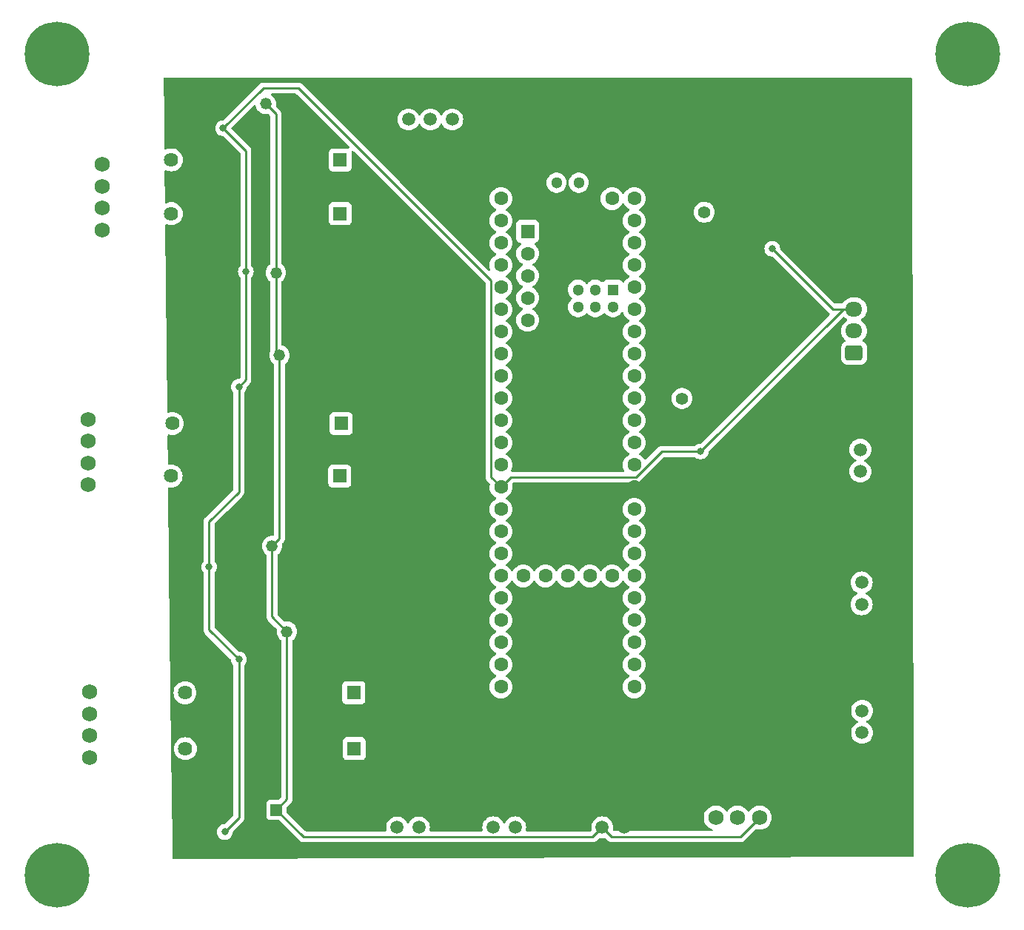
<source format=gbr>
%TF.GenerationSoftware,KiCad,Pcbnew,7.0.7*%
%TF.CreationDate,2024-01-12T22:42:28-05:00*%
%TF.ProjectId,FinalTeensyBreakoutBoard,46696e61-6c54-4656-956e-737942726561,rev?*%
%TF.SameCoordinates,Original*%
%TF.FileFunction,Copper,L2,Bot*%
%TF.FilePolarity,Positive*%
%FSLAX46Y46*%
G04 Gerber Fmt 4.6, Leading zero omitted, Abs format (unit mm)*
G04 Created by KiCad (PCBNEW 7.0.7) date 2024-01-12 22:42:28*
%MOMM*%
%LPD*%
G01*
G04 APERTURE LIST*
G04 Aperture macros list*
%AMRoundRect*
0 Rectangle with rounded corners*
0 $1 Rounding radius*
0 $2 $3 $4 $5 $6 $7 $8 $9 X,Y pos of 4 corners*
0 Add a 4 corners polygon primitive as box body*
4,1,4,$2,$3,$4,$5,$6,$7,$8,$9,$2,$3,0*
0 Add four circle primitives for the rounded corners*
1,1,$1+$1,$2,$3*
1,1,$1+$1,$4,$5*
1,1,$1+$1,$6,$7*
1,1,$1+$1,$8,$9*
0 Add four rect primitives between the rounded corners*
20,1,$1+$1,$2,$3,$4,$5,0*
20,1,$1+$1,$4,$5,$6,$7,0*
20,1,$1+$1,$6,$7,$8,$9,0*
20,1,$1+$1,$8,$9,$2,$3,0*%
G04 Aperture macros list end*
%TA.AperFunction,ComponentPad*%
%ADD10C,1.752600*%
%TD*%
%TA.AperFunction,ComponentPad*%
%ADD11C,7.400000*%
%TD*%
%TA.AperFunction,ComponentPad*%
%ADD12C,1.397000*%
%TD*%
%TA.AperFunction,ComponentPad*%
%ADD13R,1.397000X1.397000*%
%TD*%
%TA.AperFunction,ComponentPad*%
%ADD14C,1.498600*%
%TD*%
%TA.AperFunction,ComponentPad*%
%ADD15R,1.625600X1.625600*%
%TD*%
%TA.AperFunction,ComponentPad*%
%ADD16C,1.625600*%
%TD*%
%TA.AperFunction,ComponentPad*%
%ADD17R,1.320800X1.320800*%
%TD*%
%TA.AperFunction,ComponentPad*%
%ADD18C,1.320800*%
%TD*%
%TA.AperFunction,ComponentPad*%
%ADD19RoundRect,0.250000X0.725000X-0.600000X0.725000X0.600000X-0.725000X0.600000X-0.725000X-0.600000X0*%
%TD*%
%TA.AperFunction,ComponentPad*%
%ADD20O,1.950000X1.700000*%
%TD*%
%TA.AperFunction,ComponentPad*%
%ADD21R,1.600000X1.600000*%
%TD*%
%TA.AperFunction,ComponentPad*%
%ADD22C,1.600000*%
%TD*%
%TA.AperFunction,ComponentPad*%
%ADD23R,1.300000X1.300000*%
%TD*%
%TA.AperFunction,ComponentPad*%
%ADD24C,1.300000*%
%TD*%
%TA.AperFunction,ViaPad*%
%ADD25C,0.800000*%
%TD*%
%TA.AperFunction,Conductor*%
%ADD26C,0.250000*%
%TD*%
G04 APERTURE END LIST*
D10*
%TO.P,J7,1,Pin_1*%
%TO.N,GND*%
X138825000Y-60975000D03*
%TO.P,J7,2,Pin_2*%
X141325000Y-60975000D03*
%TO.P,J7,3,Pin_3*%
X143825000Y-60975000D03*
%TO.P,J7,4,Pin_4*%
X146325000Y-60975000D03*
%TD*%
D11*
%TO.P,REF\u002A\u002A,1*%
%TO.N,N/C*%
X68580000Y-147320000D03*
%TD*%
%TO.P,REF\u002A\u002A,1*%
%TO.N,N/C*%
X172720000Y-147320000D03*
%TD*%
%TO.P,REF\u002A\u002A,1*%
%TO.N,N/C*%
X172720000Y-53340000D03*
%TD*%
%TO.P,REF\u002A\u002A,1*%
%TO.N,N/C*%
X68580000Y-53340000D03*
%TD*%
D12*
%TO.P,R_PullDownMC1,2*%
%TO.N,Net-(LevelShifterMC(5->3.3)1-S)*%
X142625000Y-71410000D03*
D13*
%TO.P,R_PullDownMC1,1*%
%TO.N,GND*%
X142625000Y-82840000D03*
%TD*%
D14*
%TO.P,J12,1,Pin_1*%
%TO.N,/WCLK2*%
X118500000Y-141800000D03*
%TO.P,J12,2,Pin_2*%
%TO.N,/WDAT2*%
X121000000Y-141800000D03*
%TD*%
D10*
%TO.P,J6,1,Pin_1*%
%TO.N,GND*%
X151450000Y-140700000D03*
%TO.P,J6,2,Pin_2*%
%TO.N,+5V*%
X148950000Y-140700000D03*
%TO.P,J6,3,Pin_3*%
%TO.N,/RX1*%
X146450000Y-140700000D03*
%TO.P,J6,4,Pin_4*%
%TO.N,/TX1*%
X143950000Y-140700000D03*
%TD*%
D15*
%TO.P,R5,1*%
%TO.N,/A2*%
X102548000Y-126400000D03*
D16*
%TO.P,R5,2*%
%TO.N,/A2'*%
X83244000Y-126400000D03*
%TD*%
D17*
%TO.P,C2,1*%
%TO.N,GND*%
X94988000Y-59023700D03*
D18*
%TO.P,C2,2*%
%TO.N,+5V*%
X92488000Y-59023700D03*
%TD*%
D17*
%TO.P,C1,1*%
%TO.N,GND*%
X96138000Y-78333700D03*
D18*
%TO.P,C1,2*%
%TO.N,+5V*%
X93638000Y-78333700D03*
%TD*%
D14*
%TO.P,J13,1,Pin_1*%
%TO.N,+5V*%
X108800000Y-60800000D03*
%TO.P,J13,2,Pin_2*%
X111300000Y-60800000D03*
%TO.P,J13,3,Pin_3*%
X113800000Y-60800000D03*
%TD*%
%TO.P,J3,1,Pin_1*%
%TO.N,/RX*%
X160669801Y-130975100D03*
%TO.P,J3,2,Pin_2*%
%TO.N,/TX*%
X160669801Y-128475100D03*
%TO.P,J3,3,Pin_3*%
%TO.N,GND*%
X160669801Y-125975100D03*
%TD*%
D10*
%TO.P,J10,1,Pin_1*%
%TO.N,/A2*%
X72348000Y-126300000D03*
%TO.P,J10,2,Pin_2*%
%TO.N,/A2'*%
X72348000Y-128800000D03*
%TO.P,J10,3,Pin_3*%
%TO.N,/B2*%
X72348000Y-131300000D03*
%TO.P,J10,4,Pin_4*%
%TO.N,/B2'*%
X72348000Y-133800000D03*
%TD*%
D15*
%TO.P,R6,1*%
%TO.N,/B2*%
X102600000Y-132800000D03*
D16*
%TO.P,R6,2*%
%TO.N,/B2'*%
X83296000Y-132800000D03*
%TD*%
D15*
%TO.P,R2,1*%
%TO.N,/B*%
X100990000Y-71583700D03*
D16*
%TO.P,R2,2*%
%TO.N,/B'*%
X81686000Y-71583700D03*
%TD*%
D14*
%TO.P,J11,1,Pin_1*%
%TO.N,/WCLK1*%
X107500000Y-141820000D03*
%TO.P,J11,2,Pin_2*%
%TO.N,/WDAT1*%
X110000000Y-141820000D03*
%TD*%
D17*
%TO.P,C3,1*%
%TO.N,GND*%
X96546000Y-87800000D03*
D18*
%TO.P,C3,2*%
%TO.N,+5V*%
X94046000Y-87800000D03*
%TD*%
D14*
%TO.P,J2,1,Pin_1*%
%TO.N,/RX*%
X160620000Y-116280000D03*
%TO.P,J2,2,Pin_2*%
%TO.N,/TX*%
X160620000Y-113780000D03*
%TO.P,J2,3,Pin_3*%
%TO.N,GND*%
X160620000Y-111280000D03*
%TD*%
D19*
%TO.P,J5,1,Pin_1*%
%TO.N,/SDA*%
X159750000Y-87500000D03*
D20*
%TO.P,J5,2,Pin_2*%
%TO.N,/SCL*%
X159750000Y-85000000D03*
%TO.P,J5,3,Pin_3*%
%TO.N,+3.3V*%
X159750000Y-82500000D03*
%TO.P,J5,4,Pin_4*%
%TO.N,GND*%
X159750000Y-80000000D03*
%TD*%
D14*
%TO.P,J4,1,Pin_1*%
%TO.N,/RX*%
X160470000Y-101080000D03*
%TO.P,J4,2,Pin_2*%
%TO.N,/TX*%
X160470000Y-98580000D03*
%TO.P,J4,3,Pin_3*%
%TO.N,GND*%
X160470000Y-96080000D03*
%TD*%
D17*
%TO.P,C6,1*%
%TO.N,+5V*%
X93698000Y-139800000D03*
D18*
%TO.P,C6,2*%
%TO.N,GND*%
X96198000Y-139800000D03*
%TD*%
D14*
%TO.P,J1,1,Pin_1*%
%TO.N,+5V*%
X130954900Y-141800000D03*
%TO.P,J1,2,Pin_2*%
%TO.N,GND*%
X133454900Y-141800000D03*
%TD*%
D10*
%TO.P,J9,1,Pin_1*%
%TO.N,/A1*%
X72168000Y-95100000D03*
%TO.P,J9,2,Pin_2*%
%TO.N,/A1'*%
X72168000Y-97600000D03*
%TO.P,J9,3,Pin_3*%
%TO.N,/B1*%
X72168000Y-100100000D03*
%TO.P,J9,4,Pin_4*%
%TO.N,/B1'*%
X72168000Y-102600000D03*
%TD*%
D16*
%TO.P,R3,2*%
%TO.N,/A1'*%
X81792000Y-95600000D03*
D15*
%TO.P,R3,1*%
%TO.N,/A1*%
X101096000Y-95600000D03*
%TD*%
%TO.P,R1,1*%
%TO.N,/A*%
X100988000Y-65423700D03*
D16*
%TO.P,R1,2*%
%TO.N,/A'*%
X81684000Y-65423700D03*
%TD*%
%TO.P,R4,2*%
%TO.N,/B1'*%
X81644000Y-101600000D03*
D15*
%TO.P,R4,1*%
%TO.N,/B1*%
X100948000Y-101600000D03*
%TD*%
D17*
%TO.P,C4,1*%
%TO.N,GND*%
X95696000Y-109600000D03*
D18*
%TO.P,C4,2*%
%TO.N,+5V*%
X93196000Y-109600000D03*
%TD*%
D17*
%TO.P,C5,1*%
%TO.N,GND*%
X97398000Y-119400000D03*
D18*
%TO.P,C5,2*%
%TO.N,+5V*%
X94898000Y-119400000D03*
%TD*%
D10*
%TO.P,J8,1,Pin_1*%
%TO.N,/A*%
X73808000Y-65923700D03*
%TO.P,J8,2,Pin_2*%
%TO.N,/A'*%
X73808000Y-68423700D03*
%TO.P,J8,3,Pin_3*%
%TO.N,/B*%
X73808000Y-70923700D03*
%TO.P,J8,4,Pin_4*%
%TO.N,/B'*%
X73808000Y-73423700D03*
%TD*%
D12*
%TO.P,R_PullDownUWB1,2*%
%TO.N,Net-(LevelShifterUWB(5->3.3)1-S)*%
X140075000Y-92730000D03*
D13*
%TO.P,R_PullDownUWB1,1*%
%TO.N,GND*%
X151505000Y-92730000D03*
%TD*%
D21*
%TO.P,U1,1,GND*%
%TO.N,GND*%
X119380000Y-67310000D03*
D22*
%TO.P,U1,2,0_RX1_CRX2_CS1*%
%TO.N,Net-(LevelShifterMC(5->3.3)1-S)*%
X119380000Y-69850000D03*
%TO.P,U1,3,1_TX1_CTX2_MISO1*%
%TO.N,/TX*%
X119380000Y-72390000D03*
%TO.P,U1,4,2_OUT2*%
%TO.N,/EncA*%
X119380000Y-74930000D03*
%TO.P,U1,5,3_LRCLK2*%
%TO.N,/EncB*%
X119380000Y-77470000D03*
%TO.P,U1,6,4_BCLK2*%
%TO.N,/Enc1A*%
X119380000Y-80010000D03*
%TO.P,U1,7,5_IN2*%
%TO.N,/Enc1B*%
X119380000Y-82550000D03*
%TO.P,U1,8,6_OUT1D*%
%TO.N,/Enc2A*%
X119380000Y-85090000D03*
%TO.P,U1,9,7_RX2_OUT1A*%
%TO.N,/Enc2B*%
X119380000Y-87630000D03*
%TO.P,U1,10,8_TX2_IN1*%
%TO.N,unconnected-(U1-8_TX2_IN1-Pad10)*%
X119380000Y-90170000D03*
%TO.P,U1,11,9_OUT1C*%
%TO.N,unconnected-(U1-9_OUT1C-Pad11)*%
X119380000Y-92710000D03*
%TO.P,U1,12,10_CS_MQSR*%
%TO.N,unconnected-(U1-10_CS_MQSR-Pad12)*%
X119380000Y-95250000D03*
%TO.P,U1,13,11_MOSI_CTX1*%
%TO.N,/MOSI*%
X119380000Y-97790000D03*
%TO.P,U1,14,12_MISO_MQSL*%
%TO.N,/MISO*%
X119380000Y-100330000D03*
%TO.P,U1,15,3V3*%
%TO.N,+3.3V*%
X119380000Y-102870000D03*
%TO.P,U1,16,24_A10_TX6_SCL2*%
%TO.N,unconnected-(U1-24_A10_TX6_SCL2-Pad16)*%
X119380000Y-105410000D03*
%TO.P,U1,17,25_A11_RX6_SDA2*%
%TO.N,unconnected-(U1-25_A11_RX6_SDA2-Pad17)*%
X119380000Y-107950000D03*
%TO.P,U1,18,26_A12_MOSI1*%
%TO.N,/WCLK1*%
X119380000Y-110490000D03*
%TO.P,U1,19,27_A13_SCK1*%
%TO.N,/WDAT1*%
X119380000Y-113030000D03*
%TO.P,U1,20,28_RX7*%
%TO.N,/WCLK2*%
X119380000Y-115570000D03*
%TO.P,U1,21,29_TX7*%
%TO.N,/WDAT2*%
X119380000Y-118110000D03*
%TO.P,U1,22,30_CRX3*%
%TO.N,unconnected-(U1-30_CRX3-Pad22)*%
X119380000Y-120650000D03*
%TO.P,U1,23,31_CTX3*%
%TO.N,unconnected-(U1-31_CTX3-Pad23)*%
X119380000Y-123190000D03*
%TO.P,U1,24,32_OUT1B*%
%TO.N,unconnected-(U1-32_OUT1B-Pad24)*%
X119380000Y-125730000D03*
%TO.P,U1,25,33_MCLK2*%
%TO.N,unconnected-(U1-33_MCLK2-Pad25)*%
X134620000Y-125730000D03*
%TO.P,U1,26,34_RX8*%
%TO.N,unconnected-(U1-34_RX8-Pad26)*%
X134620000Y-123190000D03*
%TO.P,U1,27,35_TX8*%
%TO.N,unconnected-(U1-35_TX8-Pad27)*%
X134620000Y-120650000D03*
%TO.P,U1,28,36_CS*%
%TO.N,unconnected-(U1-36_CS-Pad28)*%
X134620000Y-118110000D03*
%TO.P,U1,29,37_CS*%
%TO.N,unconnected-(U1-37_CS-Pad29)*%
X134620000Y-115570000D03*
%TO.P,U1,30,38_CS1_IN1*%
%TO.N,unconnected-(U1-38_CS1_IN1-Pad30)*%
X134620000Y-113030000D03*
%TO.P,U1,31,39_MISO1_OUT1A*%
%TO.N,unconnected-(U1-39_MISO1_OUT1A-Pad31)*%
X134620000Y-110490000D03*
%TO.P,U1,32,40_A16*%
%TO.N,unconnected-(U1-40_A16-Pad32)*%
X134620000Y-107950000D03*
%TO.P,U1,33,41_A17*%
%TO.N,unconnected-(U1-41_A17-Pad33)*%
X134620000Y-105410000D03*
%TO.P,U1,34,GND*%
%TO.N,GND*%
X134620000Y-102870000D03*
%TO.P,U1,35,13_SCK_LED*%
%TO.N,/SCK*%
X134620000Y-100330000D03*
%TO.P,U1,36,14_A0_TX3_SPDIF_OUT*%
%TO.N,unconnected-(U1-14_A0_TX3_SPDIF_OUT-Pad36)*%
X134620000Y-97790000D03*
%TO.P,U1,37,15_A1_RX3_SPDIF_IN*%
%TO.N,unconnected-(U1-15_A1_RX3_SPDIF_IN-Pad37)*%
X134620000Y-95250000D03*
%TO.P,U1,38,16_A2_RX4_SCL1*%
%TO.N,Net-(LevelShifterUWB(5->3.3)1-S)*%
X134620000Y-92710000D03*
%TO.P,U1,39,17_A3_TX4_SDA1*%
%TO.N,/TX1*%
X134620000Y-90170000D03*
%TO.P,U1,40,18_A4_SDA*%
%TO.N,/SDA*%
X134620000Y-87630000D03*
%TO.P,U1,41,19_A5_SCL*%
%TO.N,/SCL*%
X134620000Y-85090000D03*
%TO.P,U1,42,20_A6_TX5_LRCLK1*%
%TO.N,unconnected-(U1-20_A6_TX5_LRCLK1-Pad42)*%
X134620000Y-82550000D03*
%TO.P,U1,43,21_A7_RX5_BCLK1*%
%TO.N,unconnected-(U1-21_A7_RX5_BCLK1-Pad43)*%
X134620000Y-80010000D03*
%TO.P,U1,44,22_A8_CTX1*%
%TO.N,unconnected-(U1-22_A8_CTX1-Pad44)*%
X134620000Y-77470000D03*
%TO.P,U1,45,23_A9_CRX1_MCLK1*%
%TO.N,unconnected-(U1-23_A9_CRX1_MCLK1-Pad45)*%
X134620000Y-74930000D03*
%TO.P,U1,46,3V3*%
%TO.N,unconnected-(U1-3V3-Pad46)*%
X134620000Y-72390000D03*
%TO.P,U1,47,GND*%
%TO.N,+3.3V*%
X134620000Y-69850000D03*
%TO.P,U1,48,VIN*%
%TO.N,GND*%
X134620000Y-67310000D03*
%TO.P,U1,49,VUSB*%
%TO.N,unconnected-(U1-VUSB-Pad49)*%
X132080000Y-69850000D03*
%TO.P,U1,50,VBAT*%
%TO.N,unconnected-(U1-VBAT-Pad50)*%
X121920000Y-113030000D03*
%TO.P,U1,51,3V3*%
%TO.N,unconnected-(U1-3V3-Pad51)*%
X124460000Y-113030000D03*
%TO.P,U1,52,GND*%
%TO.N,unconnected-(U1-GND-Pad52)*%
X127000000Y-113030000D03*
%TO.P,U1,53,PROGRAM*%
%TO.N,unconnected-(U1-PROGRAM-Pad53)*%
X129540000Y-113030000D03*
%TO.P,U1,54,ON_OFF*%
%TO.N,unconnected-(U1-ON_OFF-Pad54)*%
X132080000Y-113030000D03*
D21*
%TO.P,U1,55,5V*%
%TO.N,unconnected-(U1-5V-Pad55)*%
X122430800Y-73609200D03*
D22*
%TO.P,U1,56,D-*%
%TO.N,unconnected-(U1-D--Pad56)*%
X122430800Y-76149200D03*
%TO.P,U1,57,D+*%
%TO.N,unconnected-(U1-D+-Pad57)*%
X122430800Y-78689200D03*
%TO.P,U1,58,GND*%
%TO.N,unconnected-(U1-GND-Pad58)*%
X122430800Y-81229200D03*
%TO.P,U1,59,GND*%
%TO.N,unconnected-(U1-GND-Pad59)*%
X122430800Y-83769200D03*
D23*
%TO.P,U1,60,R+*%
%TO.N,unconnected-(U1-R+-Pad60)*%
X132181600Y-80280000D03*
D24*
%TO.P,U1,61,LED*%
%TO.N,unconnected-(U1-LED-Pad61)*%
X130181600Y-80280000D03*
%TO.P,U1,62,T-*%
%TO.N,unconnected-(U1-T--Pad62)*%
X128181600Y-80280000D03*
%TO.P,U1,63,T+*%
%TO.N,unconnected-(U1-T+-Pad63)*%
X128181600Y-82280000D03*
%TO.P,U1,64,GND*%
%TO.N,unconnected-(U1-GND-Pad64)*%
X130181600Y-82280000D03*
%TO.P,U1,65,R-*%
%TO.N,unconnected-(U1-R--Pad65)*%
X132181600Y-82280000D03*
%TO.P,U1,66,D-*%
%TO.N,unconnected-(U1-D--Pad66)*%
X128270000Y-68040000D03*
%TO.P,U1,67,D+*%
%TO.N,unconnected-(U1-D+-Pad67)*%
X125730000Y-68040000D03*
%TD*%
D25*
%TO.N,+3.3V*%
X150400000Y-75600000D03*
X142200000Y-98800000D03*
X87789443Y-142334710D03*
X89400000Y-122600000D03*
X86000000Y-112000000D03*
X89400000Y-91400000D03*
X87600000Y-61800000D03*
X90200000Y-78200000D03*
%TD*%
D26*
%TO.N,+3.3V*%
X118255000Y-79255000D02*
X96200000Y-57200000D01*
X92200000Y-57200000D02*
X87600000Y-61800000D01*
X118255000Y-101745000D02*
X118255000Y-79255000D01*
X96200000Y-57200000D02*
X92200000Y-57200000D01*
X119380000Y-102870000D02*
X118255000Y-101745000D01*
%TO.N,+5V*%
X94898000Y-138600000D02*
X93698000Y-139800000D01*
X94898000Y-119400000D02*
X94898000Y-138600000D01*
X96792300Y-142894300D02*
X93698000Y-139800000D01*
X129860600Y-142894300D02*
X96792300Y-142894300D01*
X130954900Y-141800000D02*
X129860600Y-142894300D01*
X132029200Y-142874300D02*
X130954900Y-141800000D01*
X146775700Y-142874300D02*
X132029200Y-142874300D01*
X148950000Y-140700000D02*
X146775700Y-142874300D01*
%TO.N,+3.3V*%
X157300000Y-82500000D02*
X150400000Y-75600000D01*
X159750000Y-82500000D02*
X157300000Y-82500000D01*
X120505000Y-101745000D02*
X119380000Y-102870000D01*
X137740991Y-98800000D02*
X134795991Y-101745000D01*
X134795991Y-101745000D02*
X120505000Y-101745000D01*
X142200000Y-98800000D02*
X137740991Y-98800000D01*
X158500000Y-82500000D02*
X142200000Y-98800000D01*
X159750000Y-82500000D02*
X158500000Y-82500000D01*
X89400000Y-140724153D02*
X87789443Y-142334710D01*
X89400000Y-122600000D02*
X89400000Y-140724153D01*
X86000000Y-119200000D02*
X89400000Y-122600000D01*
X86000000Y-112000000D02*
X86000000Y-119200000D01*
X86000000Y-106800000D02*
X86000000Y-112000000D01*
X89400000Y-103400000D02*
X86000000Y-106800000D01*
X89400000Y-91400000D02*
X89400000Y-103400000D01*
X90200000Y-90600000D02*
X89400000Y-91400000D01*
X90200000Y-78200000D02*
X90200000Y-90600000D01*
X90200000Y-78200000D02*
X90200000Y-64400000D01*
X90200000Y-64400000D02*
X87600000Y-61800000D01*
%TO.N,+5V*%
X93196000Y-117698000D02*
X94898000Y-119400000D01*
X93196000Y-109600000D02*
X93196000Y-117698000D01*
X94046000Y-108750000D02*
X93196000Y-109600000D01*
X94046000Y-87800000D02*
X94046000Y-108750000D01*
X93638000Y-87392000D02*
X94046000Y-87800000D01*
X93638000Y-78333700D02*
X93638000Y-87392000D01*
X93638000Y-60173700D02*
X93638000Y-78333700D01*
X92488000Y-59023700D02*
X93638000Y-60173700D01*
%TD*%
%TA.AperFunction,Conductor*%
%TO.N,GND*%
G36*
X166343316Y-56019685D02*
G01*
X166389071Y-56072489D01*
X166400277Y-56123722D01*
X166599722Y-145076014D01*
X166580187Y-145143097D01*
X166527486Y-145188971D01*
X166476014Y-145200292D01*
X81922909Y-145399710D01*
X81855824Y-145380183D01*
X81809944Y-145327487D01*
X81798625Y-145277097D01*
X81778972Y-143520075D01*
X81659060Y-132800001D01*
X81977683Y-132800001D01*
X81997710Y-133028917D01*
X81997712Y-133028928D01*
X82057184Y-133250883D01*
X82057186Y-133250887D01*
X82057187Y-133250891D01*
X82154304Y-133459159D01*
X82286111Y-133647398D01*
X82448602Y-133809889D01*
X82636841Y-133941696D01*
X82845109Y-134038813D01*
X83067077Y-134098289D01*
X83230593Y-134112594D01*
X83295998Y-134118317D01*
X83296000Y-134118317D01*
X83296002Y-134118317D01*
X83353368Y-134113298D01*
X83524923Y-134098289D01*
X83746891Y-134038813D01*
X83955159Y-133941696D01*
X84143398Y-133809889D01*
X84305889Y-133647398D01*
X84437696Y-133459159D01*
X84534813Y-133250891D01*
X84594289Y-133028923D01*
X84614317Y-132800000D01*
X84594289Y-132571077D01*
X84534813Y-132349109D01*
X84437696Y-132140842D01*
X84382205Y-132061593D01*
X84305892Y-131952606D01*
X84305887Y-131952600D01*
X84143398Y-131790111D01*
X83955165Y-131658308D01*
X83955159Y-131658304D01*
X83893719Y-131629654D01*
X83746891Y-131561187D01*
X83746887Y-131561186D01*
X83746883Y-131561184D01*
X83524928Y-131501712D01*
X83524924Y-131501711D01*
X83524923Y-131501711D01*
X83524922Y-131501710D01*
X83524917Y-131501710D01*
X83296002Y-131481683D01*
X83295998Y-131481683D01*
X83067082Y-131501710D01*
X83067071Y-131501712D01*
X82845116Y-131561184D01*
X82845107Y-131561188D01*
X82636842Y-131658303D01*
X82636840Y-131658304D01*
X82448606Y-131790107D01*
X82448600Y-131790112D01*
X82286112Y-131952600D01*
X82286107Y-131952606D01*
X82154304Y-132140840D01*
X82154303Y-132140842D01*
X82057188Y-132349107D01*
X82057184Y-132349116D01*
X81997712Y-132571071D01*
X81997710Y-132571082D01*
X81977683Y-132799998D01*
X81977683Y-132800001D01*
X81659060Y-132800001D01*
X81587472Y-126400001D01*
X81925683Y-126400001D01*
X81945710Y-126628917D01*
X81945712Y-126628928D01*
X82005184Y-126850883D01*
X82005186Y-126850887D01*
X82005187Y-126850891D01*
X82102304Y-127059159D01*
X82234111Y-127247398D01*
X82396602Y-127409889D01*
X82584841Y-127541696D01*
X82793109Y-127638813D01*
X83015077Y-127698289D01*
X83178593Y-127712594D01*
X83243998Y-127718317D01*
X83244000Y-127718317D01*
X83244002Y-127718317D01*
X83301368Y-127713298D01*
X83472923Y-127698289D01*
X83694891Y-127638813D01*
X83903159Y-127541696D01*
X84091398Y-127409889D01*
X84253889Y-127247398D01*
X84385696Y-127059159D01*
X84482813Y-126850891D01*
X84542289Y-126628923D01*
X84562317Y-126400000D01*
X84560806Y-126382734D01*
X84542289Y-126171082D01*
X84542289Y-126171077D01*
X84482813Y-125949109D01*
X84385696Y-125740842D01*
X84378104Y-125730000D01*
X84253892Y-125552606D01*
X84253887Y-125552600D01*
X84091398Y-125390111D01*
X83903165Y-125258308D01*
X83903159Y-125258304D01*
X83841719Y-125229654D01*
X83694891Y-125161187D01*
X83694887Y-125161186D01*
X83694883Y-125161184D01*
X83472928Y-125101712D01*
X83472924Y-125101711D01*
X83472923Y-125101711D01*
X83472922Y-125101710D01*
X83472917Y-125101710D01*
X83244002Y-125081683D01*
X83243998Y-125081683D01*
X83015082Y-125101710D01*
X83015071Y-125101712D01*
X82793116Y-125161184D01*
X82793107Y-125161188D01*
X82584842Y-125258303D01*
X82584840Y-125258304D01*
X82396606Y-125390107D01*
X82396600Y-125390112D01*
X82234112Y-125552600D01*
X82234107Y-125552606D01*
X82102304Y-125740840D01*
X82102303Y-125740842D01*
X82005188Y-125949107D01*
X82005184Y-125949116D01*
X81945712Y-126171071D01*
X81945710Y-126171082D01*
X81925683Y-126399998D01*
X81925683Y-126400001D01*
X81587472Y-126400001D01*
X81426398Y-112000000D01*
X85094540Y-112000000D01*
X85114326Y-112188256D01*
X85114327Y-112188259D01*
X85172818Y-112368277D01*
X85172821Y-112368284D01*
X85267467Y-112532216D01*
X85310772Y-112580310D01*
X85342650Y-112615715D01*
X85372880Y-112678706D01*
X85374500Y-112698687D01*
X85374500Y-119117255D01*
X85372775Y-119132872D01*
X85373061Y-119132899D01*
X85372326Y-119140665D01*
X85374500Y-119209814D01*
X85374500Y-119239343D01*
X85374501Y-119239360D01*
X85375368Y-119246231D01*
X85375826Y-119252050D01*
X85377290Y-119298624D01*
X85377291Y-119298627D01*
X85382880Y-119317867D01*
X85386824Y-119336911D01*
X85389336Y-119356792D01*
X85398914Y-119380984D01*
X85406490Y-119400119D01*
X85408382Y-119405647D01*
X85421381Y-119450388D01*
X85431580Y-119467634D01*
X85440138Y-119485103D01*
X85447514Y-119503732D01*
X85474898Y-119541423D01*
X85478106Y-119546307D01*
X85501827Y-119586416D01*
X85501833Y-119586424D01*
X85515990Y-119600580D01*
X85528628Y-119615376D01*
X85540405Y-119631586D01*
X85540406Y-119631587D01*
X85576309Y-119661288D01*
X85580620Y-119665210D01*
X87767544Y-121852135D01*
X88461038Y-122545629D01*
X88494523Y-122606952D01*
X88496678Y-122620348D01*
X88504968Y-122699227D01*
X88514326Y-122788256D01*
X88514327Y-122788259D01*
X88572818Y-122968277D01*
X88572821Y-122968284D01*
X88667466Y-123132215D01*
X88742649Y-123215715D01*
X88772879Y-123278707D01*
X88774499Y-123298687D01*
X88774499Y-140413700D01*
X88754814Y-140480739D01*
X88738180Y-140501381D01*
X87841671Y-141397891D01*
X87780348Y-141431376D01*
X87753990Y-141434210D01*
X87694797Y-141434210D01*
X87662340Y-141441108D01*
X87509640Y-141473565D01*
X87509635Y-141473567D01*
X87336713Y-141550558D01*
X87336708Y-141550561D01*
X87183572Y-141661821D01*
X87056909Y-141802495D01*
X86962264Y-141966425D01*
X86962261Y-141966432D01*
X86914931Y-142112100D01*
X86903769Y-142146454D01*
X86883983Y-142334710D01*
X86903769Y-142522966D01*
X86903770Y-142522969D01*
X86962261Y-142702987D01*
X86962264Y-142702994D01*
X87056910Y-142866926D01*
X87183387Y-143007393D01*
X87183572Y-143007598D01*
X87336708Y-143118858D01*
X87336713Y-143118861D01*
X87509635Y-143195852D01*
X87509640Y-143195854D01*
X87694797Y-143235210D01*
X87694798Y-143235210D01*
X87884087Y-143235210D01*
X87884089Y-143235210D01*
X88069246Y-143195854D01*
X88242173Y-143118861D01*
X88395314Y-143007598D01*
X88521976Y-142866926D01*
X88616622Y-142702994D01*
X88675117Y-142522966D01*
X88692764Y-142355055D01*
X88719348Y-142290442D01*
X88728395Y-142280346D01*
X89783786Y-141224955D01*
X89796048Y-141215133D01*
X89795865Y-141214912D01*
X89801867Y-141209945D01*
X89801877Y-141209939D01*
X89849241Y-141159501D01*
X89870120Y-141138623D01*
X89874373Y-141133139D01*
X89878150Y-141128716D01*
X89910062Y-141094735D01*
X89919714Y-141077176D01*
X89930389Y-141060925D01*
X89942674Y-141045089D01*
X89961182Y-141002313D01*
X89963746Y-140997080D01*
X89986197Y-140956245D01*
X89991181Y-140936831D01*
X89997479Y-140918440D01*
X90005438Y-140900048D01*
X90012726Y-140854026D01*
X90013908Y-140848315D01*
X90025500Y-140803172D01*
X90025500Y-140783136D01*
X90027027Y-140763735D01*
X90030160Y-140743957D01*
X90025775Y-140697568D01*
X90025500Y-140691730D01*
X90025500Y-123298687D01*
X90045185Y-123231648D01*
X90057350Y-123215715D01*
X90075891Y-123195122D01*
X90132533Y-123132216D01*
X90227179Y-122968284D01*
X90285674Y-122788256D01*
X90305460Y-122600000D01*
X90285674Y-122411744D01*
X90227179Y-122231716D01*
X90132533Y-122067784D01*
X90005871Y-121927112D01*
X90005870Y-121927111D01*
X89852734Y-121815851D01*
X89852729Y-121815848D01*
X89679807Y-121738857D01*
X89679802Y-121738855D01*
X89534000Y-121707865D01*
X89494646Y-121699500D01*
X89494645Y-121699500D01*
X89435453Y-121699500D01*
X89368414Y-121679815D01*
X89347772Y-121663181D01*
X86661819Y-118977228D01*
X86628334Y-118915905D01*
X86625500Y-118889547D01*
X86625500Y-112698687D01*
X86645185Y-112631648D01*
X86657350Y-112615715D01*
X86686346Y-112583511D01*
X86732533Y-112532216D01*
X86827179Y-112368284D01*
X86885674Y-112188256D01*
X86905460Y-112000000D01*
X86885674Y-111811744D01*
X86827179Y-111631716D01*
X86732533Y-111467784D01*
X86732532Y-111467784D01*
X86657350Y-111384284D01*
X86627120Y-111321292D01*
X86625500Y-111301312D01*
X86625500Y-107110452D01*
X86645185Y-107043413D01*
X86661819Y-107022771D01*
X88047904Y-105636686D01*
X89783788Y-103900801D01*
X89796042Y-103890986D01*
X89795859Y-103890764D01*
X89801866Y-103885792D01*
X89801877Y-103885786D01*
X89832775Y-103852882D01*
X89849227Y-103835364D01*
X89859671Y-103824918D01*
X89870120Y-103814471D01*
X89874379Y-103808978D01*
X89878152Y-103804561D01*
X89910062Y-103770582D01*
X89919713Y-103753024D01*
X89930396Y-103736761D01*
X89942673Y-103720936D01*
X89961185Y-103678153D01*
X89963738Y-103672941D01*
X89986197Y-103632092D01*
X89991180Y-103612680D01*
X89997481Y-103594280D01*
X90005437Y-103575896D01*
X90012729Y-103529852D01*
X90013906Y-103524171D01*
X90025500Y-103479019D01*
X90025500Y-103458982D01*
X90027027Y-103439582D01*
X90030160Y-103419804D01*
X90025775Y-103373415D01*
X90025500Y-103367577D01*
X90025500Y-92098687D01*
X90045185Y-92031648D01*
X90057350Y-92015715D01*
X90075891Y-91995122D01*
X90132533Y-91932216D01*
X90227179Y-91768284D01*
X90285674Y-91588256D01*
X90303321Y-91420344D01*
X90329904Y-91355734D01*
X90338951Y-91345638D01*
X90583788Y-91100801D01*
X90596042Y-91090986D01*
X90595859Y-91090764D01*
X90601866Y-91085792D01*
X90601877Y-91085786D01*
X90632775Y-91052882D01*
X90649227Y-91035364D01*
X90659671Y-91024918D01*
X90670120Y-91014471D01*
X90674379Y-91008978D01*
X90678152Y-91004561D01*
X90710062Y-90970582D01*
X90719715Y-90953020D01*
X90730389Y-90936770D01*
X90742673Y-90920936D01*
X90761180Y-90878167D01*
X90763749Y-90872924D01*
X90786196Y-90832093D01*
X90786197Y-90832092D01*
X90791177Y-90812691D01*
X90797478Y-90794288D01*
X90805438Y-90775896D01*
X90812730Y-90729849D01*
X90813911Y-90724152D01*
X90825500Y-90679019D01*
X90825500Y-90658982D01*
X90827027Y-90639582D01*
X90830160Y-90619804D01*
X90825775Y-90573415D01*
X90825500Y-90567577D01*
X90825500Y-78898687D01*
X90845185Y-78831648D01*
X90857350Y-78815715D01*
X90886571Y-78783261D01*
X90932533Y-78732216D01*
X91027179Y-78568284D01*
X91085674Y-78388256D01*
X91105460Y-78200000D01*
X91085674Y-78011744D01*
X91027179Y-77831716D01*
X90932533Y-77667784D01*
X90857350Y-77584284D01*
X90827120Y-77521292D01*
X90825500Y-77501312D01*
X90825500Y-64482737D01*
X90827224Y-64467123D01*
X90826938Y-64467096D01*
X90827672Y-64459333D01*
X90825500Y-64390203D01*
X90825500Y-64360651D01*
X90825500Y-64360650D01*
X90824629Y-64353759D01*
X90824172Y-64347945D01*
X90822709Y-64301372D01*
X90817122Y-64282144D01*
X90813174Y-64263084D01*
X90813047Y-64262078D01*
X90810664Y-64243208D01*
X90793507Y-64199875D01*
X90791619Y-64194359D01*
X90778619Y-64149612D01*
X90768418Y-64132363D01*
X90759860Y-64114894D01*
X90752486Y-64096268D01*
X90752483Y-64096264D01*
X90752483Y-64096263D01*
X90725098Y-64058571D01*
X90721890Y-64053687D01*
X90698172Y-64013582D01*
X90698163Y-64013571D01*
X90684005Y-63999413D01*
X90671370Y-63984620D01*
X90659593Y-63968412D01*
X90623693Y-63938713D01*
X90619381Y-63934790D01*
X88572271Y-61887680D01*
X88538786Y-61826357D01*
X88543770Y-61756665D01*
X88572271Y-61712318D01*
X89826796Y-60457793D01*
X91130155Y-59154433D01*
X91191476Y-59120950D01*
X91261168Y-59125934D01*
X91317101Y-59167806D01*
X91341304Y-59230667D01*
X91341976Y-59237921D01*
X91341977Y-59237927D01*
X91400855Y-59444859D01*
X91400860Y-59444872D01*
X91496751Y-59637446D01*
X91496753Y-59637449D01*
X91496755Y-59637453D01*
X91626409Y-59809144D01*
X91626412Y-59809146D01*
X91626414Y-59809149D01*
X91785402Y-59954085D01*
X91785404Y-59954086D01*
X91785405Y-59954087D01*
X91968326Y-60067347D01*
X92168944Y-60145067D01*
X92380427Y-60184600D01*
X92380429Y-60184600D01*
X92595572Y-60184600D01*
X92595573Y-60184600D01*
X92673487Y-60170035D01*
X92743001Y-60177065D01*
X92783950Y-60204240D01*
X92913437Y-60333726D01*
X92976181Y-60396470D01*
X93009666Y-60457793D01*
X93012500Y-60484151D01*
X93012500Y-77286510D01*
X92992815Y-77353549D01*
X92953778Y-77391937D01*
X92935403Y-77403314D01*
X92776414Y-77548250D01*
X92776407Y-77548258D01*
X92646760Y-77719939D01*
X92646751Y-77719953D01*
X92550860Y-77912527D01*
X92550855Y-77912540D01*
X92491977Y-78119471D01*
X92472127Y-78333699D01*
X92472127Y-78333700D01*
X92491977Y-78547928D01*
X92550855Y-78754859D01*
X92550860Y-78754872D01*
X92646751Y-78947446D01*
X92646753Y-78947449D01*
X92646755Y-78947453D01*
X92776409Y-79119144D01*
X92776412Y-79119146D01*
X92776414Y-79119149D01*
X92935401Y-79264084D01*
X92935403Y-79264085D01*
X92935405Y-79264087D01*
X92953777Y-79275462D01*
X93000412Y-79327487D01*
X93012500Y-79380889D01*
X93012500Y-87241942D01*
X92999500Y-87297214D01*
X92958860Y-87378827D01*
X92958855Y-87378840D01*
X92899977Y-87585771D01*
X92880127Y-87799999D01*
X92880127Y-87800000D01*
X92899977Y-88014228D01*
X92958855Y-88221159D01*
X92958860Y-88221172D01*
X93054751Y-88413746D01*
X93054753Y-88413749D01*
X93054755Y-88413753D01*
X93054758Y-88413757D01*
X93054760Y-88413760D01*
X93058971Y-88419336D01*
X93184409Y-88585444D01*
X93184412Y-88585446D01*
X93184414Y-88585449D01*
X93343401Y-88730384D01*
X93343403Y-88730385D01*
X93343405Y-88730387D01*
X93361777Y-88741762D01*
X93408412Y-88793787D01*
X93420500Y-88847189D01*
X93420500Y-108315100D01*
X93400815Y-108382139D01*
X93348011Y-108427894D01*
X93296500Y-108439100D01*
X93088427Y-108439100D01*
X92876944Y-108478633D01*
X92750075Y-108527782D01*
X92676328Y-108556352D01*
X92676327Y-108556352D01*
X92493402Y-108669614D01*
X92334414Y-108814550D01*
X92334407Y-108814558D01*
X92204760Y-108986239D01*
X92204751Y-108986253D01*
X92108860Y-109178827D01*
X92108855Y-109178840D01*
X92049977Y-109385771D01*
X92030127Y-109599999D01*
X92030127Y-109600000D01*
X92049977Y-109814228D01*
X92108855Y-110021159D01*
X92108860Y-110021172D01*
X92204751Y-110213746D01*
X92204753Y-110213749D01*
X92204755Y-110213753D01*
X92334409Y-110385444D01*
X92334412Y-110385446D01*
X92334414Y-110385449D01*
X92493401Y-110530384D01*
X92493403Y-110530385D01*
X92493405Y-110530387D01*
X92511777Y-110541762D01*
X92558412Y-110593787D01*
X92570500Y-110647189D01*
X92570500Y-117615255D01*
X92568775Y-117630872D01*
X92569061Y-117630899D01*
X92568326Y-117638665D01*
X92570500Y-117707814D01*
X92570500Y-117737343D01*
X92570501Y-117737360D01*
X92571368Y-117744231D01*
X92571826Y-117750050D01*
X92573290Y-117796624D01*
X92573291Y-117796627D01*
X92578880Y-117815867D01*
X92582824Y-117834911D01*
X92585336Y-117854791D01*
X92602490Y-117898119D01*
X92604382Y-117903647D01*
X92617381Y-117948388D01*
X92627580Y-117965634D01*
X92636138Y-117983103D01*
X92643514Y-118001732D01*
X92670898Y-118039423D01*
X92674106Y-118044307D01*
X92697827Y-118084416D01*
X92697833Y-118084424D01*
X92711990Y-118098580D01*
X92724628Y-118113376D01*
X92736405Y-118129586D01*
X92736406Y-118129587D01*
X92772309Y-118159288D01*
X92776620Y-118163210D01*
X93502956Y-118889547D01*
X93714820Y-119101411D01*
X93748305Y-119162734D01*
X93750610Y-119200533D01*
X93732127Y-119399999D01*
X93732127Y-119400000D01*
X93751977Y-119614228D01*
X93810855Y-119821159D01*
X93810860Y-119821172D01*
X93906751Y-120013746D01*
X93906753Y-120013749D01*
X93906755Y-120013753D01*
X94036409Y-120185444D01*
X94195405Y-120330387D01*
X94213777Y-120341763D01*
X94260412Y-120393789D01*
X94272499Y-120447189D01*
X94272499Y-138289546D01*
X94252814Y-138356585D01*
X94236180Y-138377227D01*
X94010627Y-138602781D01*
X93949304Y-138636266D01*
X93922946Y-138639100D01*
X92989729Y-138639100D01*
X92989723Y-138639101D01*
X92930116Y-138645508D01*
X92795271Y-138695802D01*
X92795264Y-138695806D01*
X92680055Y-138782052D01*
X92680052Y-138782055D01*
X92593806Y-138897264D01*
X92593802Y-138897271D01*
X92543508Y-139032117D01*
X92537101Y-139091716D01*
X92537100Y-139091735D01*
X92537100Y-140508270D01*
X92537101Y-140508276D01*
X92543508Y-140567883D01*
X92593802Y-140702728D01*
X92593806Y-140702735D01*
X92680052Y-140817944D01*
X92680055Y-140817947D01*
X92795264Y-140904193D01*
X92795271Y-140904197D01*
X92930117Y-140954491D01*
X92930116Y-140954491D01*
X92937044Y-140955235D01*
X92989727Y-140960900D01*
X93922947Y-140960899D01*
X93989986Y-140980583D01*
X94010627Y-140997217D01*
X95159859Y-142146450D01*
X96291497Y-143278088D01*
X96301322Y-143290351D01*
X96301543Y-143290169D01*
X96306514Y-143296178D01*
X96327343Y-143315737D01*
X96356935Y-143343526D01*
X96377829Y-143364420D01*
X96383311Y-143368673D01*
X96387743Y-143372457D01*
X96421718Y-143404362D01*
X96439276Y-143414014D01*
X96455533Y-143424693D01*
X96471364Y-143436973D01*
X96491037Y-143445486D01*
X96514133Y-143455482D01*
X96519377Y-143458050D01*
X96560208Y-143480497D01*
X96572823Y-143483735D01*
X96579605Y-143485477D01*
X96598019Y-143491781D01*
X96616404Y-143499738D01*
X96662457Y-143507032D01*
X96668126Y-143508206D01*
X96713281Y-143519800D01*
X96733316Y-143519800D01*
X96752713Y-143521326D01*
X96772496Y-143524460D01*
X96818883Y-143520075D01*
X96824722Y-143519800D01*
X129777857Y-143519800D01*
X129793477Y-143521524D01*
X129793504Y-143521239D01*
X129801260Y-143521971D01*
X129801267Y-143521973D01*
X129870414Y-143519800D01*
X129899950Y-143519800D01*
X129906828Y-143518930D01*
X129912641Y-143518472D01*
X129959227Y-143517009D01*
X129978469Y-143511417D01*
X129997512Y-143507474D01*
X130017392Y-143504964D01*
X130060722Y-143487807D01*
X130066246Y-143485917D01*
X130069996Y-143484827D01*
X130110990Y-143472918D01*
X130128229Y-143462722D01*
X130145703Y-143454162D01*
X130164327Y-143446788D01*
X130164327Y-143446787D01*
X130164332Y-143446786D01*
X130202049Y-143419382D01*
X130206905Y-143416192D01*
X130247020Y-143392470D01*
X130261189Y-143378299D01*
X130275979Y-143365668D01*
X130292187Y-143353894D01*
X130321899Y-143317976D01*
X130325812Y-143313676D01*
X130581477Y-143058012D01*
X130642796Y-143024530D01*
X130701248Y-143025921D01*
X130737046Y-143035514D01*
X130911329Y-143050761D01*
X130954899Y-143054574D01*
X130954900Y-143054574D01*
X130954901Y-143054574D01*
X130991208Y-143051397D01*
X131172754Y-143035514D01*
X131208551Y-143025922D01*
X131278397Y-143027583D01*
X131328325Y-143058015D01*
X131528394Y-143258084D01*
X131538219Y-143270348D01*
X131538440Y-143270166D01*
X131543410Y-143276173D01*
X131543413Y-143276176D01*
X131543414Y-143276177D01*
X131593851Y-143323541D01*
X131614730Y-143344420D01*
X131620204Y-143348666D01*
X131624642Y-143352456D01*
X131658618Y-143384362D01*
X131658622Y-143384364D01*
X131676173Y-143394013D01*
X131692431Y-143404692D01*
X131708264Y-143416974D01*
X131726107Y-143424695D01*
X131751037Y-143435483D01*
X131756281Y-143438052D01*
X131797108Y-143460497D01*
X131816512Y-143465479D01*
X131834910Y-143471778D01*
X131853305Y-143479738D01*
X131899329Y-143487026D01*
X131905032Y-143488207D01*
X131950181Y-143499800D01*
X131970216Y-143499800D01*
X131989613Y-143501326D01*
X132009396Y-143504460D01*
X132055783Y-143500075D01*
X132061622Y-143499800D01*
X146692957Y-143499800D01*
X146708577Y-143501524D01*
X146708604Y-143501239D01*
X146716360Y-143501971D01*
X146716367Y-143501973D01*
X146785514Y-143499800D01*
X146815050Y-143499800D01*
X146821928Y-143498930D01*
X146827741Y-143498472D01*
X146874327Y-143497009D01*
X146893569Y-143491417D01*
X146912612Y-143487474D01*
X146932492Y-143484964D01*
X146975822Y-143467807D01*
X146981346Y-143465917D01*
X146985096Y-143464827D01*
X147026090Y-143452918D01*
X147043329Y-143442722D01*
X147060803Y-143434162D01*
X147079427Y-143426788D01*
X147079427Y-143426787D01*
X147079432Y-143426786D01*
X147117149Y-143399382D01*
X147122005Y-143396192D01*
X147162120Y-143372470D01*
X147176289Y-143358299D01*
X147191079Y-143345668D01*
X147207287Y-143333894D01*
X147236999Y-143297976D01*
X147240912Y-143293676D01*
X148470133Y-142064455D01*
X148531454Y-142030972D01*
X148598078Y-142034858D01*
X148610857Y-142039245D01*
X148835915Y-142076800D01*
X149064085Y-142076800D01*
X149289143Y-142039245D01*
X149504950Y-141965158D01*
X149705619Y-141856561D01*
X149885677Y-141716417D01*
X150040213Y-141548547D01*
X150165010Y-141357530D01*
X150256664Y-141148578D01*
X150312677Y-140927391D01*
X150312678Y-140927383D01*
X150331519Y-140700005D01*
X150331519Y-140699994D01*
X150312678Y-140472616D01*
X150312677Y-140472613D01*
X150312677Y-140472609D01*
X150256664Y-140251422D01*
X150165010Y-140042470D01*
X150040213Y-139851453D01*
X150040212Y-139851451D01*
X149885680Y-139683586D01*
X149885676Y-139683582D01*
X149705620Y-139543440D01*
X149705619Y-139543439D01*
X149504950Y-139434842D01*
X149504942Y-139434839D01*
X149289145Y-139360755D01*
X149064085Y-139323200D01*
X148835915Y-139323200D01*
X148610854Y-139360755D01*
X148395057Y-139434839D01*
X148395049Y-139434842D01*
X148194379Y-139543440D01*
X148014323Y-139683582D01*
X148014319Y-139683586D01*
X147859789Y-139851449D01*
X147803809Y-139937134D01*
X147750662Y-139982490D01*
X147681431Y-139991914D01*
X147618095Y-139962412D01*
X147596191Y-139937134D01*
X147540210Y-139851449D01*
X147385680Y-139683586D01*
X147385676Y-139683582D01*
X147205620Y-139543440D01*
X147205619Y-139543439D01*
X147004950Y-139434842D01*
X147004942Y-139434839D01*
X146789145Y-139360755D01*
X146564085Y-139323200D01*
X146335915Y-139323200D01*
X146110854Y-139360755D01*
X145895057Y-139434839D01*
X145895049Y-139434842D01*
X145694379Y-139543440D01*
X145514323Y-139683582D01*
X145514319Y-139683586D01*
X145359789Y-139851449D01*
X145303809Y-139937134D01*
X145250662Y-139982490D01*
X145181431Y-139991914D01*
X145118095Y-139962412D01*
X145096191Y-139937134D01*
X145040210Y-139851449D01*
X144885680Y-139683586D01*
X144885676Y-139683582D01*
X144705620Y-139543440D01*
X144705619Y-139543439D01*
X144504950Y-139434842D01*
X144504942Y-139434839D01*
X144289145Y-139360755D01*
X144064085Y-139323200D01*
X143835915Y-139323200D01*
X143610854Y-139360755D01*
X143395057Y-139434839D01*
X143395049Y-139434842D01*
X143194379Y-139543440D01*
X143014323Y-139683582D01*
X143014319Y-139683586D01*
X142859787Y-139851451D01*
X142734989Y-140042470D01*
X142643335Y-140251422D01*
X142587323Y-140472608D01*
X142587321Y-140472616D01*
X142568481Y-140699994D01*
X142568481Y-140700005D01*
X142587321Y-140927383D01*
X142587323Y-140927391D01*
X142643335Y-141148577D01*
X142734989Y-141357529D01*
X142859787Y-141548548D01*
X143014319Y-141716413D01*
X143014323Y-141716417D01*
X143194381Y-141856561D01*
X143395050Y-141965158D01*
X143444225Y-141982040D01*
X143518441Y-142007519D01*
X143575456Y-142047905D01*
X143601587Y-142112704D01*
X143588535Y-142181344D01*
X143540446Y-142232032D01*
X143478178Y-142248800D01*
X132339653Y-142248800D01*
X132272614Y-142229115D01*
X132251971Y-142212480D01*
X132212915Y-142173423D01*
X132179430Y-142112100D01*
X132180821Y-142053651D01*
X132190414Y-142017854D01*
X132209474Y-141800000D01*
X132190414Y-141582146D01*
X132143775Y-141408085D01*
X132133816Y-141370917D01*
X132133815Y-141370916D01*
X132133814Y-141370910D01*
X132041393Y-141172713D01*
X131915959Y-140993575D01*
X131761325Y-140838941D01*
X131610750Y-140733507D01*
X131582186Y-140713506D01*
X131426882Y-140641087D01*
X131383990Y-140621086D01*
X131383986Y-140621085D01*
X131383982Y-140621083D01*
X131172759Y-140564487D01*
X131172749Y-140564485D01*
X130954901Y-140545426D01*
X130954899Y-140545426D01*
X130737050Y-140564485D01*
X130737040Y-140564487D01*
X130525817Y-140621083D01*
X130525808Y-140621087D01*
X130327613Y-140713506D01*
X130208101Y-140797190D01*
X130148475Y-140838941D01*
X130148473Y-140838942D01*
X130148470Y-140838945D01*
X129993845Y-140993570D01*
X129993842Y-140993573D01*
X129993841Y-140993575D01*
X129952090Y-141053201D01*
X129868406Y-141172713D01*
X129775987Y-141370908D01*
X129775983Y-141370917D01*
X129719387Y-141582140D01*
X129719385Y-141582150D01*
X129700326Y-141799999D01*
X129700326Y-141800000D01*
X129719385Y-142017849D01*
X129719388Y-142017862D01*
X129728977Y-142053651D01*
X129727314Y-142123501D01*
X129696884Y-142173423D01*
X129637828Y-142232480D01*
X129576505Y-142265966D01*
X129550146Y-142268800D01*
X122329874Y-142268800D01*
X122262835Y-142249115D01*
X122217080Y-142196311D01*
X122207136Y-142127153D01*
X122210099Y-142112707D01*
X122229782Y-142039245D01*
X122235514Y-142017854D01*
X122254574Y-141800000D01*
X122235514Y-141582146D01*
X122188875Y-141408085D01*
X122178916Y-141370917D01*
X122178915Y-141370916D01*
X122178914Y-141370910D01*
X122086493Y-141172713D01*
X121961059Y-140993575D01*
X121806425Y-140838941D01*
X121655850Y-140733507D01*
X121627286Y-140713506D01*
X121471982Y-140641087D01*
X121429090Y-140621086D01*
X121429086Y-140621085D01*
X121429082Y-140621083D01*
X121217859Y-140564487D01*
X121217849Y-140564485D01*
X121000001Y-140545426D01*
X120999999Y-140545426D01*
X120782150Y-140564485D01*
X120782140Y-140564487D01*
X120570917Y-140621083D01*
X120570908Y-140621087D01*
X120372713Y-140713506D01*
X120253201Y-140797190D01*
X120193575Y-140838941D01*
X120193573Y-140838942D01*
X120193570Y-140838945D01*
X120038945Y-140993570D01*
X120038942Y-140993573D01*
X120038941Y-140993575D01*
X119997190Y-141053201D01*
X119913506Y-141172713D01*
X119862382Y-141282351D01*
X119816210Y-141334790D01*
X119749016Y-141353942D01*
X119682135Y-141333726D01*
X119637618Y-141282351D01*
X119606340Y-141215276D01*
X119586493Y-141172713D01*
X119461059Y-140993575D01*
X119306425Y-140838941D01*
X119155850Y-140733507D01*
X119127286Y-140713506D01*
X118971982Y-140641087D01*
X118929090Y-140621086D01*
X118929086Y-140621085D01*
X118929082Y-140621083D01*
X118717859Y-140564487D01*
X118717849Y-140564485D01*
X118500001Y-140545426D01*
X118499999Y-140545426D01*
X118282150Y-140564485D01*
X118282140Y-140564487D01*
X118070917Y-140621083D01*
X118070908Y-140621087D01*
X117872713Y-140713506D01*
X117753201Y-140797190D01*
X117693575Y-140838941D01*
X117693573Y-140838942D01*
X117693570Y-140838945D01*
X117538945Y-140993570D01*
X117538942Y-140993573D01*
X117538941Y-140993575D01*
X117497190Y-141053201D01*
X117413506Y-141172713D01*
X117321087Y-141370908D01*
X117321083Y-141370917D01*
X117264487Y-141582140D01*
X117264485Y-141582150D01*
X117245426Y-141799999D01*
X117245426Y-141800000D01*
X117264485Y-142017849D01*
X117264487Y-142017859D01*
X117289901Y-142112707D01*
X117288238Y-142182557D01*
X117249075Y-142240420D01*
X117184846Y-142267923D01*
X117170126Y-142268800D01*
X111335232Y-142268800D01*
X111268193Y-142249115D01*
X111222438Y-142196311D01*
X111212494Y-142127153D01*
X111215457Y-142112707D01*
X111235514Y-142037854D01*
X111254574Y-141820000D01*
X111253042Y-141802495D01*
X111248250Y-141747719D01*
X111235514Y-141602146D01*
X111178914Y-141390910D01*
X111086493Y-141192713D01*
X110961059Y-141013575D01*
X110806425Y-140858941D01*
X110627287Y-140733507D01*
X110627288Y-140733507D01*
X110627286Y-140733506D01*
X110528188Y-140687296D01*
X110429090Y-140641086D01*
X110429086Y-140641085D01*
X110429082Y-140641083D01*
X110217859Y-140584487D01*
X110217849Y-140584485D01*
X110000001Y-140565426D01*
X109999999Y-140565426D01*
X109782150Y-140584485D01*
X109782140Y-140584487D01*
X109570917Y-140641083D01*
X109570908Y-140641087D01*
X109372713Y-140733506D01*
X109273224Y-140803170D01*
X109193575Y-140858941D01*
X109193573Y-140858942D01*
X109193570Y-140858945D01*
X109038945Y-141013570D01*
X109038942Y-141013573D01*
X109038941Y-141013575D01*
X109016875Y-141045089D01*
X108913506Y-141192713D01*
X108862382Y-141302351D01*
X108816210Y-141354790D01*
X108749016Y-141373942D01*
X108682135Y-141353726D01*
X108637618Y-141302351D01*
X108586493Y-141192713D01*
X108572489Y-141172713D01*
X108461059Y-141013575D01*
X108306425Y-140858941D01*
X108127287Y-140733507D01*
X108127288Y-140733507D01*
X108127286Y-140733506D01*
X108028188Y-140687296D01*
X107929090Y-140641086D01*
X107929086Y-140641085D01*
X107929082Y-140641083D01*
X107717859Y-140584487D01*
X107717849Y-140584485D01*
X107500001Y-140565426D01*
X107499999Y-140565426D01*
X107282150Y-140584485D01*
X107282140Y-140584487D01*
X107070917Y-140641083D01*
X107070908Y-140641087D01*
X106872713Y-140733506D01*
X106773224Y-140803170D01*
X106693575Y-140858941D01*
X106693573Y-140858942D01*
X106693570Y-140858945D01*
X106538945Y-141013570D01*
X106538942Y-141013573D01*
X106538941Y-141013575D01*
X106516875Y-141045089D01*
X106413506Y-141192713D01*
X106321087Y-141390908D01*
X106321083Y-141390917D01*
X106264487Y-141602140D01*
X106264485Y-141602150D01*
X106245426Y-141819999D01*
X106245426Y-141820000D01*
X106264485Y-142037849D01*
X106264486Y-142037855D01*
X106268718Y-142053648D01*
X106284543Y-142112707D01*
X106282880Y-142182556D01*
X106243718Y-142240419D01*
X106179489Y-142267923D01*
X106164768Y-142268800D01*
X97102752Y-142268800D01*
X97035713Y-142249115D01*
X97015071Y-142232481D01*
X94895218Y-140112627D01*
X94861733Y-140051304D01*
X94858899Y-140024946D01*
X94858899Y-139575053D01*
X94878584Y-139508014D01*
X94895218Y-139487372D01*
X95059390Y-139323200D01*
X95281788Y-139100801D01*
X95294042Y-139090986D01*
X95293859Y-139090764D01*
X95299866Y-139085792D01*
X95299877Y-139085786D01*
X95330775Y-139052882D01*
X95347227Y-139035364D01*
X95357671Y-139024918D01*
X95368120Y-139014471D01*
X95372379Y-139008978D01*
X95376152Y-139004561D01*
X95408062Y-138970582D01*
X95417713Y-138953024D01*
X95428396Y-138936761D01*
X95440673Y-138920936D01*
X95459185Y-138878153D01*
X95461738Y-138872941D01*
X95484197Y-138832092D01*
X95489180Y-138812680D01*
X95495481Y-138794280D01*
X95503437Y-138775896D01*
X95510729Y-138729852D01*
X95511906Y-138724171D01*
X95523500Y-138679019D01*
X95523500Y-138658982D01*
X95525027Y-138639582D01*
X95528160Y-138619804D01*
X95523775Y-138573415D01*
X95523500Y-138567577D01*
X95523500Y-133660670D01*
X101286700Y-133660670D01*
X101286701Y-133660676D01*
X101293108Y-133720283D01*
X101343402Y-133855128D01*
X101343406Y-133855135D01*
X101429652Y-133970344D01*
X101429655Y-133970347D01*
X101544864Y-134056593D01*
X101544871Y-134056597D01*
X101679717Y-134106891D01*
X101679716Y-134106891D01*
X101686644Y-134107635D01*
X101739327Y-134113300D01*
X103460672Y-134113299D01*
X103520283Y-134106891D01*
X103655131Y-134056596D01*
X103770346Y-133970346D01*
X103856596Y-133855131D01*
X103906891Y-133720283D01*
X103913300Y-133660673D01*
X103913299Y-131939328D01*
X103906891Y-131879717D01*
X103870269Y-131781529D01*
X103856597Y-131744871D01*
X103856593Y-131744864D01*
X103770347Y-131629655D01*
X103770344Y-131629652D01*
X103655135Y-131543406D01*
X103655128Y-131543402D01*
X103520282Y-131493108D01*
X103520283Y-131493108D01*
X103460683Y-131486701D01*
X103460681Y-131486700D01*
X103460673Y-131486700D01*
X103460664Y-131486700D01*
X101739329Y-131486700D01*
X101739323Y-131486701D01*
X101679716Y-131493108D01*
X101544871Y-131543402D01*
X101544864Y-131543406D01*
X101429655Y-131629652D01*
X101429652Y-131629655D01*
X101343406Y-131744864D01*
X101343402Y-131744871D01*
X101293108Y-131879717D01*
X101286701Y-131939316D01*
X101286701Y-131939323D01*
X101286700Y-131939335D01*
X101286700Y-133660670D01*
X95523500Y-133660670D01*
X95523500Y-130975100D01*
X159415227Y-130975100D01*
X159434286Y-131192949D01*
X159434288Y-131192959D01*
X159490884Y-131404182D01*
X159490886Y-131404186D01*
X159490887Y-131404190D01*
X159527023Y-131481683D01*
X159583307Y-131602386D01*
X159583308Y-131602387D01*
X159708742Y-131781525D01*
X159863376Y-131936159D01*
X160042514Y-132061593D01*
X160240711Y-132154014D01*
X160451947Y-132210614D01*
X160626230Y-132225862D01*
X160669800Y-132229674D01*
X160669801Y-132229674D01*
X160669802Y-132229674D01*
X160706109Y-132226497D01*
X160887655Y-132210614D01*
X161098891Y-132154014D01*
X161297088Y-132061593D01*
X161476226Y-131936159D01*
X161630860Y-131781525D01*
X161756294Y-131602387D01*
X161848715Y-131404190D01*
X161905315Y-131192954D01*
X161924375Y-130975100D01*
X161905315Y-130757246D01*
X161848715Y-130546010D01*
X161756294Y-130347813D01*
X161630860Y-130168675D01*
X161476226Y-130014041D01*
X161332915Y-129913693D01*
X161297087Y-129888606D01*
X161187449Y-129837481D01*
X161135010Y-129791308D01*
X161115858Y-129724115D01*
X161136074Y-129657234D01*
X161187444Y-129612720D01*
X161297088Y-129561593D01*
X161476226Y-129436159D01*
X161630860Y-129281525D01*
X161756294Y-129102387D01*
X161848715Y-128904190D01*
X161905315Y-128692954D01*
X161924375Y-128475100D01*
X161905315Y-128257246D01*
X161848715Y-128046010D01*
X161756294Y-127847813D01*
X161630860Y-127668675D01*
X161476226Y-127514041D01*
X161297088Y-127388607D01*
X161297089Y-127388607D01*
X161297087Y-127388606D01*
X161150567Y-127320283D01*
X161098891Y-127296186D01*
X161098887Y-127296185D01*
X161098883Y-127296183D01*
X160887660Y-127239587D01*
X160887650Y-127239585D01*
X160669802Y-127220526D01*
X160669800Y-127220526D01*
X160451951Y-127239585D01*
X160451941Y-127239587D01*
X160240718Y-127296183D01*
X160240709Y-127296187D01*
X160042514Y-127388606D01*
X159947512Y-127455128D01*
X159863376Y-127514041D01*
X159863374Y-127514042D01*
X159863371Y-127514045D01*
X159708746Y-127668670D01*
X159708743Y-127668673D01*
X159708742Y-127668675D01*
X159688006Y-127698289D01*
X159583307Y-127847813D01*
X159490888Y-128046008D01*
X159490884Y-128046017D01*
X159434288Y-128257240D01*
X159434286Y-128257250D01*
X159415227Y-128475099D01*
X159415227Y-128475100D01*
X159434286Y-128692949D01*
X159434288Y-128692959D01*
X159490884Y-128904182D01*
X159490886Y-128904186D01*
X159490887Y-128904190D01*
X159537097Y-129003288D01*
X159583307Y-129102386D01*
X159583308Y-129102387D01*
X159708742Y-129281525D01*
X159863376Y-129436159D01*
X160042514Y-129561593D01*
X160152152Y-129612718D01*
X160204591Y-129658889D01*
X160223743Y-129726082D01*
X160203528Y-129792963D01*
X160152153Y-129837481D01*
X160042512Y-129888608D01*
X159962755Y-129944454D01*
X159863376Y-130014041D01*
X159863374Y-130014042D01*
X159863371Y-130014045D01*
X159708746Y-130168670D01*
X159583307Y-130347813D01*
X159490888Y-130546008D01*
X159490884Y-130546017D01*
X159434288Y-130757240D01*
X159434286Y-130757250D01*
X159415227Y-130975099D01*
X159415227Y-130975100D01*
X95523500Y-130975100D01*
X95523500Y-127260670D01*
X101234700Y-127260670D01*
X101234701Y-127260676D01*
X101241108Y-127320283D01*
X101291402Y-127455128D01*
X101291406Y-127455135D01*
X101377652Y-127570344D01*
X101377655Y-127570347D01*
X101492864Y-127656593D01*
X101492871Y-127656597D01*
X101627717Y-127706891D01*
X101627716Y-127706891D01*
X101634644Y-127707635D01*
X101687327Y-127713300D01*
X103408672Y-127713299D01*
X103468283Y-127706891D01*
X103603131Y-127656596D01*
X103718346Y-127570346D01*
X103804596Y-127455131D01*
X103854891Y-127320283D01*
X103861300Y-127260673D01*
X103861299Y-125539328D01*
X103854891Y-125479717D01*
X103804596Y-125344869D01*
X103804595Y-125344868D01*
X103804593Y-125344864D01*
X103718347Y-125229655D01*
X103718344Y-125229652D01*
X103603135Y-125143406D01*
X103603128Y-125143402D01*
X103468282Y-125093108D01*
X103468283Y-125093108D01*
X103408683Y-125086701D01*
X103408681Y-125086700D01*
X103408673Y-125086700D01*
X103408664Y-125086700D01*
X101687329Y-125086700D01*
X101687323Y-125086701D01*
X101627716Y-125093108D01*
X101492871Y-125143402D01*
X101492864Y-125143406D01*
X101377655Y-125229652D01*
X101377652Y-125229655D01*
X101291406Y-125344864D01*
X101291402Y-125344871D01*
X101241108Y-125479717D01*
X101234701Y-125539316D01*
X101234701Y-125539323D01*
X101234700Y-125539335D01*
X101234700Y-127260670D01*
X95523500Y-127260670D01*
X95523500Y-120447189D01*
X95543185Y-120380150D01*
X95582221Y-120341763D01*
X95600595Y-120330387D01*
X95759591Y-120185444D01*
X95889245Y-120013753D01*
X95985144Y-119821162D01*
X96044022Y-119614229D01*
X96063873Y-119400000D01*
X96044022Y-119185771D01*
X95985144Y-118978838D01*
X95984342Y-118977228D01*
X95889248Y-118786253D01*
X95889247Y-118786252D01*
X95889245Y-118786247D01*
X95759591Y-118614556D01*
X95759587Y-118614552D01*
X95759585Y-118614550D01*
X95600597Y-118469614D01*
X95560811Y-118444979D01*
X95417674Y-118356353D01*
X95217056Y-118278633D01*
X95005573Y-118239100D01*
X94790427Y-118239100D01*
X94790426Y-118239100D01*
X94712511Y-118253664D01*
X94642996Y-118246632D01*
X94602047Y-118219456D01*
X93857819Y-117475228D01*
X93824334Y-117413905D01*
X93821500Y-117387547D01*
X93821500Y-110647189D01*
X93841185Y-110580150D01*
X93880221Y-110541763D01*
X93898595Y-110530387D01*
X94057591Y-110385444D01*
X94187245Y-110213753D01*
X94283144Y-110021162D01*
X94342022Y-109814229D01*
X94361873Y-109600000D01*
X94343389Y-109400529D01*
X94356804Y-109331962D01*
X94379176Y-109301412D01*
X94429786Y-109250802D01*
X94442048Y-109240980D01*
X94441865Y-109240759D01*
X94447867Y-109235792D01*
X94447877Y-109235786D01*
X94495241Y-109185348D01*
X94516120Y-109164470D01*
X94520373Y-109158986D01*
X94524150Y-109154563D01*
X94556062Y-109120582D01*
X94565714Y-109103023D01*
X94576389Y-109086772D01*
X94588674Y-109070936D01*
X94607186Y-109028152D01*
X94609742Y-109022935D01*
X94627383Y-108990848D01*
X94632194Y-108982098D01*
X94632194Y-108982097D01*
X94632197Y-108982092D01*
X94637180Y-108962680D01*
X94643477Y-108944291D01*
X94651438Y-108925895D01*
X94658729Y-108879853D01*
X94659908Y-108874162D01*
X94671500Y-108829019D01*
X94671500Y-108808982D01*
X94673027Y-108789582D01*
X94673097Y-108789141D01*
X94676160Y-108769804D01*
X94671775Y-108723415D01*
X94671500Y-108717577D01*
X94671500Y-102460670D01*
X99634700Y-102460670D01*
X99634701Y-102460676D01*
X99641108Y-102520283D01*
X99691402Y-102655128D01*
X99691406Y-102655135D01*
X99777652Y-102770344D01*
X99777655Y-102770347D01*
X99892864Y-102856593D01*
X99892871Y-102856597D01*
X100027717Y-102906891D01*
X100027716Y-102906891D01*
X100034644Y-102907635D01*
X100087327Y-102913300D01*
X101808672Y-102913299D01*
X101868283Y-102906891D01*
X102003131Y-102856596D01*
X102118346Y-102770346D01*
X102204596Y-102655131D01*
X102254891Y-102520283D01*
X102261300Y-102460673D01*
X102261299Y-100739328D01*
X102254891Y-100679717D01*
X102244149Y-100650917D01*
X102204597Y-100544871D01*
X102204593Y-100544864D01*
X102118347Y-100429655D01*
X102118344Y-100429652D01*
X102003135Y-100343406D01*
X102003128Y-100343402D01*
X101868282Y-100293108D01*
X101868283Y-100293108D01*
X101808683Y-100286701D01*
X101808681Y-100286700D01*
X101808673Y-100286700D01*
X101808664Y-100286700D01*
X100087329Y-100286700D01*
X100087323Y-100286701D01*
X100027716Y-100293108D01*
X99892871Y-100343402D01*
X99892864Y-100343406D01*
X99777655Y-100429652D01*
X99777652Y-100429655D01*
X99691406Y-100544864D01*
X99691402Y-100544871D01*
X99641108Y-100679717D01*
X99634701Y-100739316D01*
X99634701Y-100739323D01*
X99634700Y-100739335D01*
X99634700Y-102460670D01*
X94671500Y-102460670D01*
X94671500Y-98790045D01*
X94671500Y-96460670D01*
X99782700Y-96460670D01*
X99782701Y-96460676D01*
X99789108Y-96520283D01*
X99839402Y-96655128D01*
X99839406Y-96655135D01*
X99925652Y-96770344D01*
X99925655Y-96770347D01*
X100040864Y-96856593D01*
X100040871Y-96856597D01*
X100175717Y-96906891D01*
X100175716Y-96906891D01*
X100182644Y-96907635D01*
X100235327Y-96913300D01*
X101956672Y-96913299D01*
X102016283Y-96906891D01*
X102151131Y-96856596D01*
X102266346Y-96770346D01*
X102352596Y-96655131D01*
X102402891Y-96520283D01*
X102409300Y-96460673D01*
X102409299Y-94739328D01*
X102402891Y-94679717D01*
X102372138Y-94597265D01*
X102352597Y-94544871D01*
X102352593Y-94544864D01*
X102266347Y-94429655D01*
X102266344Y-94429652D01*
X102151135Y-94343406D01*
X102151128Y-94343402D01*
X102016282Y-94293108D01*
X102016283Y-94293108D01*
X101956683Y-94286701D01*
X101956681Y-94286700D01*
X101956673Y-94286700D01*
X101956664Y-94286700D01*
X100235329Y-94286700D01*
X100235323Y-94286701D01*
X100175716Y-94293108D01*
X100040871Y-94343402D01*
X100040864Y-94343406D01*
X99925655Y-94429652D01*
X99925652Y-94429655D01*
X99839406Y-94544864D01*
X99839402Y-94544871D01*
X99789108Y-94679717D01*
X99782701Y-94739316D01*
X99782701Y-94739323D01*
X99782700Y-94739335D01*
X99782700Y-96460670D01*
X94671500Y-96460670D01*
X94671500Y-88847185D01*
X94691184Y-88780150D01*
X94730224Y-88741761D01*
X94748595Y-88730387D01*
X94907591Y-88585444D01*
X95037245Y-88413753D01*
X95133144Y-88221162D01*
X95192022Y-88014229D01*
X95211873Y-87800000D01*
X95192022Y-87585771D01*
X95133144Y-87378838D01*
X95037245Y-87186247D01*
X94907591Y-87014556D01*
X94907587Y-87014552D01*
X94907585Y-87014550D01*
X94748597Y-86869614D01*
X94565672Y-86756352D01*
X94565671Y-86756351D01*
X94428489Y-86703207D01*
X94365056Y-86678633D01*
X94365052Y-86678632D01*
X94365044Y-86678630D01*
X94364701Y-86678566D01*
X94364551Y-86678490D01*
X94359540Y-86677064D01*
X94359819Y-86676083D01*
X94302424Y-86646891D01*
X94267158Y-86586575D01*
X94263500Y-86556680D01*
X94263500Y-79380889D01*
X94283185Y-79313850D01*
X94322221Y-79275463D01*
X94340595Y-79264087D01*
X94499591Y-79119144D01*
X94629245Y-78947453D01*
X94725144Y-78754862D01*
X94784022Y-78547929D01*
X94803873Y-78333700D01*
X94784022Y-78119471D01*
X94725144Y-77912538D01*
X94684902Y-77831722D01*
X94629248Y-77719953D01*
X94629247Y-77719952D01*
X94629245Y-77719947D01*
X94499591Y-77548256D01*
X94499587Y-77548252D01*
X94499585Y-77548250D01*
X94340596Y-77403314D01*
X94340595Y-77403313D01*
X94322221Y-77391936D01*
X94275587Y-77339909D01*
X94263500Y-77286510D01*
X94263500Y-72444370D01*
X99676700Y-72444370D01*
X99676701Y-72444376D01*
X99683108Y-72503983D01*
X99733402Y-72638828D01*
X99733406Y-72638835D01*
X99819652Y-72754044D01*
X99819655Y-72754047D01*
X99934864Y-72840293D01*
X99934871Y-72840297D01*
X100069717Y-72890591D01*
X100069716Y-72890591D01*
X100076644Y-72891335D01*
X100129327Y-72897000D01*
X101850672Y-72896999D01*
X101910283Y-72890591D01*
X102045131Y-72840296D01*
X102160346Y-72754046D01*
X102246596Y-72638831D01*
X102296891Y-72503983D01*
X102303300Y-72444373D01*
X102303299Y-70723028D01*
X102296891Y-70663417D01*
X102272782Y-70598778D01*
X102246597Y-70528571D01*
X102246593Y-70528564D01*
X102160347Y-70413355D01*
X102160344Y-70413352D01*
X102045135Y-70327106D01*
X102045128Y-70327102D01*
X101910282Y-70276808D01*
X101910283Y-70276808D01*
X101850683Y-70270401D01*
X101850681Y-70270400D01*
X101850673Y-70270400D01*
X101850664Y-70270400D01*
X100129329Y-70270400D01*
X100129323Y-70270401D01*
X100069716Y-70276808D01*
X99934871Y-70327102D01*
X99934864Y-70327106D01*
X99819655Y-70413352D01*
X99819652Y-70413355D01*
X99733406Y-70528564D01*
X99733402Y-70528571D01*
X99683108Y-70663417D01*
X99680343Y-70689139D01*
X99676701Y-70723023D01*
X99676700Y-70723035D01*
X99676700Y-72444370D01*
X94263500Y-72444370D01*
X94263500Y-60256442D01*
X94265224Y-60240822D01*
X94264939Y-60240795D01*
X94265673Y-60233033D01*
X94263500Y-60163872D01*
X94263500Y-60134356D01*
X94263500Y-60134350D01*
X94262631Y-60127479D01*
X94262173Y-60121652D01*
X94260710Y-60075073D01*
X94255119Y-60055830D01*
X94251173Y-60036778D01*
X94248664Y-60016908D01*
X94231504Y-59973567D01*
X94229624Y-59968079D01*
X94216618Y-59923310D01*
X94206422Y-59906070D01*
X94197861Y-59888594D01*
X94190487Y-59869970D01*
X94190486Y-59869968D01*
X94163079Y-59832245D01*
X94159888Y-59827386D01*
X94136172Y-59787283D01*
X94136165Y-59787274D01*
X94122006Y-59773115D01*
X94109368Y-59758319D01*
X94097594Y-59742113D01*
X94061688Y-59712409D01*
X94057376Y-59708486D01*
X93671179Y-59322288D01*
X93637694Y-59260966D01*
X93635389Y-59223172D01*
X93653873Y-59023700D01*
X93634022Y-58809471D01*
X93575144Y-58602538D01*
X93479245Y-58409947D01*
X93349591Y-58238256D01*
X93349587Y-58238252D01*
X93349585Y-58238250D01*
X93190597Y-58093314D01*
X93190592Y-58093310D01*
X93128600Y-58054927D01*
X93081964Y-58002899D01*
X93070860Y-57933918D01*
X93098813Y-57869883D01*
X93156948Y-57831127D01*
X93193877Y-57825500D01*
X95889548Y-57825500D01*
X95956587Y-57845185D01*
X95977229Y-57861819D01*
X102023670Y-63908260D01*
X102057155Y-63969583D01*
X102052171Y-64039275D01*
X102010299Y-64095208D01*
X101944835Y-64119625D01*
X101916031Y-64117306D01*
X101915996Y-64117638D01*
X101848683Y-64110401D01*
X101848681Y-64110400D01*
X101848673Y-64110400D01*
X101848664Y-64110400D01*
X100127329Y-64110400D01*
X100127323Y-64110401D01*
X100067716Y-64116808D01*
X99932871Y-64167102D01*
X99932864Y-64167106D01*
X99817655Y-64253352D01*
X99817652Y-64253355D01*
X99731406Y-64368564D01*
X99731402Y-64368571D01*
X99681108Y-64503417D01*
X99674701Y-64563016D01*
X99674701Y-64563023D01*
X99674700Y-64563035D01*
X99674700Y-66284370D01*
X99674701Y-66284376D01*
X99681108Y-66343983D01*
X99731402Y-66478828D01*
X99731406Y-66478835D01*
X99817652Y-66594044D01*
X99817655Y-66594047D01*
X99932864Y-66680293D01*
X99932871Y-66680297D01*
X100067717Y-66730591D01*
X100067716Y-66730591D01*
X100074644Y-66731335D01*
X100127327Y-66737000D01*
X101848672Y-66736999D01*
X101908283Y-66730591D01*
X102043131Y-66680296D01*
X102158346Y-66594046D01*
X102244596Y-66478831D01*
X102294891Y-66343983D01*
X102301300Y-66284373D01*
X102301299Y-64563028D01*
X102294891Y-64503417D01*
X102294062Y-64495704D01*
X102295549Y-64495544D01*
X102298821Y-64434463D01*
X102339685Y-64377789D01*
X102404702Y-64352205D01*
X102473229Y-64365833D01*
X102503440Y-64388030D01*
X117593181Y-79477771D01*
X117626666Y-79539094D01*
X117629500Y-79565452D01*
X117629500Y-101662255D01*
X117627775Y-101677872D01*
X117628061Y-101677899D01*
X117627326Y-101685665D01*
X117629500Y-101754814D01*
X117629500Y-101784343D01*
X117629501Y-101784360D01*
X117630368Y-101791231D01*
X117630826Y-101797050D01*
X117632290Y-101843624D01*
X117632291Y-101843627D01*
X117637880Y-101862867D01*
X117641824Y-101881911D01*
X117644336Y-101901791D01*
X117661490Y-101945119D01*
X117663382Y-101950647D01*
X117676381Y-101995388D01*
X117686580Y-102012634D01*
X117695138Y-102030103D01*
X117702514Y-102048732D01*
X117729898Y-102086423D01*
X117733106Y-102091307D01*
X117756827Y-102131416D01*
X117756833Y-102131424D01*
X117770990Y-102145580D01*
X117783628Y-102160376D01*
X117795405Y-102176586D01*
X117795406Y-102176587D01*
X117831309Y-102206288D01*
X117835620Y-102210210D01*
X118032227Y-102406818D01*
X118080586Y-102455177D01*
X118114071Y-102516500D01*
X118112680Y-102574949D01*
X118094367Y-102643296D01*
X118094364Y-102643313D01*
X118074532Y-102869999D01*
X118074532Y-102870001D01*
X118094364Y-103096686D01*
X118094366Y-103096697D01*
X118153258Y-103316488D01*
X118153261Y-103316497D01*
X118249431Y-103522732D01*
X118249432Y-103522734D01*
X118379954Y-103709141D01*
X118540858Y-103870045D01*
X118540861Y-103870047D01*
X118727266Y-104000568D01*
X118785278Y-104027619D01*
X118837713Y-104073788D01*
X118856866Y-104140982D01*
X118836651Y-104207863D01*
X118785277Y-104252380D01*
X118727268Y-104279430D01*
X118727265Y-104279432D01*
X118540858Y-104409954D01*
X118379954Y-104570858D01*
X118249432Y-104757265D01*
X118249431Y-104757267D01*
X118153261Y-104963502D01*
X118153258Y-104963511D01*
X118094366Y-105183302D01*
X118094364Y-105183313D01*
X118074532Y-105409998D01*
X118074532Y-105410001D01*
X118094364Y-105636686D01*
X118094366Y-105636697D01*
X118153258Y-105856488D01*
X118153261Y-105856497D01*
X118249431Y-106062732D01*
X118249432Y-106062734D01*
X118379954Y-106249141D01*
X118540858Y-106410045D01*
X118700517Y-106521838D01*
X118727266Y-106540568D01*
X118785278Y-106567619D01*
X118837713Y-106613788D01*
X118856866Y-106680982D01*
X118836651Y-106747863D01*
X118785277Y-106792380D01*
X118727268Y-106819430D01*
X118727265Y-106819432D01*
X118540858Y-106949954D01*
X118379954Y-107110858D01*
X118249432Y-107297265D01*
X118249431Y-107297267D01*
X118153261Y-107503502D01*
X118153258Y-107503511D01*
X118094366Y-107723302D01*
X118094364Y-107723313D01*
X118074532Y-107949998D01*
X118074532Y-107950001D01*
X118094364Y-108176686D01*
X118094366Y-108176697D01*
X118153258Y-108396488D01*
X118153261Y-108396497D01*
X118249431Y-108602732D01*
X118249432Y-108602734D01*
X118379954Y-108789141D01*
X118540858Y-108950045D01*
X118540861Y-108950047D01*
X118727266Y-109080568D01*
X118757094Y-109094477D01*
X118785275Y-109107618D01*
X118837714Y-109153791D01*
X118856866Y-109220984D01*
X118836650Y-109287865D01*
X118785275Y-109332382D01*
X118727267Y-109359431D01*
X118727265Y-109359432D01*
X118540858Y-109489954D01*
X118379954Y-109650858D01*
X118249432Y-109837265D01*
X118249431Y-109837267D01*
X118153261Y-110043502D01*
X118153258Y-110043511D01*
X118094366Y-110263302D01*
X118094364Y-110263313D01*
X118074532Y-110489998D01*
X118074532Y-110490001D01*
X118094364Y-110716686D01*
X118094366Y-110716697D01*
X118153258Y-110936488D01*
X118153261Y-110936497D01*
X118249431Y-111142732D01*
X118249432Y-111142734D01*
X118379954Y-111329141D01*
X118540858Y-111490045D01*
X118540861Y-111490047D01*
X118727266Y-111620568D01*
X118751186Y-111631722D01*
X118785275Y-111647618D01*
X118837714Y-111693791D01*
X118856866Y-111760984D01*
X118836650Y-111827865D01*
X118785275Y-111872382D01*
X118727267Y-111899431D01*
X118727265Y-111899432D01*
X118540858Y-112029954D01*
X118379954Y-112190858D01*
X118249432Y-112377265D01*
X118249431Y-112377267D01*
X118153261Y-112583502D01*
X118153258Y-112583511D01*
X118094366Y-112803302D01*
X118094364Y-112803313D01*
X118074532Y-113029998D01*
X118074532Y-113030001D01*
X118094364Y-113256686D01*
X118094366Y-113256697D01*
X118153258Y-113476488D01*
X118153261Y-113476497D01*
X118249431Y-113682732D01*
X118249432Y-113682734D01*
X118379954Y-113869141D01*
X118540858Y-114030045D01*
X118540861Y-114030047D01*
X118727266Y-114160568D01*
X118785275Y-114187618D01*
X118837714Y-114233791D01*
X118856866Y-114300984D01*
X118836650Y-114367865D01*
X118785275Y-114412382D01*
X118727267Y-114439431D01*
X118727265Y-114439432D01*
X118540858Y-114569954D01*
X118379954Y-114730858D01*
X118249432Y-114917265D01*
X118249431Y-114917267D01*
X118153261Y-115123502D01*
X118153258Y-115123511D01*
X118094366Y-115343302D01*
X118094364Y-115343313D01*
X118074532Y-115569998D01*
X118074532Y-115570001D01*
X118094364Y-115796686D01*
X118094366Y-115796697D01*
X118153258Y-116016488D01*
X118153261Y-116016497D01*
X118249431Y-116222732D01*
X118249432Y-116222734D01*
X118379954Y-116409141D01*
X118540858Y-116570045D01*
X118540861Y-116570047D01*
X118727266Y-116700568D01*
X118745544Y-116709091D01*
X118785275Y-116727618D01*
X118837714Y-116773791D01*
X118856866Y-116840984D01*
X118836650Y-116907865D01*
X118785275Y-116952382D01*
X118727267Y-116979431D01*
X118727265Y-116979432D01*
X118540858Y-117109954D01*
X118379954Y-117270858D01*
X118249432Y-117457265D01*
X118249431Y-117457267D01*
X118153261Y-117663502D01*
X118153258Y-117663511D01*
X118094366Y-117883302D01*
X118094364Y-117883313D01*
X118074532Y-118109998D01*
X118074532Y-118110001D01*
X118094364Y-118336686D01*
X118094366Y-118336697D01*
X118153258Y-118556488D01*
X118153261Y-118556497D01*
X118249431Y-118762732D01*
X118249432Y-118762734D01*
X118379954Y-118949141D01*
X118540858Y-119110045D01*
X118540861Y-119110047D01*
X118727266Y-119240568D01*
X118785275Y-119267618D01*
X118837714Y-119313791D01*
X118856866Y-119380984D01*
X118836650Y-119447865D01*
X118785275Y-119492382D01*
X118727267Y-119519431D01*
X118727265Y-119519432D01*
X118540858Y-119649954D01*
X118379954Y-119810858D01*
X118249432Y-119997265D01*
X118249431Y-119997267D01*
X118153261Y-120203502D01*
X118153258Y-120203511D01*
X118094366Y-120423302D01*
X118094364Y-120423313D01*
X118074532Y-120649998D01*
X118074532Y-120650001D01*
X118094364Y-120876686D01*
X118094366Y-120876697D01*
X118153258Y-121096488D01*
X118153261Y-121096497D01*
X118249431Y-121302732D01*
X118249432Y-121302734D01*
X118379954Y-121489141D01*
X118540858Y-121650045D01*
X118540861Y-121650047D01*
X118727266Y-121780568D01*
X118785275Y-121807618D01*
X118837714Y-121853791D01*
X118856866Y-121920984D01*
X118836650Y-121987865D01*
X118785275Y-122032382D01*
X118727267Y-122059431D01*
X118727265Y-122059432D01*
X118540858Y-122189954D01*
X118379954Y-122350858D01*
X118249432Y-122537265D01*
X118249431Y-122537267D01*
X118153261Y-122743502D01*
X118153258Y-122743511D01*
X118094366Y-122963302D01*
X118094364Y-122963313D01*
X118074532Y-123189998D01*
X118074532Y-123190001D01*
X118094364Y-123416686D01*
X118094366Y-123416697D01*
X118153258Y-123636488D01*
X118153261Y-123636497D01*
X118249431Y-123842732D01*
X118249432Y-123842734D01*
X118379954Y-124029141D01*
X118540858Y-124190045D01*
X118540861Y-124190047D01*
X118727266Y-124320568D01*
X118785275Y-124347618D01*
X118837714Y-124393791D01*
X118856866Y-124460984D01*
X118836650Y-124527865D01*
X118785275Y-124572382D01*
X118727267Y-124599431D01*
X118727265Y-124599432D01*
X118540858Y-124729954D01*
X118379954Y-124890858D01*
X118249432Y-125077265D01*
X118249431Y-125077267D01*
X118153261Y-125283502D01*
X118153258Y-125283511D01*
X118094366Y-125503302D01*
X118094364Y-125503313D01*
X118074532Y-125729998D01*
X118074532Y-125730001D01*
X118094364Y-125956686D01*
X118094366Y-125956697D01*
X118153258Y-126176488D01*
X118153261Y-126176497D01*
X118249431Y-126382732D01*
X118249432Y-126382734D01*
X118379954Y-126569141D01*
X118540858Y-126730045D01*
X118540861Y-126730047D01*
X118727266Y-126860568D01*
X118933504Y-126956739D01*
X119153308Y-127015635D01*
X119315230Y-127029801D01*
X119379998Y-127035468D01*
X119380000Y-127035468D01*
X119380002Y-127035468D01*
X119436673Y-127030509D01*
X119606692Y-127015635D01*
X119826496Y-126956739D01*
X120032734Y-126860568D01*
X120219139Y-126730047D01*
X120380047Y-126569139D01*
X120510568Y-126382734D01*
X120606739Y-126176496D01*
X120665635Y-125956692D01*
X120682634Y-125762384D01*
X120685468Y-125730001D01*
X120685468Y-125729998D01*
X120669948Y-125552606D01*
X120665635Y-125503308D01*
X120606739Y-125283504D01*
X120510568Y-125077266D01*
X120380047Y-124890861D01*
X120380045Y-124890858D01*
X120219141Y-124729954D01*
X120032734Y-124599432D01*
X120032728Y-124599429D01*
X119974725Y-124572382D01*
X119922285Y-124526210D01*
X119903133Y-124459017D01*
X119923348Y-124392135D01*
X119974725Y-124347618D01*
X120032734Y-124320568D01*
X120219139Y-124190047D01*
X120380047Y-124029139D01*
X120510568Y-123842734D01*
X120606739Y-123636496D01*
X120665635Y-123416692D01*
X120685468Y-123190000D01*
X120665635Y-122963308D01*
X120606739Y-122743504D01*
X120510568Y-122537266D01*
X120380047Y-122350861D01*
X120380045Y-122350858D01*
X120219141Y-122189954D01*
X120032734Y-122059432D01*
X120032728Y-122059429D01*
X119974725Y-122032382D01*
X119922285Y-121986210D01*
X119903133Y-121919017D01*
X119923348Y-121852135D01*
X119974725Y-121807618D01*
X120032734Y-121780568D01*
X120219139Y-121650047D01*
X120380047Y-121489139D01*
X120510568Y-121302734D01*
X120606739Y-121096496D01*
X120665635Y-120876692D01*
X120685468Y-120650000D01*
X120665635Y-120423308D01*
X120606739Y-120203504D01*
X120510568Y-119997266D01*
X120380047Y-119810861D01*
X120380045Y-119810858D01*
X120219141Y-119649954D01*
X120032734Y-119519432D01*
X120032728Y-119519429D01*
X119974725Y-119492382D01*
X119922285Y-119446210D01*
X119903133Y-119379017D01*
X119923348Y-119312135D01*
X119974725Y-119267618D01*
X120032734Y-119240568D01*
X120219139Y-119110047D01*
X120380047Y-118949139D01*
X120510568Y-118762734D01*
X120606739Y-118556496D01*
X120665635Y-118336692D01*
X120685468Y-118110000D01*
X120665635Y-117883308D01*
X120606739Y-117663504D01*
X120510568Y-117457266D01*
X120380047Y-117270861D01*
X120380045Y-117270858D01*
X120219141Y-117109954D01*
X120032734Y-116979432D01*
X120032728Y-116979429D01*
X119974725Y-116952382D01*
X119922285Y-116906210D01*
X119903133Y-116839017D01*
X119923348Y-116772135D01*
X119974725Y-116727618D01*
X120032734Y-116700568D01*
X120219139Y-116570047D01*
X120380047Y-116409139D01*
X120510568Y-116222734D01*
X120606739Y-116016496D01*
X120665635Y-115796692D01*
X120685468Y-115570000D01*
X120665635Y-115343308D01*
X120606739Y-115123504D01*
X120510568Y-114917266D01*
X120380047Y-114730861D01*
X120380045Y-114730858D01*
X120219141Y-114569954D01*
X120032734Y-114439432D01*
X120032728Y-114439429D01*
X119974725Y-114412382D01*
X119922285Y-114366210D01*
X119903133Y-114299017D01*
X119923348Y-114232135D01*
X119974725Y-114187618D01*
X120032734Y-114160568D01*
X120219139Y-114030047D01*
X120380047Y-113869139D01*
X120510568Y-113682734D01*
X120537618Y-113624724D01*
X120583790Y-113572285D01*
X120650983Y-113553133D01*
X120717865Y-113573348D01*
X120762382Y-113624725D01*
X120789429Y-113682728D01*
X120789432Y-113682734D01*
X120919954Y-113869141D01*
X121080858Y-114030045D01*
X121080861Y-114030047D01*
X121267266Y-114160568D01*
X121473504Y-114256739D01*
X121693308Y-114315635D01*
X121855230Y-114329801D01*
X121919998Y-114335468D01*
X121920000Y-114335468D01*
X121920002Y-114335468D01*
X121976673Y-114330509D01*
X122146692Y-114315635D01*
X122366496Y-114256739D01*
X122572734Y-114160568D01*
X122759139Y-114030047D01*
X122920047Y-113869139D01*
X123050568Y-113682734D01*
X123077618Y-113624724D01*
X123123790Y-113572285D01*
X123190983Y-113553133D01*
X123257865Y-113573348D01*
X123302382Y-113624725D01*
X123329429Y-113682728D01*
X123329432Y-113682734D01*
X123459954Y-113869141D01*
X123620858Y-114030045D01*
X123620861Y-114030047D01*
X123807266Y-114160568D01*
X124013504Y-114256739D01*
X124233308Y-114315635D01*
X124395230Y-114329801D01*
X124459998Y-114335468D01*
X124460000Y-114335468D01*
X124460002Y-114335468D01*
X124516673Y-114330509D01*
X124686692Y-114315635D01*
X124906496Y-114256739D01*
X125112734Y-114160568D01*
X125299139Y-114030047D01*
X125460047Y-113869139D01*
X125590568Y-113682734D01*
X125617618Y-113624724D01*
X125663790Y-113572285D01*
X125730983Y-113553133D01*
X125797865Y-113573348D01*
X125842382Y-113624725D01*
X125869429Y-113682728D01*
X125869432Y-113682734D01*
X125999954Y-113869141D01*
X126160858Y-114030045D01*
X126160861Y-114030047D01*
X126347266Y-114160568D01*
X126553504Y-114256739D01*
X126773308Y-114315635D01*
X126935230Y-114329801D01*
X126999998Y-114335468D01*
X127000000Y-114335468D01*
X127000002Y-114335468D01*
X127056672Y-114330509D01*
X127226692Y-114315635D01*
X127446496Y-114256739D01*
X127652734Y-114160568D01*
X127839139Y-114030047D01*
X128000047Y-113869139D01*
X128130568Y-113682734D01*
X128157618Y-113624724D01*
X128203790Y-113572285D01*
X128270983Y-113553133D01*
X128337865Y-113573348D01*
X128382382Y-113624725D01*
X128409429Y-113682728D01*
X128409432Y-113682734D01*
X128539954Y-113869141D01*
X128700858Y-114030045D01*
X128700861Y-114030047D01*
X128887266Y-114160568D01*
X129093504Y-114256739D01*
X129313308Y-114315635D01*
X129475230Y-114329801D01*
X129539998Y-114335468D01*
X129540000Y-114335468D01*
X129540002Y-114335468D01*
X129596673Y-114330509D01*
X129766692Y-114315635D01*
X129986496Y-114256739D01*
X130192734Y-114160568D01*
X130379139Y-114030047D01*
X130540047Y-113869139D01*
X130670568Y-113682734D01*
X130697618Y-113624724D01*
X130743790Y-113572285D01*
X130810983Y-113553133D01*
X130877865Y-113573348D01*
X130922382Y-113624725D01*
X130949429Y-113682728D01*
X130949432Y-113682734D01*
X131079954Y-113869141D01*
X131240858Y-114030045D01*
X131240861Y-114030047D01*
X131427266Y-114160568D01*
X131633504Y-114256739D01*
X131853308Y-114315635D01*
X132015230Y-114329801D01*
X132079998Y-114335468D01*
X132080000Y-114335468D01*
X132080002Y-114335468D01*
X132136673Y-114330509D01*
X132306692Y-114315635D01*
X132526496Y-114256739D01*
X132732734Y-114160568D01*
X132919139Y-114030047D01*
X133080047Y-113869139D01*
X133210568Y-113682734D01*
X133237618Y-113624724D01*
X133283790Y-113572285D01*
X133350983Y-113553133D01*
X133417865Y-113573348D01*
X133462382Y-113624725D01*
X133489429Y-113682728D01*
X133489432Y-113682734D01*
X133619954Y-113869141D01*
X133780858Y-114030045D01*
X133780861Y-114030047D01*
X133967266Y-114160568D01*
X134025275Y-114187618D01*
X134077714Y-114233791D01*
X134096866Y-114300984D01*
X134076650Y-114367865D01*
X134025275Y-114412382D01*
X133967267Y-114439431D01*
X133967265Y-114439432D01*
X133780858Y-114569954D01*
X133619954Y-114730858D01*
X133489432Y-114917265D01*
X133489431Y-114917267D01*
X133393261Y-115123502D01*
X133393258Y-115123511D01*
X133334366Y-115343302D01*
X133334364Y-115343313D01*
X133314532Y-115569998D01*
X133314532Y-115570001D01*
X133334364Y-115796686D01*
X133334366Y-115796697D01*
X133393258Y-116016488D01*
X133393261Y-116016497D01*
X133489431Y-116222732D01*
X133489432Y-116222734D01*
X133619954Y-116409141D01*
X133780858Y-116570045D01*
X133780861Y-116570047D01*
X133967266Y-116700568D01*
X133985544Y-116709091D01*
X134025275Y-116727618D01*
X134077714Y-116773791D01*
X134096866Y-116840984D01*
X134076650Y-116907865D01*
X134025275Y-116952382D01*
X133967267Y-116979431D01*
X133967265Y-116979432D01*
X133780858Y-117109954D01*
X133619954Y-117270858D01*
X133489432Y-117457265D01*
X133489431Y-117457267D01*
X133393261Y-117663502D01*
X133393258Y-117663511D01*
X133334366Y-117883302D01*
X133334364Y-117883313D01*
X133314532Y-118109998D01*
X133314532Y-118110001D01*
X133334364Y-118336686D01*
X133334366Y-118336697D01*
X133393258Y-118556488D01*
X133393261Y-118556497D01*
X133489431Y-118762732D01*
X133489432Y-118762734D01*
X133619954Y-118949141D01*
X133780858Y-119110045D01*
X133780861Y-119110047D01*
X133967266Y-119240568D01*
X134025275Y-119267618D01*
X134077714Y-119313791D01*
X134096866Y-119380984D01*
X134076650Y-119447865D01*
X134025275Y-119492382D01*
X133967267Y-119519431D01*
X133967265Y-119519432D01*
X133780858Y-119649954D01*
X133619954Y-119810858D01*
X133489432Y-119997265D01*
X133489431Y-119997267D01*
X133393261Y-120203502D01*
X133393258Y-120203511D01*
X133334366Y-120423302D01*
X133334364Y-120423313D01*
X133314532Y-120649998D01*
X133314532Y-120650001D01*
X133334364Y-120876686D01*
X133334366Y-120876697D01*
X133393258Y-121096488D01*
X133393261Y-121096497D01*
X133489431Y-121302732D01*
X133489432Y-121302734D01*
X133619954Y-121489141D01*
X133780858Y-121650045D01*
X133780861Y-121650047D01*
X133967266Y-121780568D01*
X134025275Y-121807618D01*
X134077714Y-121853791D01*
X134096866Y-121920984D01*
X134076650Y-121987865D01*
X134025275Y-122032382D01*
X133967267Y-122059431D01*
X133967265Y-122059432D01*
X133780858Y-122189954D01*
X133619954Y-122350858D01*
X133489432Y-122537265D01*
X133489431Y-122537267D01*
X133393261Y-122743502D01*
X133393258Y-122743511D01*
X133334366Y-122963302D01*
X133334364Y-122963313D01*
X133314532Y-123189998D01*
X133314532Y-123190001D01*
X133334364Y-123416686D01*
X133334366Y-123416697D01*
X133393258Y-123636488D01*
X133393261Y-123636497D01*
X133489431Y-123842732D01*
X133489432Y-123842734D01*
X133619954Y-124029141D01*
X133780858Y-124190045D01*
X133780861Y-124190047D01*
X133967266Y-124320568D01*
X134025275Y-124347618D01*
X134077714Y-124393791D01*
X134096866Y-124460984D01*
X134076650Y-124527865D01*
X134025275Y-124572382D01*
X133967267Y-124599431D01*
X133967265Y-124599432D01*
X133780858Y-124729954D01*
X133619954Y-124890858D01*
X133489432Y-125077265D01*
X133489431Y-125077267D01*
X133393261Y-125283502D01*
X133393258Y-125283511D01*
X133334366Y-125503302D01*
X133334364Y-125503313D01*
X133314532Y-125729998D01*
X133314532Y-125730001D01*
X133334364Y-125956686D01*
X133334366Y-125956697D01*
X133393258Y-126176488D01*
X133393261Y-126176497D01*
X133489431Y-126382732D01*
X133489432Y-126382734D01*
X133619954Y-126569141D01*
X133780858Y-126730045D01*
X133780861Y-126730047D01*
X133967266Y-126860568D01*
X134173504Y-126956739D01*
X134393308Y-127015635D01*
X134555230Y-127029801D01*
X134619998Y-127035468D01*
X134620000Y-127035468D01*
X134620002Y-127035468D01*
X134676673Y-127030509D01*
X134846692Y-127015635D01*
X135066496Y-126956739D01*
X135272734Y-126860568D01*
X135459139Y-126730047D01*
X135620047Y-126569139D01*
X135750568Y-126382734D01*
X135846739Y-126176496D01*
X135905635Y-125956692D01*
X135922634Y-125762384D01*
X135925468Y-125730001D01*
X135925468Y-125729998D01*
X135909948Y-125552606D01*
X135905635Y-125503308D01*
X135846739Y-125283504D01*
X135750568Y-125077266D01*
X135620047Y-124890861D01*
X135620045Y-124890858D01*
X135459141Y-124729954D01*
X135272734Y-124599432D01*
X135272728Y-124599429D01*
X135214725Y-124572382D01*
X135162285Y-124526210D01*
X135143133Y-124459017D01*
X135163348Y-124392135D01*
X135214725Y-124347618D01*
X135272734Y-124320568D01*
X135459139Y-124190047D01*
X135620047Y-124029139D01*
X135750568Y-123842734D01*
X135846739Y-123636496D01*
X135905635Y-123416692D01*
X135925468Y-123190000D01*
X135905635Y-122963308D01*
X135846739Y-122743504D01*
X135750568Y-122537266D01*
X135620047Y-122350861D01*
X135620045Y-122350858D01*
X135459141Y-122189954D01*
X135272734Y-122059432D01*
X135272728Y-122059429D01*
X135214725Y-122032382D01*
X135162285Y-121986210D01*
X135143133Y-121919017D01*
X135163348Y-121852135D01*
X135214725Y-121807618D01*
X135272734Y-121780568D01*
X135459139Y-121650047D01*
X135620047Y-121489139D01*
X135750568Y-121302734D01*
X135846739Y-121096496D01*
X135905635Y-120876692D01*
X135925468Y-120650000D01*
X135905635Y-120423308D01*
X135846739Y-120203504D01*
X135750568Y-119997266D01*
X135620047Y-119810861D01*
X135620045Y-119810858D01*
X135459141Y-119649954D01*
X135272734Y-119519432D01*
X135272728Y-119519429D01*
X135214725Y-119492382D01*
X135162285Y-119446210D01*
X135143133Y-119379017D01*
X135163348Y-119312135D01*
X135214725Y-119267618D01*
X135272734Y-119240568D01*
X135459139Y-119110047D01*
X135620047Y-118949139D01*
X135750568Y-118762734D01*
X135846739Y-118556496D01*
X135905635Y-118336692D01*
X135925468Y-118110000D01*
X135905635Y-117883308D01*
X135846739Y-117663504D01*
X135750568Y-117457266D01*
X135620047Y-117270861D01*
X135620045Y-117270858D01*
X135459141Y-117109954D01*
X135272734Y-116979432D01*
X135272728Y-116979429D01*
X135214725Y-116952382D01*
X135162285Y-116906210D01*
X135143133Y-116839017D01*
X135163348Y-116772135D01*
X135214725Y-116727618D01*
X135272734Y-116700568D01*
X135459139Y-116570047D01*
X135620047Y-116409139D01*
X135710470Y-116280000D01*
X159365426Y-116280000D01*
X159384485Y-116497849D01*
X159384487Y-116497859D01*
X159441083Y-116709082D01*
X159441085Y-116709086D01*
X159441086Y-116709090D01*
X159487296Y-116808188D01*
X159533506Y-116907286D01*
X159558593Y-116943114D01*
X159658941Y-117086425D01*
X159813575Y-117241059D01*
X159992713Y-117366493D01*
X160190910Y-117458914D01*
X160402146Y-117515514D01*
X160576429Y-117530761D01*
X160619999Y-117534574D01*
X160620000Y-117534574D01*
X160620001Y-117534574D01*
X160656308Y-117531397D01*
X160837854Y-117515514D01*
X161049090Y-117458914D01*
X161247287Y-117366493D01*
X161426425Y-117241059D01*
X161581059Y-117086425D01*
X161706493Y-116907287D01*
X161798914Y-116709090D01*
X161855514Y-116497854D01*
X161874574Y-116280000D01*
X161855514Y-116062146D01*
X161798914Y-115850910D01*
X161706493Y-115652713D01*
X161581059Y-115473575D01*
X161426425Y-115318941D01*
X161247287Y-115193507D01*
X161137648Y-115142381D01*
X161085209Y-115096210D01*
X161066057Y-115029016D01*
X161086273Y-114962135D01*
X161137649Y-114917618D01*
X161138406Y-114917265D01*
X161247287Y-114866493D01*
X161426425Y-114741059D01*
X161581059Y-114586425D01*
X161706493Y-114407287D01*
X161798914Y-114209090D01*
X161855514Y-113997854D01*
X161874574Y-113780000D01*
X161855514Y-113562146D01*
X161798914Y-113350910D01*
X161706493Y-113152713D01*
X161581059Y-112973575D01*
X161426425Y-112818941D01*
X161247287Y-112693507D01*
X161247288Y-112693507D01*
X161247286Y-112693506D01*
X161114630Y-112631648D01*
X161049090Y-112601086D01*
X161049086Y-112601085D01*
X161049082Y-112601083D01*
X160837859Y-112544487D01*
X160837849Y-112544485D01*
X160620001Y-112525426D01*
X160619999Y-112525426D01*
X160402150Y-112544485D01*
X160402140Y-112544487D01*
X160190917Y-112601083D01*
X160190908Y-112601087D01*
X159992713Y-112693506D01*
X159873201Y-112777190D01*
X159813575Y-112818941D01*
X159813573Y-112818942D01*
X159813570Y-112818945D01*
X159658945Y-112973570D01*
X159533506Y-113152713D01*
X159441087Y-113350908D01*
X159441083Y-113350917D01*
X159384487Y-113562140D01*
X159384485Y-113562150D01*
X159365426Y-113779999D01*
X159365426Y-113780000D01*
X159384485Y-113997849D01*
X159384487Y-113997859D01*
X159441083Y-114209082D01*
X159441085Y-114209086D01*
X159441086Y-114209090D01*
X159463305Y-114256738D01*
X159533506Y-114407286D01*
X159556015Y-114439432D01*
X159658941Y-114586425D01*
X159813575Y-114741059D01*
X159992713Y-114866493D01*
X160102351Y-114917618D01*
X160154790Y-114963789D01*
X160173942Y-115030982D01*
X160153727Y-115097863D01*
X160102352Y-115142381D01*
X159992711Y-115193508D01*
X159912954Y-115249354D01*
X159813575Y-115318941D01*
X159813573Y-115318942D01*
X159813570Y-115318945D01*
X159658945Y-115473570D01*
X159533506Y-115652713D01*
X159441087Y-115850908D01*
X159441083Y-115850917D01*
X159384487Y-116062140D01*
X159384485Y-116062150D01*
X159365426Y-116279999D01*
X159365426Y-116280000D01*
X135710470Y-116280000D01*
X135750568Y-116222734D01*
X135846739Y-116016496D01*
X135905635Y-115796692D01*
X135925468Y-115570000D01*
X135905635Y-115343308D01*
X135846739Y-115123504D01*
X135750568Y-114917266D01*
X135620047Y-114730861D01*
X135620045Y-114730858D01*
X135459141Y-114569954D01*
X135272734Y-114439432D01*
X135272728Y-114439429D01*
X135214725Y-114412382D01*
X135162285Y-114366210D01*
X135143133Y-114299017D01*
X135163348Y-114232135D01*
X135214725Y-114187618D01*
X135272734Y-114160568D01*
X135459139Y-114030047D01*
X135620047Y-113869139D01*
X135750568Y-113682734D01*
X135846739Y-113476496D01*
X135905635Y-113256692D01*
X135925468Y-113030000D01*
X135905635Y-112803308D01*
X135846739Y-112583504D01*
X135750568Y-112377266D01*
X135620047Y-112190861D01*
X135620045Y-112190858D01*
X135459141Y-112029954D01*
X135272734Y-111899432D01*
X135272728Y-111899429D01*
X135214725Y-111872382D01*
X135162285Y-111826210D01*
X135143133Y-111759017D01*
X135163348Y-111692135D01*
X135214725Y-111647618D01*
X135272734Y-111620568D01*
X135459139Y-111490047D01*
X135620047Y-111329139D01*
X135750568Y-111142734D01*
X135846739Y-110936496D01*
X135905635Y-110716692D01*
X135925468Y-110490000D01*
X135905635Y-110263308D01*
X135846739Y-110043504D01*
X135750568Y-109837266D01*
X135620047Y-109650861D01*
X135620045Y-109650858D01*
X135459141Y-109489954D01*
X135272734Y-109359432D01*
X135272728Y-109359429D01*
X135214725Y-109332382D01*
X135162285Y-109286210D01*
X135143133Y-109219017D01*
X135163348Y-109152135D01*
X135214725Y-109107618D01*
X135272734Y-109080568D01*
X135459139Y-108950047D01*
X135620047Y-108789139D01*
X135750568Y-108602734D01*
X135846739Y-108396496D01*
X135905635Y-108176692D01*
X135925468Y-107950000D01*
X135905635Y-107723308D01*
X135846739Y-107503504D01*
X135750568Y-107297266D01*
X135620047Y-107110861D01*
X135620045Y-107110858D01*
X135459141Y-106949954D01*
X135287101Y-106829492D01*
X135272734Y-106819432D01*
X135214722Y-106792380D01*
X135162284Y-106746208D01*
X135143133Y-106679014D01*
X135163349Y-106612133D01*
X135214721Y-106567619D01*
X135272734Y-106540568D01*
X135459139Y-106410047D01*
X135620047Y-106249139D01*
X135750568Y-106062734D01*
X135846739Y-105856496D01*
X135905635Y-105636692D01*
X135925468Y-105410000D01*
X135905635Y-105183308D01*
X135846739Y-104963504D01*
X135750568Y-104757266D01*
X135620047Y-104570861D01*
X135620045Y-104570858D01*
X135459141Y-104409954D01*
X135272734Y-104279432D01*
X135272732Y-104279431D01*
X135066497Y-104183261D01*
X135066488Y-104183258D01*
X134846697Y-104124366D01*
X134846693Y-104124365D01*
X134846692Y-104124365D01*
X134846691Y-104124364D01*
X134846686Y-104124364D01*
X134620002Y-104104532D01*
X134619998Y-104104532D01*
X134393313Y-104124364D01*
X134393302Y-104124366D01*
X134173511Y-104183258D01*
X134173502Y-104183261D01*
X133967267Y-104279431D01*
X133967265Y-104279432D01*
X133780858Y-104409954D01*
X133619954Y-104570858D01*
X133489432Y-104757265D01*
X133489431Y-104757267D01*
X133393261Y-104963502D01*
X133393258Y-104963511D01*
X133334366Y-105183302D01*
X133334364Y-105183313D01*
X133314532Y-105409998D01*
X133314532Y-105410001D01*
X133334364Y-105636686D01*
X133334366Y-105636697D01*
X133393258Y-105856488D01*
X133393261Y-105856497D01*
X133489431Y-106062732D01*
X133489432Y-106062734D01*
X133619954Y-106249141D01*
X133780858Y-106410045D01*
X133940517Y-106521838D01*
X133967266Y-106540568D01*
X134025278Y-106567619D01*
X134077713Y-106613788D01*
X134096866Y-106680982D01*
X134076651Y-106747863D01*
X134025277Y-106792380D01*
X133967268Y-106819430D01*
X133967265Y-106819432D01*
X133780858Y-106949954D01*
X133619954Y-107110858D01*
X133489432Y-107297265D01*
X133489431Y-107297267D01*
X133393261Y-107503502D01*
X133393258Y-107503511D01*
X133334366Y-107723302D01*
X133334364Y-107723313D01*
X133314532Y-107949998D01*
X133314532Y-107950001D01*
X133334364Y-108176686D01*
X133334366Y-108176697D01*
X133393258Y-108396488D01*
X133393261Y-108396497D01*
X133489431Y-108602732D01*
X133489432Y-108602734D01*
X133619954Y-108789141D01*
X133780858Y-108950045D01*
X133780861Y-108950047D01*
X133967266Y-109080568D01*
X133997094Y-109094477D01*
X134025275Y-109107618D01*
X134077714Y-109153791D01*
X134096866Y-109220984D01*
X134076650Y-109287865D01*
X134025275Y-109332382D01*
X133967267Y-109359431D01*
X133967265Y-109359432D01*
X133780858Y-109489954D01*
X133619954Y-109650858D01*
X133489432Y-109837265D01*
X133489431Y-109837267D01*
X133393261Y-110043502D01*
X133393258Y-110043511D01*
X133334366Y-110263302D01*
X133334364Y-110263313D01*
X133314532Y-110489998D01*
X133314532Y-110490001D01*
X133334364Y-110716686D01*
X133334366Y-110716697D01*
X133393258Y-110936488D01*
X133393261Y-110936497D01*
X133489431Y-111142732D01*
X133489432Y-111142734D01*
X133619954Y-111329141D01*
X133780858Y-111490045D01*
X133780861Y-111490047D01*
X133967266Y-111620568D01*
X133991186Y-111631722D01*
X134025275Y-111647618D01*
X134077714Y-111693791D01*
X134096866Y-111760984D01*
X134076650Y-111827865D01*
X134025275Y-111872382D01*
X133967267Y-111899431D01*
X133967265Y-111899432D01*
X133780858Y-112029954D01*
X133619954Y-112190858D01*
X133489432Y-112377265D01*
X133489431Y-112377267D01*
X133462382Y-112435275D01*
X133416209Y-112487714D01*
X133349016Y-112506866D01*
X133282135Y-112486650D01*
X133237618Y-112435275D01*
X133210568Y-112377267D01*
X133210567Y-112377265D01*
X133080045Y-112190858D01*
X132919141Y-112029954D01*
X132732734Y-111899432D01*
X132732732Y-111899431D01*
X132526497Y-111803261D01*
X132526488Y-111803258D01*
X132306697Y-111744366D01*
X132306693Y-111744365D01*
X132306692Y-111744365D01*
X132306691Y-111744364D01*
X132306686Y-111744364D01*
X132080002Y-111724532D01*
X132079998Y-111724532D01*
X131853313Y-111744364D01*
X131853302Y-111744366D01*
X131633511Y-111803258D01*
X131633502Y-111803261D01*
X131427267Y-111899431D01*
X131427265Y-111899432D01*
X131240858Y-112029954D01*
X131079954Y-112190858D01*
X130949432Y-112377265D01*
X130949431Y-112377267D01*
X130922382Y-112435275D01*
X130876209Y-112487714D01*
X130809016Y-112506866D01*
X130742135Y-112486650D01*
X130697618Y-112435275D01*
X130670568Y-112377267D01*
X130670567Y-112377265D01*
X130540045Y-112190858D01*
X130379141Y-112029954D01*
X130192734Y-111899432D01*
X130192732Y-111899431D01*
X129986497Y-111803261D01*
X129986488Y-111803258D01*
X129766697Y-111744366D01*
X129766693Y-111744365D01*
X129766692Y-111744365D01*
X129766691Y-111744364D01*
X129766686Y-111744364D01*
X129540002Y-111724532D01*
X129539998Y-111724532D01*
X129313313Y-111744364D01*
X129313302Y-111744366D01*
X129093511Y-111803258D01*
X129093502Y-111803261D01*
X128887267Y-111899431D01*
X128887265Y-111899432D01*
X128700858Y-112029954D01*
X128539954Y-112190858D01*
X128409432Y-112377265D01*
X128409431Y-112377267D01*
X128382382Y-112435275D01*
X128336209Y-112487714D01*
X128269016Y-112506866D01*
X128202135Y-112486650D01*
X128157618Y-112435275D01*
X128130568Y-112377267D01*
X128130567Y-112377265D01*
X128000045Y-112190858D01*
X127839141Y-112029954D01*
X127652734Y-111899432D01*
X127652732Y-111899431D01*
X127446497Y-111803261D01*
X127446488Y-111803258D01*
X127226697Y-111744366D01*
X127226693Y-111744365D01*
X127226692Y-111744365D01*
X127226691Y-111744364D01*
X127226686Y-111744364D01*
X127000002Y-111724532D01*
X126999998Y-111724532D01*
X126773313Y-111744364D01*
X126773302Y-111744366D01*
X126553511Y-111803258D01*
X126553502Y-111803261D01*
X126347267Y-111899431D01*
X126347265Y-111899432D01*
X126160858Y-112029954D01*
X125999954Y-112190858D01*
X125869432Y-112377265D01*
X125869431Y-112377267D01*
X125842382Y-112435275D01*
X125796209Y-112487714D01*
X125729016Y-112506866D01*
X125662135Y-112486650D01*
X125617618Y-112435275D01*
X125590568Y-112377267D01*
X125590567Y-112377265D01*
X125460045Y-112190858D01*
X125299141Y-112029954D01*
X125112734Y-111899432D01*
X125112732Y-111899431D01*
X124906497Y-111803261D01*
X124906488Y-111803258D01*
X124686697Y-111744366D01*
X124686693Y-111744365D01*
X124686692Y-111744365D01*
X124686691Y-111744364D01*
X124686686Y-111744364D01*
X124460002Y-111724532D01*
X124459998Y-111724532D01*
X124233313Y-111744364D01*
X124233302Y-111744366D01*
X124013511Y-111803258D01*
X124013502Y-111803261D01*
X123807267Y-111899431D01*
X123807265Y-111899432D01*
X123620858Y-112029954D01*
X123459954Y-112190858D01*
X123329432Y-112377265D01*
X123329431Y-112377267D01*
X123302382Y-112435275D01*
X123256209Y-112487714D01*
X123189016Y-112506866D01*
X123122135Y-112486650D01*
X123077618Y-112435275D01*
X123050568Y-112377267D01*
X123050567Y-112377265D01*
X122920045Y-112190858D01*
X122759141Y-112029954D01*
X122572734Y-111899432D01*
X122572732Y-111899431D01*
X122366497Y-111803261D01*
X122366488Y-111803258D01*
X122146697Y-111744366D01*
X122146693Y-111744365D01*
X122146692Y-111744365D01*
X122146691Y-111744364D01*
X122146686Y-111744364D01*
X121920002Y-111724532D01*
X121919998Y-111724532D01*
X121693313Y-111744364D01*
X121693302Y-111744366D01*
X121473511Y-111803258D01*
X121473502Y-111803261D01*
X121267267Y-111899431D01*
X121267265Y-111899432D01*
X121080858Y-112029954D01*
X120919954Y-112190858D01*
X120789432Y-112377265D01*
X120789431Y-112377267D01*
X120762382Y-112435275D01*
X120716209Y-112487714D01*
X120649016Y-112506866D01*
X120582135Y-112486650D01*
X120537618Y-112435275D01*
X120510568Y-112377267D01*
X120510567Y-112377265D01*
X120380045Y-112190858D01*
X120219141Y-112029954D01*
X120032734Y-111899432D01*
X120032728Y-111899429D01*
X119974725Y-111872382D01*
X119922285Y-111826210D01*
X119903133Y-111759017D01*
X119923348Y-111692135D01*
X119974725Y-111647618D01*
X120032734Y-111620568D01*
X120219139Y-111490047D01*
X120380047Y-111329139D01*
X120510568Y-111142734D01*
X120606739Y-110936496D01*
X120665635Y-110716692D01*
X120685468Y-110490000D01*
X120665635Y-110263308D01*
X120606739Y-110043504D01*
X120510568Y-109837266D01*
X120380047Y-109650861D01*
X120380045Y-109650858D01*
X120219141Y-109489954D01*
X120032734Y-109359432D01*
X120032728Y-109359429D01*
X119974725Y-109332382D01*
X119922285Y-109286210D01*
X119903133Y-109219017D01*
X119923348Y-109152135D01*
X119974725Y-109107618D01*
X120032734Y-109080568D01*
X120219139Y-108950047D01*
X120380047Y-108789139D01*
X120510568Y-108602734D01*
X120606739Y-108396496D01*
X120665635Y-108176692D01*
X120685468Y-107950000D01*
X120665635Y-107723308D01*
X120606739Y-107503504D01*
X120510568Y-107297266D01*
X120380047Y-107110861D01*
X120380045Y-107110858D01*
X120219141Y-106949954D01*
X120032734Y-106819432D01*
X120032728Y-106819429D01*
X119974725Y-106792382D01*
X119922285Y-106746210D01*
X119903133Y-106679017D01*
X119923348Y-106612135D01*
X119974725Y-106567618D01*
X120032734Y-106540568D01*
X120219139Y-106410047D01*
X120380047Y-106249139D01*
X120510568Y-106062734D01*
X120606739Y-105856496D01*
X120665635Y-105636692D01*
X120685468Y-105410000D01*
X120665635Y-105183308D01*
X120606739Y-104963504D01*
X120510568Y-104757266D01*
X120380047Y-104570861D01*
X120380045Y-104570858D01*
X120219141Y-104409954D01*
X120032734Y-104279432D01*
X120032728Y-104279429D01*
X119974725Y-104252382D01*
X119922285Y-104206210D01*
X119903133Y-104139017D01*
X119923348Y-104072135D01*
X119974725Y-104027618D01*
X120032734Y-104000568D01*
X120219139Y-103870047D01*
X120380047Y-103709139D01*
X120510568Y-103522734D01*
X120606739Y-103316496D01*
X120665635Y-103096692D01*
X120685468Y-102870000D01*
X120684295Y-102856597D01*
X120674242Y-102741691D01*
X120665635Y-102643308D01*
X120647319Y-102574951D01*
X120648982Y-102505103D01*
X120679414Y-102455177D01*
X120727774Y-102406818D01*
X120789097Y-102373334D01*
X120815454Y-102370500D01*
X134713248Y-102370500D01*
X134728868Y-102372224D01*
X134728895Y-102371939D01*
X134736651Y-102372671D01*
X134736658Y-102372673D01*
X134805805Y-102370500D01*
X134835341Y-102370500D01*
X134842219Y-102369630D01*
X134848032Y-102369172D01*
X134894618Y-102367709D01*
X134913860Y-102362117D01*
X134932903Y-102358174D01*
X134952783Y-102355664D01*
X134996113Y-102338507D01*
X135001637Y-102336617D01*
X135008669Y-102334574D01*
X135046381Y-102323618D01*
X135063620Y-102313422D01*
X135081094Y-102304862D01*
X135099718Y-102297488D01*
X135099718Y-102297487D01*
X135099723Y-102297486D01*
X135137440Y-102270082D01*
X135142296Y-102266892D01*
X135182411Y-102243170D01*
X135196580Y-102228999D01*
X135211370Y-102216368D01*
X135227578Y-102204594D01*
X135257290Y-102168676D01*
X135261203Y-102164376D01*
X136345580Y-101080000D01*
X159215426Y-101080000D01*
X159234485Y-101297849D01*
X159234487Y-101297859D01*
X159291083Y-101509082D01*
X159291085Y-101509086D01*
X159291086Y-101509090D01*
X159333477Y-101599998D01*
X159383506Y-101707286D01*
X159383507Y-101707287D01*
X159508941Y-101886425D01*
X159663575Y-102041059D01*
X159842713Y-102166493D01*
X160040910Y-102258914D01*
X160040916Y-102258915D01*
X160040917Y-102258916D01*
X160076227Y-102268377D01*
X160252146Y-102315514D01*
X160426429Y-102330761D01*
X160469999Y-102334574D01*
X160470000Y-102334574D01*
X160470001Y-102334574D01*
X160506309Y-102331397D01*
X160687854Y-102315514D01*
X160899090Y-102258914D01*
X161097287Y-102166493D01*
X161276425Y-102041059D01*
X161431059Y-101886425D01*
X161556493Y-101707287D01*
X161648914Y-101509090D01*
X161705514Y-101297854D01*
X161724574Y-101080000D01*
X161705514Y-100862146D01*
X161656633Y-100679717D01*
X161648916Y-100650917D01*
X161648915Y-100650916D01*
X161648914Y-100650910D01*
X161556493Y-100452713D01*
X161431059Y-100273575D01*
X161276425Y-100118941D01*
X161097287Y-99993507D01*
X160987648Y-99942381D01*
X160935209Y-99896210D01*
X160916057Y-99829016D01*
X160936273Y-99762135D01*
X160987649Y-99717618D01*
X161008442Y-99707922D01*
X161097287Y-99666493D01*
X161276425Y-99541059D01*
X161431059Y-99386425D01*
X161556493Y-99207287D01*
X161648914Y-99009090D01*
X161705514Y-98797854D01*
X161724574Y-98580000D01*
X161705514Y-98362146D01*
X161648914Y-98150910D01*
X161556493Y-97952713D01*
X161431059Y-97773575D01*
X161276425Y-97618941D01*
X161097287Y-97493507D01*
X161097288Y-97493507D01*
X161097286Y-97493506D01*
X160998188Y-97447296D01*
X160899090Y-97401086D01*
X160899086Y-97401085D01*
X160899082Y-97401083D01*
X160687859Y-97344487D01*
X160687849Y-97344485D01*
X160470001Y-97325426D01*
X160469999Y-97325426D01*
X160252150Y-97344485D01*
X160252140Y-97344487D01*
X160040917Y-97401083D01*
X160040908Y-97401087D01*
X159842713Y-97493506D01*
X159743027Y-97563308D01*
X159663575Y-97618941D01*
X159663573Y-97618942D01*
X159663570Y-97618945D01*
X159508945Y-97773570D01*
X159508942Y-97773573D01*
X159508941Y-97773575D01*
X159467190Y-97833201D01*
X159383506Y-97952713D01*
X159291087Y-98150908D01*
X159291083Y-98150917D01*
X159234487Y-98362140D01*
X159234485Y-98362150D01*
X159215426Y-98579999D01*
X159215426Y-98580000D01*
X159234485Y-98797849D01*
X159234487Y-98797859D01*
X159291083Y-99009082D01*
X159291085Y-99009086D01*
X159291086Y-99009090D01*
X159314826Y-99060000D01*
X159383506Y-99207286D01*
X159383507Y-99207287D01*
X159508941Y-99386425D01*
X159663575Y-99541059D01*
X159842713Y-99666493D01*
X159902883Y-99694551D01*
X159952351Y-99717618D01*
X160004790Y-99763790D01*
X160023942Y-99830984D01*
X160003726Y-99897865D01*
X159952351Y-99942382D01*
X159842713Y-99993506D01*
X159723201Y-100077190D01*
X159663575Y-100118941D01*
X159663573Y-100118942D01*
X159663570Y-100118945D01*
X159508945Y-100273570D01*
X159508942Y-100273573D01*
X159508941Y-100273575D01*
X159495264Y-100293108D01*
X159383506Y-100452713D01*
X159291087Y-100650908D01*
X159291083Y-100650917D01*
X159234487Y-100862140D01*
X159234485Y-100862150D01*
X159215426Y-101079999D01*
X159215426Y-101080000D01*
X136345580Y-101080000D01*
X137963762Y-99461819D01*
X138025086Y-99428334D01*
X138051444Y-99425500D01*
X141496252Y-99425500D01*
X141563291Y-99445185D01*
X141588400Y-99466526D01*
X141594126Y-99472885D01*
X141594130Y-99472889D01*
X141747265Y-99584148D01*
X141747270Y-99584151D01*
X141920192Y-99661142D01*
X141920197Y-99661144D01*
X142105354Y-99700500D01*
X142105355Y-99700500D01*
X142294644Y-99700500D01*
X142294646Y-99700500D01*
X142479803Y-99661144D01*
X142652730Y-99584151D01*
X142805871Y-99472888D01*
X142932533Y-99332216D01*
X143027179Y-99168284D01*
X143085674Y-98988256D01*
X143103321Y-98820345D01*
X143129905Y-98755732D01*
X143138952Y-98745636D01*
X158462167Y-83422422D01*
X158523488Y-83388939D01*
X158593180Y-83393923D01*
X158637527Y-83422424D01*
X158753597Y-83538494D01*
X158910595Y-83648425D01*
X158954220Y-83703002D01*
X158961414Y-83772500D01*
X158929891Y-83834855D01*
X158910595Y-83851575D01*
X158753597Y-83961505D01*
X158586506Y-84128597D01*
X158586501Y-84128604D01*
X158450967Y-84322165D01*
X158450965Y-84322169D01*
X158351098Y-84536335D01*
X158351094Y-84536344D01*
X158289938Y-84764586D01*
X158289936Y-84764596D01*
X158269341Y-84999999D01*
X158269341Y-85000000D01*
X158289936Y-85235403D01*
X158289938Y-85235413D01*
X158351094Y-85463655D01*
X158351096Y-85463659D01*
X158351097Y-85463663D01*
X158385056Y-85536488D01*
X158450964Y-85677828D01*
X158450965Y-85677830D01*
X158586505Y-85871402D01*
X158733704Y-86018601D01*
X158767189Y-86079924D01*
X158762205Y-86149616D01*
X158720333Y-86205549D01*
X158711120Y-86211820D01*
X158556347Y-86307285D01*
X158556343Y-86307288D01*
X158432289Y-86431342D01*
X158340187Y-86580663D01*
X158340185Y-86580668D01*
X158318241Y-86646891D01*
X158285001Y-86747203D01*
X158285001Y-86747204D01*
X158285000Y-86747204D01*
X158274500Y-86849983D01*
X158274500Y-88150001D01*
X158274501Y-88150018D01*
X158285000Y-88252796D01*
X158285001Y-88252799D01*
X158294920Y-88282732D01*
X158340186Y-88419334D01*
X158432288Y-88568656D01*
X158556344Y-88692712D01*
X158705666Y-88784814D01*
X158872203Y-88839999D01*
X158974991Y-88850500D01*
X160525008Y-88850499D01*
X160627797Y-88839999D01*
X160794334Y-88784814D01*
X160943656Y-88692712D01*
X161067712Y-88568656D01*
X161159814Y-88419334D01*
X161214999Y-88252797D01*
X161225500Y-88150009D01*
X161225499Y-86849992D01*
X161214999Y-86747203D01*
X161159814Y-86580666D01*
X161067712Y-86431344D01*
X160943656Y-86307288D01*
X160803058Y-86220567D01*
X160788879Y-86211821D01*
X160742155Y-86159873D01*
X160730932Y-86090910D01*
X160758776Y-86026828D01*
X160766295Y-86018601D01*
X160766294Y-86018601D01*
X160913495Y-85871401D01*
X161049035Y-85677830D01*
X161148903Y-85463663D01*
X161210063Y-85235408D01*
X161230659Y-85000000D01*
X161210063Y-84764592D01*
X161148903Y-84536337D01*
X161049035Y-84322171D01*
X161049034Y-84322169D01*
X160913494Y-84128597D01*
X160746403Y-83961506D01*
X160690187Y-83922144D01*
X160589401Y-83851573D01*
X160545778Y-83796999D01*
X160538584Y-83727500D01*
X160570106Y-83665145D01*
X160589398Y-83648428D01*
X160746401Y-83538495D01*
X160913495Y-83371401D01*
X161049035Y-83177830D01*
X161148903Y-82963663D01*
X161210063Y-82735408D01*
X161230659Y-82500000D01*
X161210063Y-82264592D01*
X161148903Y-82036337D01*
X161049035Y-81822171D01*
X161049034Y-81822169D01*
X160913494Y-81628597D01*
X160746402Y-81461505D01*
X160552830Y-81325965D01*
X160552828Y-81325964D01*
X160445745Y-81276031D01*
X160338663Y-81226097D01*
X160338659Y-81226096D01*
X160338655Y-81226094D01*
X160110413Y-81164938D01*
X160110403Y-81164936D01*
X159933966Y-81149500D01*
X159566034Y-81149500D01*
X159389596Y-81164936D01*
X159389586Y-81164938D01*
X159161344Y-81226094D01*
X159161335Y-81226098D01*
X158947171Y-81325964D01*
X158947169Y-81325965D01*
X158753597Y-81461505D01*
X158586506Y-81628597D01*
X158586501Y-81628603D01*
X158451348Y-81821623D01*
X158396771Y-81865248D01*
X158349773Y-81874500D01*
X157610452Y-81874500D01*
X157543413Y-81854815D01*
X157522771Y-81838181D01*
X151338960Y-75654369D01*
X151305475Y-75593046D01*
X151303323Y-75579668D01*
X151285674Y-75411744D01*
X151227179Y-75231716D01*
X151132533Y-75067784D01*
X151005871Y-74927112D01*
X151005870Y-74927111D01*
X150852734Y-74815851D01*
X150852729Y-74815848D01*
X150679807Y-74738857D01*
X150679802Y-74738855D01*
X150534000Y-74707865D01*
X150494646Y-74699500D01*
X150305354Y-74699500D01*
X150272897Y-74706398D01*
X150120197Y-74738855D01*
X150120192Y-74738857D01*
X149947270Y-74815848D01*
X149947265Y-74815851D01*
X149794129Y-74927111D01*
X149667466Y-75067785D01*
X149572821Y-75231715D01*
X149572818Y-75231722D01*
X149514327Y-75411740D01*
X149514326Y-75411744D01*
X149494540Y-75600000D01*
X149514326Y-75788256D01*
X149514327Y-75788259D01*
X149572818Y-75968277D01*
X149572821Y-75968284D01*
X149667467Y-76132216D01*
X149767453Y-76243261D01*
X149794129Y-76272888D01*
X149947265Y-76384148D01*
X149947270Y-76384151D01*
X150120192Y-76461142D01*
X150120197Y-76461144D01*
X150305354Y-76500500D01*
X150364548Y-76500500D01*
X150431587Y-76520185D01*
X150452229Y-76536819D01*
X156799194Y-82883784D01*
X156809019Y-82896048D01*
X156809240Y-82895866D01*
X156814210Y-82901873D01*
X156814213Y-82901876D01*
X156814214Y-82901877D01*
X156864651Y-82949241D01*
X156885530Y-82970120D01*
X156891017Y-82974376D01*
X156895440Y-82978155D01*
X156914966Y-82996491D01*
X156926868Y-83007667D01*
X156962264Y-83067907D01*
X156959472Y-83137721D01*
X156929667Y-83185741D01*
X142252228Y-97863181D01*
X142190905Y-97896666D01*
X142164547Y-97899500D01*
X142105354Y-97899500D01*
X142072897Y-97906398D01*
X141920197Y-97938855D01*
X141920192Y-97938857D01*
X141747270Y-98015848D01*
X141747265Y-98015851D01*
X141594130Y-98127110D01*
X141594126Y-98127114D01*
X141588400Y-98133474D01*
X141528913Y-98170121D01*
X141496252Y-98174500D01*
X137823734Y-98174500D01*
X137808113Y-98172775D01*
X137808087Y-98173061D01*
X137800325Y-98172327D01*
X137800324Y-98172327D01*
X137731177Y-98174500D01*
X137701640Y-98174500D01*
X137694757Y-98175369D01*
X137688940Y-98175826D01*
X137642364Y-98177290D01*
X137623120Y-98182881D01*
X137604070Y-98186825D01*
X137584202Y-98189334D01*
X137540875Y-98206488D01*
X137535349Y-98208379D01*
X137490605Y-98221379D01*
X137490601Y-98221381D01*
X137473357Y-98231579D01*
X137455896Y-98240133D01*
X137437265Y-98247510D01*
X137437253Y-98247517D01*
X137399561Y-98274902D01*
X137394678Y-98278109D01*
X137354571Y-98301829D01*
X137340405Y-98315995D01*
X137325615Y-98328627D01*
X137309405Y-98340404D01*
X137309402Y-98340407D01*
X137279701Y-98376309D01*
X137275768Y-98380631D01*
X135948476Y-99707922D01*
X135887153Y-99741407D01*
X135817461Y-99736423D01*
X135761528Y-99694551D01*
X135753811Y-99681647D01*
X135753276Y-99681957D01*
X135750567Y-99677265D01*
X135743024Y-99666493D01*
X135620047Y-99490861D01*
X135620045Y-99490858D01*
X135459141Y-99329954D01*
X135272734Y-99199432D01*
X135272728Y-99199429D01*
X135214725Y-99172382D01*
X135162285Y-99126210D01*
X135143133Y-99059017D01*
X135163348Y-98992135D01*
X135214725Y-98947618D01*
X135272734Y-98920568D01*
X135459139Y-98790047D01*
X135620047Y-98629139D01*
X135750568Y-98442734D01*
X135846739Y-98236496D01*
X135905635Y-98016692D01*
X135925468Y-97790000D01*
X135905635Y-97563308D01*
X135860916Y-97396415D01*
X135846741Y-97343511D01*
X135846738Y-97343502D01*
X135750568Y-97137267D01*
X135750567Y-97137265D01*
X135620045Y-96950858D01*
X135459141Y-96789954D01*
X135272734Y-96659432D01*
X135272728Y-96659429D01*
X135214725Y-96632382D01*
X135162285Y-96586210D01*
X135143133Y-96519017D01*
X135163348Y-96452135D01*
X135214725Y-96407618D01*
X135272734Y-96380568D01*
X135459139Y-96250047D01*
X135620047Y-96089139D01*
X135750568Y-95902734D01*
X135846739Y-95696496D01*
X135905635Y-95476692D01*
X135925468Y-95250000D01*
X135905635Y-95023308D01*
X135846739Y-94803504D01*
X135750568Y-94597266D01*
X135633206Y-94429654D01*
X135620045Y-94410858D01*
X135459141Y-94249954D01*
X135272734Y-94119432D01*
X135272728Y-94119429D01*
X135214725Y-94092382D01*
X135162285Y-94046210D01*
X135143133Y-93979017D01*
X135163348Y-93912135D01*
X135214725Y-93867618D01*
X135272734Y-93840568D01*
X135459139Y-93710047D01*
X135620047Y-93549139D01*
X135750568Y-93362734D01*
X135846739Y-93156496D01*
X135905635Y-92936692D01*
X135923718Y-92730000D01*
X138870863Y-92730000D01*
X138891365Y-92951259D01*
X138891366Y-92951261D01*
X138952174Y-93164979D01*
X138952180Y-93164994D01*
X139051222Y-93363896D01*
X139185133Y-93541224D01*
X139349344Y-93690921D01*
X139349346Y-93690923D01*
X139538266Y-93807897D01*
X139538272Y-93807900D01*
X139567206Y-93819109D01*
X139745472Y-93888170D01*
X139963896Y-93929000D01*
X139963899Y-93929000D01*
X140186101Y-93929000D01*
X140186104Y-93929000D01*
X140404528Y-93888170D01*
X140611730Y-93807899D01*
X140800655Y-93690922D01*
X140956181Y-93549141D01*
X140964866Y-93541224D01*
X140964868Y-93541222D01*
X141098778Y-93363896D01*
X141197824Y-93164984D01*
X141258634Y-92951260D01*
X141279137Y-92730000D01*
X141258634Y-92508740D01*
X141197824Y-92295016D01*
X141182136Y-92263511D01*
X141100064Y-92098687D01*
X141098778Y-92096104D01*
X140975016Y-91932216D01*
X140964866Y-91918775D01*
X140800655Y-91769078D01*
X140800653Y-91769076D01*
X140611733Y-91652102D01*
X140611727Y-91652099D01*
X140504080Y-91610397D01*
X140404528Y-91571830D01*
X140186104Y-91531000D01*
X139963896Y-91531000D01*
X139745472Y-91571830D01*
X139703072Y-91588256D01*
X139538272Y-91652099D01*
X139538266Y-91652102D01*
X139349346Y-91769076D01*
X139349344Y-91769078D01*
X139185133Y-91918775D01*
X139051222Y-92096103D01*
X138952180Y-92295005D01*
X138952174Y-92295020D01*
X138891366Y-92508738D01*
X138891365Y-92508740D01*
X138870863Y-92729999D01*
X138870863Y-92730000D01*
X135923718Y-92730000D01*
X135925468Y-92710000D01*
X135905635Y-92483308D01*
X135846739Y-92263504D01*
X135750568Y-92057266D01*
X135620047Y-91870861D01*
X135620045Y-91870858D01*
X135459141Y-91709954D01*
X135272734Y-91579432D01*
X135272728Y-91579429D01*
X135214725Y-91552382D01*
X135162285Y-91506210D01*
X135143133Y-91439017D01*
X135163348Y-91372135D01*
X135214725Y-91327618D01*
X135272734Y-91300568D01*
X135459139Y-91170047D01*
X135620047Y-91009139D01*
X135750568Y-90822734D01*
X135846739Y-90616496D01*
X135905635Y-90396692D01*
X135925468Y-90170000D01*
X135905635Y-89943308D01*
X135846739Y-89723504D01*
X135750568Y-89517266D01*
X135620047Y-89330861D01*
X135620045Y-89330858D01*
X135459141Y-89169954D01*
X135272734Y-89039432D01*
X135272728Y-89039429D01*
X135214725Y-89012382D01*
X135162285Y-88966210D01*
X135143133Y-88899017D01*
X135163348Y-88832135D01*
X135214725Y-88787618D01*
X135272734Y-88760568D01*
X135459139Y-88630047D01*
X135620047Y-88469139D01*
X135750568Y-88282734D01*
X135846739Y-88076496D01*
X135905635Y-87856692D01*
X135925468Y-87630000D01*
X135921598Y-87585771D01*
X135905635Y-87403313D01*
X135905635Y-87403308D01*
X135846739Y-87183504D01*
X135750568Y-86977266D01*
X135620047Y-86790861D01*
X135620045Y-86790858D01*
X135459141Y-86629954D01*
X135272734Y-86499432D01*
X135272728Y-86499429D01*
X135214725Y-86472382D01*
X135162285Y-86426210D01*
X135143133Y-86359017D01*
X135163348Y-86292135D01*
X135214725Y-86247618D01*
X135272734Y-86220568D01*
X135459139Y-86090047D01*
X135620047Y-85929139D01*
X135750568Y-85742734D01*
X135846739Y-85536496D01*
X135905635Y-85316692D01*
X135925468Y-85090000D01*
X135922391Y-85054835D01*
X135908825Y-84899768D01*
X135905635Y-84863308D01*
X135846739Y-84643504D01*
X135750568Y-84437266D01*
X135620047Y-84250861D01*
X135620045Y-84250858D01*
X135459141Y-84089954D01*
X135272734Y-83959432D01*
X135272728Y-83959429D01*
X135214725Y-83932382D01*
X135162285Y-83886210D01*
X135143133Y-83819017D01*
X135163348Y-83752135D01*
X135214725Y-83707618D01*
X135224624Y-83703002D01*
X135272734Y-83680568D01*
X135459139Y-83550047D01*
X135620047Y-83389139D01*
X135750568Y-83202734D01*
X135846739Y-82996496D01*
X135905635Y-82776692D01*
X135925468Y-82550000D01*
X135924808Y-82542461D01*
X135908825Y-82359768D01*
X135905635Y-82323308D01*
X135846739Y-82103504D01*
X135750568Y-81897266D01*
X135620047Y-81710861D01*
X135620045Y-81710858D01*
X135459141Y-81549954D01*
X135272734Y-81419432D01*
X135272728Y-81419429D01*
X135214725Y-81392382D01*
X135162285Y-81346210D01*
X135143133Y-81279017D01*
X135163348Y-81212135D01*
X135214725Y-81167618D01*
X135272734Y-81140568D01*
X135459139Y-81010047D01*
X135620047Y-80849139D01*
X135750568Y-80662734D01*
X135846739Y-80456496D01*
X135905635Y-80236692D01*
X135925468Y-80010000D01*
X135924808Y-80002461D01*
X135912573Y-79862607D01*
X135905635Y-79783308D01*
X135846739Y-79563504D01*
X135750568Y-79357266D01*
X135620047Y-79170861D01*
X135620045Y-79170858D01*
X135459141Y-79009954D01*
X135272734Y-78879432D01*
X135272728Y-78879429D01*
X135214725Y-78852382D01*
X135162285Y-78806210D01*
X135143133Y-78739017D01*
X135163348Y-78672135D01*
X135214725Y-78627618D01*
X135272734Y-78600568D01*
X135459139Y-78470047D01*
X135620047Y-78309139D01*
X135750568Y-78122734D01*
X135846739Y-77916496D01*
X135905635Y-77696692D01*
X135925468Y-77470000D01*
X135924808Y-77462461D01*
X135915086Y-77351333D01*
X135905635Y-77243308D01*
X135846739Y-77023504D01*
X135750568Y-76817266D01*
X135620047Y-76630861D01*
X135620045Y-76630858D01*
X135459141Y-76469954D01*
X135272734Y-76339432D01*
X135272728Y-76339429D01*
X135214725Y-76312382D01*
X135162285Y-76266210D01*
X135143133Y-76199017D01*
X135163348Y-76132135D01*
X135214725Y-76087618D01*
X135272734Y-76060568D01*
X135459139Y-75930047D01*
X135620047Y-75769139D01*
X135750568Y-75582734D01*
X135846739Y-75376496D01*
X135905635Y-75156692D01*
X135925468Y-74930000D01*
X135924808Y-74922461D01*
X135905635Y-74703313D01*
X135905635Y-74703308D01*
X135846739Y-74483504D01*
X135750568Y-74277266D01*
X135620047Y-74090861D01*
X135620045Y-74090858D01*
X135459141Y-73929954D01*
X135272734Y-73799432D01*
X135272728Y-73799429D01*
X135214725Y-73772382D01*
X135162285Y-73726210D01*
X135143133Y-73659017D01*
X135163348Y-73592135D01*
X135214725Y-73547618D01*
X135272734Y-73520568D01*
X135459139Y-73390047D01*
X135620047Y-73229139D01*
X135750568Y-73042734D01*
X135846739Y-72836496D01*
X135905635Y-72616692D01*
X135925468Y-72390000D01*
X135905635Y-72163308D01*
X135846739Y-71943504D01*
X135750568Y-71737266D01*
X135620047Y-71550861D01*
X135620045Y-71550858D01*
X135479187Y-71410000D01*
X141420863Y-71410000D01*
X141441365Y-71631259D01*
X141441366Y-71631261D01*
X141502174Y-71844979D01*
X141502180Y-71844994D01*
X141601222Y-72043896D01*
X141735133Y-72221224D01*
X141899344Y-72370921D01*
X141899346Y-72370923D01*
X142088266Y-72487897D01*
X142088272Y-72487900D01*
X142117206Y-72499109D01*
X142295472Y-72568170D01*
X142513896Y-72609000D01*
X142513899Y-72609000D01*
X142736101Y-72609000D01*
X142736104Y-72609000D01*
X142954528Y-72568170D01*
X143161730Y-72487899D01*
X143350655Y-72370922D01*
X143514868Y-72221222D01*
X143648778Y-72043896D01*
X143747824Y-71844984D01*
X143808634Y-71631260D01*
X143829137Y-71410000D01*
X143827279Y-71389954D01*
X143808634Y-71188740D01*
X143808633Y-71188738D01*
X143801384Y-71163261D01*
X143747824Y-70975016D01*
X143648778Y-70776104D01*
X143514868Y-70598778D01*
X143514866Y-70598775D01*
X143350655Y-70449078D01*
X143350653Y-70449076D01*
X143161733Y-70332102D01*
X143161727Y-70332099D01*
X143054080Y-70290397D01*
X142954528Y-70251830D01*
X142736104Y-70211000D01*
X142513896Y-70211000D01*
X142295472Y-70251830D01*
X142260488Y-70265383D01*
X142088272Y-70332099D01*
X142088266Y-70332102D01*
X141899346Y-70449076D01*
X141899344Y-70449078D01*
X141735133Y-70598775D01*
X141601222Y-70776103D01*
X141502180Y-70975005D01*
X141502174Y-70975020D01*
X141441366Y-71188738D01*
X141441365Y-71188740D01*
X141420863Y-71409999D01*
X141420863Y-71410000D01*
X135479187Y-71410000D01*
X135459141Y-71389954D01*
X135272734Y-71259432D01*
X135272728Y-71259429D01*
X135214725Y-71232382D01*
X135162285Y-71186210D01*
X135143133Y-71119017D01*
X135163348Y-71052135D01*
X135214725Y-71007618D01*
X135272734Y-70980568D01*
X135459139Y-70850047D01*
X135620047Y-70689139D01*
X135750568Y-70502734D01*
X135846739Y-70296496D01*
X135905635Y-70076692D01*
X135925468Y-69850000D01*
X135905635Y-69623308D01*
X135846739Y-69403504D01*
X135750568Y-69197266D01*
X135620047Y-69010861D01*
X135620045Y-69010858D01*
X135459141Y-68849954D01*
X135272734Y-68719432D01*
X135272732Y-68719431D01*
X135066497Y-68623261D01*
X135066488Y-68623258D01*
X134846697Y-68564366D01*
X134846693Y-68564365D01*
X134846692Y-68564365D01*
X134846691Y-68564364D01*
X134846686Y-68564364D01*
X134620002Y-68544532D01*
X134619998Y-68544532D01*
X134393313Y-68564364D01*
X134393302Y-68564366D01*
X134173511Y-68623258D01*
X134173502Y-68623261D01*
X133967267Y-68719431D01*
X133967265Y-68719432D01*
X133780858Y-68849954D01*
X133619954Y-69010858D01*
X133489432Y-69197265D01*
X133489431Y-69197267D01*
X133462382Y-69255275D01*
X133416209Y-69307714D01*
X133349016Y-69326866D01*
X133282135Y-69306650D01*
X133237618Y-69255275D01*
X133210568Y-69197267D01*
X133210567Y-69197265D01*
X133080045Y-69010858D01*
X132919141Y-68849954D01*
X132732734Y-68719432D01*
X132732732Y-68719431D01*
X132526497Y-68623261D01*
X132526488Y-68623258D01*
X132306697Y-68564366D01*
X132306693Y-68564365D01*
X132306692Y-68564365D01*
X132306691Y-68564364D01*
X132306686Y-68564364D01*
X132080002Y-68544532D01*
X132079998Y-68544532D01*
X131853313Y-68564364D01*
X131853302Y-68564366D01*
X131633511Y-68623258D01*
X131633502Y-68623261D01*
X131427267Y-68719431D01*
X131427265Y-68719432D01*
X131240858Y-68849954D01*
X131079954Y-69010858D01*
X130949432Y-69197265D01*
X130949431Y-69197267D01*
X130853261Y-69403502D01*
X130853258Y-69403511D01*
X130794366Y-69623302D01*
X130794364Y-69623313D01*
X130774532Y-69849998D01*
X130774532Y-69850001D01*
X130794364Y-70076686D01*
X130794366Y-70076697D01*
X130853258Y-70296488D01*
X130853261Y-70296497D01*
X130949431Y-70502732D01*
X130949432Y-70502734D01*
X131079954Y-70689141D01*
X131240858Y-70850045D01*
X131240861Y-70850047D01*
X131427266Y-70980568D01*
X131633504Y-71076739D01*
X131853308Y-71135635D01*
X132015230Y-71149801D01*
X132079998Y-71155468D01*
X132080000Y-71155468D01*
X132080002Y-71155468D01*
X132136672Y-71150509D01*
X132306692Y-71135635D01*
X132526496Y-71076739D01*
X132732734Y-70980568D01*
X132919139Y-70850047D01*
X133080047Y-70689139D01*
X133210568Y-70502734D01*
X133237618Y-70444724D01*
X133283790Y-70392285D01*
X133350983Y-70373133D01*
X133417865Y-70393348D01*
X133462382Y-70444725D01*
X133489429Y-70502728D01*
X133489432Y-70502734D01*
X133619954Y-70689141D01*
X133780858Y-70850045D01*
X133780861Y-70850047D01*
X133967266Y-70980568D01*
X134025275Y-71007618D01*
X134077714Y-71053791D01*
X134096866Y-71120984D01*
X134076650Y-71187865D01*
X134025275Y-71232382D01*
X133967267Y-71259431D01*
X133967265Y-71259432D01*
X133780858Y-71389954D01*
X133619954Y-71550858D01*
X133489432Y-71737265D01*
X133489431Y-71737267D01*
X133393261Y-71943502D01*
X133393258Y-71943511D01*
X133334366Y-72163302D01*
X133334364Y-72163313D01*
X133314532Y-72389998D01*
X133314532Y-72390001D01*
X133334364Y-72616686D01*
X133334366Y-72616697D01*
X133393258Y-72836488D01*
X133393261Y-72836497D01*
X133489431Y-73042732D01*
X133489432Y-73042734D01*
X133619954Y-73229141D01*
X133780858Y-73390045D01*
X133780861Y-73390047D01*
X133967266Y-73520568D01*
X134025275Y-73547618D01*
X134077714Y-73593791D01*
X134096866Y-73660984D01*
X134076650Y-73727865D01*
X134025275Y-73772382D01*
X133967267Y-73799431D01*
X133967265Y-73799432D01*
X133780858Y-73929954D01*
X133619954Y-74090858D01*
X133489432Y-74277265D01*
X133489431Y-74277267D01*
X133393261Y-74483502D01*
X133393258Y-74483511D01*
X133334366Y-74703302D01*
X133334364Y-74703313D01*
X133314532Y-74929998D01*
X133314532Y-74930001D01*
X133334364Y-75156686D01*
X133334366Y-75156697D01*
X133393258Y-75376488D01*
X133393261Y-75376497D01*
X133489431Y-75582732D01*
X133489432Y-75582734D01*
X133619954Y-75769141D01*
X133780858Y-75930045D01*
X133780861Y-75930047D01*
X133967266Y-76060568D01*
X134025275Y-76087618D01*
X134077714Y-76133791D01*
X134096866Y-76200984D01*
X134076650Y-76267865D01*
X134025275Y-76312382D01*
X133967267Y-76339431D01*
X133967265Y-76339432D01*
X133780858Y-76469954D01*
X133619954Y-76630858D01*
X133489432Y-76817265D01*
X133489431Y-76817267D01*
X133393261Y-77023502D01*
X133393258Y-77023511D01*
X133334366Y-77243302D01*
X133334364Y-77243313D01*
X133314532Y-77469998D01*
X133314532Y-77470001D01*
X133334364Y-77696686D01*
X133334366Y-77696697D01*
X133393258Y-77916488D01*
X133393261Y-77916497D01*
X133489431Y-78122732D01*
X133489432Y-78122734D01*
X133619954Y-78309141D01*
X133780858Y-78470045D01*
X133780861Y-78470047D01*
X133967266Y-78600568D01*
X134025275Y-78627618D01*
X134077714Y-78673791D01*
X134096866Y-78740984D01*
X134076650Y-78807865D01*
X134025275Y-78852382D01*
X133967267Y-78879431D01*
X133967265Y-78879432D01*
X133780858Y-79009954D01*
X133619954Y-79170858D01*
X133489432Y-79357265D01*
X133489428Y-79357272D01*
X133486071Y-79364472D01*
X133439896Y-79416909D01*
X133372701Y-79436057D01*
X133305821Y-79415837D01*
X133274426Y-79386372D01*
X133189147Y-79272455D01*
X133189144Y-79272452D01*
X133073935Y-79186206D01*
X133073928Y-79186202D01*
X132939082Y-79135908D01*
X132939083Y-79135908D01*
X132879483Y-79129501D01*
X132879481Y-79129500D01*
X132879473Y-79129500D01*
X132879464Y-79129500D01*
X131483729Y-79129500D01*
X131483723Y-79129501D01*
X131424116Y-79135908D01*
X131289271Y-79186202D01*
X131289264Y-79186206D01*
X131174055Y-79272452D01*
X131097745Y-79374388D01*
X131041811Y-79416258D01*
X130972119Y-79421242D01*
X130914941Y-79391713D01*
X130877903Y-79357949D01*
X130877902Y-79357948D01*
X130696619Y-79245702D01*
X130696617Y-79245701D01*
X130597208Y-79207190D01*
X130497798Y-79168679D01*
X130288210Y-79129500D01*
X130074990Y-79129500D01*
X129865402Y-79168679D01*
X129865399Y-79168679D01*
X129865399Y-79168680D01*
X129666582Y-79245701D01*
X129666580Y-79245702D01*
X129485299Y-79357947D01*
X129327726Y-79501594D01*
X129280553Y-79564061D01*
X129224444Y-79605696D01*
X129154732Y-79610387D01*
X129093550Y-79576644D01*
X129082647Y-79564061D01*
X129035473Y-79501594D01*
X129035472Y-79501593D01*
X128877902Y-79357948D01*
X128696619Y-79245702D01*
X128696617Y-79245701D01*
X128597208Y-79207190D01*
X128497798Y-79168679D01*
X128288210Y-79129500D01*
X128074990Y-79129500D01*
X127865402Y-79168679D01*
X127865399Y-79168679D01*
X127865399Y-79168680D01*
X127666582Y-79245701D01*
X127666580Y-79245702D01*
X127485299Y-79357947D01*
X127327727Y-79501593D01*
X127199232Y-79671746D01*
X127104196Y-79862605D01*
X127104196Y-79862607D01*
X127045844Y-80067689D01*
X127026170Y-80279999D01*
X127026170Y-80280000D01*
X127045844Y-80492310D01*
X127104196Y-80697392D01*
X127104196Y-80697394D01*
X127199232Y-80888253D01*
X127327727Y-81058406D01*
X127470282Y-81188363D01*
X127506563Y-81248075D01*
X127504802Y-81317922D01*
X127470282Y-81371637D01*
X127327727Y-81501593D01*
X127199232Y-81671746D01*
X127104196Y-81862605D01*
X127104196Y-81862607D01*
X127045844Y-82067689D01*
X127026170Y-82279999D01*
X127026170Y-82280000D01*
X127040194Y-82431335D01*
X127045844Y-82492310D01*
X127062258Y-82550000D01*
X127104196Y-82697392D01*
X127104196Y-82697394D01*
X127199232Y-82888253D01*
X127315847Y-83042674D01*
X127327728Y-83058407D01*
X127485298Y-83202052D01*
X127666581Y-83314298D01*
X127865402Y-83391321D01*
X128074990Y-83430500D01*
X128074992Y-83430500D01*
X128288208Y-83430500D01*
X128288210Y-83430500D01*
X128497798Y-83391321D01*
X128696619Y-83314298D01*
X128877902Y-83202052D01*
X129035472Y-83058407D01*
X129082646Y-82995938D01*
X129138755Y-82954303D01*
X129208467Y-82949612D01*
X129269649Y-82983354D01*
X129280553Y-82995938D01*
X129327728Y-83058407D01*
X129485298Y-83202052D01*
X129666581Y-83314298D01*
X129865402Y-83391321D01*
X130074990Y-83430500D01*
X130074992Y-83430500D01*
X130288208Y-83430500D01*
X130288210Y-83430500D01*
X130497798Y-83391321D01*
X130696619Y-83314298D01*
X130877902Y-83202052D01*
X131035472Y-83058407D01*
X131082646Y-82995938D01*
X131138755Y-82954303D01*
X131208467Y-82949612D01*
X131269649Y-82983354D01*
X131280553Y-82995938D01*
X131327728Y-83058407D01*
X131485298Y-83202052D01*
X131666581Y-83314298D01*
X131865402Y-83391321D01*
X132074990Y-83430500D01*
X132074992Y-83430500D01*
X132288208Y-83430500D01*
X132288210Y-83430500D01*
X132497798Y-83391321D01*
X132696619Y-83314298D01*
X132877902Y-83202052D01*
X133035472Y-83058407D01*
X133158789Y-82895109D01*
X133214898Y-82853474D01*
X133284610Y-82848783D01*
X133345792Y-82882525D01*
X133377518Y-82937743D01*
X133393259Y-82996491D01*
X133393261Y-82996497D01*
X133489431Y-83202732D01*
X133489432Y-83202734D01*
X133619954Y-83389141D01*
X133780858Y-83550045D01*
X133780861Y-83550047D01*
X133967266Y-83680568D01*
X134015376Y-83703002D01*
X134025275Y-83707618D01*
X134077714Y-83753791D01*
X134096866Y-83820984D01*
X134076650Y-83887865D01*
X134025275Y-83932382D01*
X133967267Y-83959431D01*
X133967265Y-83959432D01*
X133780858Y-84089954D01*
X133619954Y-84250858D01*
X133489432Y-84437265D01*
X133489431Y-84437267D01*
X133393261Y-84643502D01*
X133393258Y-84643511D01*
X133334366Y-84863302D01*
X133334364Y-84863313D01*
X133314532Y-85089998D01*
X133314532Y-85090001D01*
X133334364Y-85316686D01*
X133334366Y-85316697D01*
X133393258Y-85536488D01*
X133393261Y-85536497D01*
X133489431Y-85742732D01*
X133489432Y-85742734D01*
X133619954Y-85929141D01*
X133780858Y-86090045D01*
X133959580Y-86215186D01*
X133967266Y-86220568D01*
X134025278Y-86247619D01*
X134077713Y-86293788D01*
X134096866Y-86360982D01*
X134076651Y-86427863D01*
X134025277Y-86472380D01*
X133967268Y-86499430D01*
X133967265Y-86499432D01*
X133780858Y-86629954D01*
X133619954Y-86790858D01*
X133489432Y-86977265D01*
X133489431Y-86977267D01*
X133393261Y-87183502D01*
X133393258Y-87183511D01*
X133334366Y-87403302D01*
X133334364Y-87403313D01*
X133314532Y-87629998D01*
X133314532Y-87630001D01*
X133334364Y-87856686D01*
X133334366Y-87856697D01*
X133393258Y-88076488D01*
X133393261Y-88076497D01*
X133489431Y-88282732D01*
X133489432Y-88282734D01*
X133619954Y-88469141D01*
X133780858Y-88630045D01*
X133780861Y-88630047D01*
X133967266Y-88760568D01*
X134025275Y-88787618D01*
X134077714Y-88833791D01*
X134096866Y-88900984D01*
X134076650Y-88967865D01*
X134025275Y-89012382D01*
X133967267Y-89039431D01*
X133967265Y-89039432D01*
X133780858Y-89169954D01*
X133619954Y-89330858D01*
X133489432Y-89517265D01*
X133489431Y-89517267D01*
X133393261Y-89723502D01*
X133393258Y-89723511D01*
X133334366Y-89943302D01*
X133334364Y-89943313D01*
X133314532Y-90169998D01*
X133314532Y-90170001D01*
X133334364Y-90396686D01*
X133334366Y-90396697D01*
X133393258Y-90616488D01*
X133393261Y-90616497D01*
X133489431Y-90822732D01*
X133489432Y-90822734D01*
X133619954Y-91009141D01*
X133780858Y-91170045D01*
X133780861Y-91170047D01*
X133967266Y-91300568D01*
X134025275Y-91327618D01*
X134077714Y-91373791D01*
X134096866Y-91440984D01*
X134076650Y-91507865D01*
X134025275Y-91552382D01*
X133967267Y-91579431D01*
X133967265Y-91579432D01*
X133780858Y-91709954D01*
X133619954Y-91870858D01*
X133489432Y-92057265D01*
X133489431Y-92057267D01*
X133393261Y-92263502D01*
X133393258Y-92263511D01*
X133334366Y-92483302D01*
X133334364Y-92483313D01*
X133314532Y-92709998D01*
X133314532Y-92710001D01*
X133334364Y-92936686D01*
X133334366Y-92936697D01*
X133393258Y-93156488D01*
X133393261Y-93156497D01*
X133489431Y-93362732D01*
X133489432Y-93362734D01*
X133619954Y-93549141D01*
X133780858Y-93710045D01*
X133780861Y-93710047D01*
X133967266Y-93840568D01*
X134025275Y-93867618D01*
X134077714Y-93913791D01*
X134096866Y-93980984D01*
X134076650Y-94047865D01*
X134025275Y-94092382D01*
X133967267Y-94119431D01*
X133967265Y-94119432D01*
X133780858Y-94249954D01*
X133619954Y-94410858D01*
X133489432Y-94597265D01*
X133489431Y-94597267D01*
X133393261Y-94803502D01*
X133393258Y-94803511D01*
X133334366Y-95023302D01*
X133334364Y-95023313D01*
X133314532Y-95249998D01*
X133314532Y-95250001D01*
X133334364Y-95476686D01*
X133334366Y-95476697D01*
X133393258Y-95696488D01*
X133393261Y-95696497D01*
X133489431Y-95902732D01*
X133489432Y-95902734D01*
X133619954Y-96089141D01*
X133780858Y-96250045D01*
X133780861Y-96250047D01*
X133967266Y-96380568D01*
X134025275Y-96407618D01*
X134077714Y-96453791D01*
X134096866Y-96520984D01*
X134076650Y-96587865D01*
X134025275Y-96632382D01*
X133967267Y-96659431D01*
X133967265Y-96659432D01*
X133780858Y-96789954D01*
X133619954Y-96950858D01*
X133489432Y-97137265D01*
X133489431Y-97137267D01*
X133393261Y-97343502D01*
X133393258Y-97343511D01*
X133334366Y-97563302D01*
X133334364Y-97563313D01*
X133314532Y-97789998D01*
X133314532Y-97790001D01*
X133334364Y-98016686D01*
X133334366Y-98016697D01*
X133393258Y-98236488D01*
X133393261Y-98236497D01*
X133489431Y-98442732D01*
X133489432Y-98442734D01*
X133619954Y-98629141D01*
X133780858Y-98790045D01*
X133792011Y-98797854D01*
X133967266Y-98920568D01*
X134025275Y-98947618D01*
X134077714Y-98993791D01*
X134096866Y-99060984D01*
X134076650Y-99127865D01*
X134025275Y-99172382D01*
X133967267Y-99199431D01*
X133967265Y-99199432D01*
X133780858Y-99329954D01*
X133619954Y-99490858D01*
X133489432Y-99677265D01*
X133489431Y-99677267D01*
X133393261Y-99883502D01*
X133393258Y-99883511D01*
X133334366Y-100103302D01*
X133334364Y-100103313D01*
X133314532Y-100329998D01*
X133314532Y-100330001D01*
X133334364Y-100556686D01*
X133334366Y-100556697D01*
X133393258Y-100776488D01*
X133393260Y-100776492D01*
X133393261Y-100776496D01*
X133469896Y-100940840D01*
X133470948Y-100943095D01*
X133481440Y-101012173D01*
X133452920Y-101075957D01*
X133394444Y-101114196D01*
X133358566Y-101119500D01*
X120641434Y-101119500D01*
X120574395Y-101099815D01*
X120528640Y-101047011D01*
X120518696Y-100977853D01*
X120529052Y-100943095D01*
X120530104Y-100940840D01*
X120606739Y-100776496D01*
X120665635Y-100556692D01*
X120684295Y-100343404D01*
X120685468Y-100330001D01*
X120685468Y-100329998D01*
X120667003Y-100118945D01*
X120665635Y-100103308D01*
X120606739Y-99883504D01*
X120510568Y-99677266D01*
X120380047Y-99490861D01*
X120380045Y-99490858D01*
X120219141Y-99329954D01*
X120032734Y-99199432D01*
X120032728Y-99199429D01*
X119974725Y-99172382D01*
X119922285Y-99126210D01*
X119903133Y-99059017D01*
X119923348Y-98992135D01*
X119974725Y-98947618D01*
X120032734Y-98920568D01*
X120219139Y-98790047D01*
X120380047Y-98629139D01*
X120510568Y-98442734D01*
X120606739Y-98236496D01*
X120665635Y-98016692D01*
X120685468Y-97790000D01*
X120665635Y-97563308D01*
X120620916Y-97396415D01*
X120606741Y-97343511D01*
X120606738Y-97343502D01*
X120510568Y-97137267D01*
X120510567Y-97137265D01*
X120380045Y-96950858D01*
X120219141Y-96789954D01*
X120032734Y-96659432D01*
X120032728Y-96659429D01*
X119974725Y-96632382D01*
X119922285Y-96586210D01*
X119903133Y-96519017D01*
X119923348Y-96452135D01*
X119974725Y-96407618D01*
X120032734Y-96380568D01*
X120219139Y-96250047D01*
X120380047Y-96089139D01*
X120510568Y-95902734D01*
X120606739Y-95696496D01*
X120665635Y-95476692D01*
X120685468Y-95250000D01*
X120665635Y-95023308D01*
X120606739Y-94803504D01*
X120510568Y-94597266D01*
X120393206Y-94429654D01*
X120380045Y-94410858D01*
X120219141Y-94249954D01*
X120032734Y-94119432D01*
X120032728Y-94119429D01*
X119974725Y-94092382D01*
X119922285Y-94046210D01*
X119903133Y-93979017D01*
X119923348Y-93912135D01*
X119974725Y-93867618D01*
X120032734Y-93840568D01*
X120219139Y-93710047D01*
X120380047Y-93549139D01*
X120510568Y-93362734D01*
X120606739Y-93156496D01*
X120665635Y-92936692D01*
X120685468Y-92710000D01*
X120665635Y-92483308D01*
X120606739Y-92263504D01*
X120510568Y-92057266D01*
X120380047Y-91870861D01*
X120380045Y-91870858D01*
X120219141Y-91709954D01*
X120032734Y-91579432D01*
X120032728Y-91579429D01*
X119974725Y-91552382D01*
X119922285Y-91506210D01*
X119903133Y-91439017D01*
X119923348Y-91372135D01*
X119974725Y-91327618D01*
X120032734Y-91300568D01*
X120219139Y-91170047D01*
X120380047Y-91009139D01*
X120510568Y-90822734D01*
X120606739Y-90616496D01*
X120665635Y-90396692D01*
X120685468Y-90170000D01*
X120665635Y-89943308D01*
X120606739Y-89723504D01*
X120510568Y-89517266D01*
X120380047Y-89330861D01*
X120380045Y-89330858D01*
X120219141Y-89169954D01*
X120032734Y-89039432D01*
X120032728Y-89039429D01*
X119974725Y-89012382D01*
X119922285Y-88966210D01*
X119903133Y-88899017D01*
X119923348Y-88832135D01*
X119974725Y-88787618D01*
X120032734Y-88760568D01*
X120219139Y-88630047D01*
X120380047Y-88469139D01*
X120510568Y-88282734D01*
X120606739Y-88076496D01*
X120665635Y-87856692D01*
X120685468Y-87630000D01*
X120681598Y-87585771D01*
X120665635Y-87403313D01*
X120665635Y-87403308D01*
X120606739Y-87183504D01*
X120510568Y-86977266D01*
X120380047Y-86790861D01*
X120380045Y-86790858D01*
X120219141Y-86629954D01*
X120032734Y-86499432D01*
X120032728Y-86499429D01*
X119974725Y-86472382D01*
X119922285Y-86426210D01*
X119903133Y-86359017D01*
X119923348Y-86292135D01*
X119974725Y-86247618D01*
X120032734Y-86220568D01*
X120219139Y-86090047D01*
X120380047Y-85929139D01*
X120510568Y-85742734D01*
X120606739Y-85536496D01*
X120665635Y-85316692D01*
X120685468Y-85090000D01*
X120682391Y-85054835D01*
X120668825Y-84899768D01*
X120665635Y-84863308D01*
X120606739Y-84643504D01*
X120510568Y-84437266D01*
X120380047Y-84250861D01*
X120380045Y-84250858D01*
X120219141Y-84089954D01*
X120032734Y-83959432D01*
X120032728Y-83959429D01*
X119974725Y-83932382D01*
X119922285Y-83886210D01*
X119903133Y-83819017D01*
X119918190Y-83769201D01*
X121125332Y-83769201D01*
X121145164Y-83995886D01*
X121145166Y-83995897D01*
X121204058Y-84215688D01*
X121204061Y-84215697D01*
X121300231Y-84421932D01*
X121300232Y-84421934D01*
X121430754Y-84608341D01*
X121591658Y-84769245D01*
X121591661Y-84769247D01*
X121778066Y-84899768D01*
X121984304Y-84995939D01*
X122204108Y-85054835D01*
X122366030Y-85069001D01*
X122430798Y-85074668D01*
X122430800Y-85074668D01*
X122430802Y-85074668D01*
X122487472Y-85069709D01*
X122657492Y-85054835D01*
X122877296Y-84995939D01*
X123083534Y-84899768D01*
X123269939Y-84769247D01*
X123430847Y-84608339D01*
X123561368Y-84421934D01*
X123657539Y-84215696D01*
X123716435Y-83995892D01*
X123736268Y-83769200D01*
X123716435Y-83542508D01*
X123657539Y-83322704D01*
X123561368Y-83116466D01*
X123430847Y-82930061D01*
X123430845Y-82930058D01*
X123269941Y-82769154D01*
X123083534Y-82638632D01*
X123083528Y-82638629D01*
X123025525Y-82611582D01*
X122973085Y-82565410D01*
X122953933Y-82498217D01*
X122974148Y-82431335D01*
X123025525Y-82386818D01*
X123083534Y-82359768D01*
X123269939Y-82229247D01*
X123430847Y-82068339D01*
X123561368Y-81881934D01*
X123657539Y-81675696D01*
X123716435Y-81455892D01*
X123736268Y-81229200D01*
X123732454Y-81185611D01*
X123728260Y-81137668D01*
X123716435Y-81002508D01*
X123657539Y-80782704D01*
X123561368Y-80576466D01*
X123430847Y-80390061D01*
X123430845Y-80390058D01*
X123269941Y-80229154D01*
X123083534Y-80098632D01*
X123083528Y-80098629D01*
X123025525Y-80071582D01*
X122973085Y-80025410D01*
X122953933Y-79958217D01*
X122974148Y-79891335D01*
X123025525Y-79846818D01*
X123083534Y-79819768D01*
X123269939Y-79689247D01*
X123430847Y-79528339D01*
X123561368Y-79341934D01*
X123657539Y-79135696D01*
X123716435Y-78915892D01*
X123736268Y-78689200D01*
X123716435Y-78462508D01*
X123657539Y-78242704D01*
X123561368Y-78036466D01*
X123430847Y-77850061D01*
X123430845Y-77850058D01*
X123269941Y-77689154D01*
X123083535Y-77558633D01*
X123083536Y-77558633D01*
X123083534Y-77558632D01*
X123025522Y-77531580D01*
X122973084Y-77485408D01*
X122953933Y-77418214D01*
X122974149Y-77351333D01*
X123025521Y-77306819D01*
X123083534Y-77279768D01*
X123269939Y-77149247D01*
X123430847Y-76988339D01*
X123561368Y-76801934D01*
X123657539Y-76595696D01*
X123716435Y-76375892D01*
X123736268Y-76149200D01*
X123716435Y-75922508D01*
X123657539Y-75702704D01*
X123561368Y-75496466D01*
X123430847Y-75310061D01*
X123430845Y-75310058D01*
X123269943Y-75149156D01*
X123245336Y-75131926D01*
X123201712Y-75077349D01*
X123194519Y-75007850D01*
X123226041Y-74945496D01*
X123286271Y-74910082D01*
X123303204Y-74907061D01*
X123338283Y-74903291D01*
X123473131Y-74852996D01*
X123588346Y-74766746D01*
X123674596Y-74651531D01*
X123724891Y-74516683D01*
X123731300Y-74457073D01*
X123731299Y-72761328D01*
X123724891Y-72701717D01*
X123674596Y-72566869D01*
X123674595Y-72566868D01*
X123674593Y-72566864D01*
X123588347Y-72451655D01*
X123588344Y-72451652D01*
X123473135Y-72365406D01*
X123473128Y-72365402D01*
X123338282Y-72315108D01*
X123338283Y-72315108D01*
X123278683Y-72308701D01*
X123278681Y-72308700D01*
X123278673Y-72308700D01*
X123278664Y-72308700D01*
X121582929Y-72308700D01*
X121582923Y-72308701D01*
X121523316Y-72315108D01*
X121388471Y-72365402D01*
X121388464Y-72365406D01*
X121273255Y-72451652D01*
X121273252Y-72451655D01*
X121187006Y-72566864D01*
X121187002Y-72566871D01*
X121136708Y-72701717D01*
X121130301Y-72761316D01*
X121130301Y-72761323D01*
X121130300Y-72761335D01*
X121130300Y-74457070D01*
X121130301Y-74457076D01*
X121136708Y-74516683D01*
X121187002Y-74651528D01*
X121187006Y-74651535D01*
X121273252Y-74766744D01*
X121273255Y-74766747D01*
X121388464Y-74852993D01*
X121388471Y-74852997D01*
X121433418Y-74869761D01*
X121523317Y-74903291D01*
X121558396Y-74907062D01*
X121622944Y-74933799D01*
X121662793Y-74991191D01*
X121665288Y-75061016D01*
X121629636Y-75121105D01*
X121616264Y-75131925D01*
X121591658Y-75149154D01*
X121430754Y-75310058D01*
X121300232Y-75496465D01*
X121300231Y-75496467D01*
X121204061Y-75702702D01*
X121204058Y-75702711D01*
X121145166Y-75922502D01*
X121145164Y-75922513D01*
X121125332Y-76149198D01*
X121125332Y-76149201D01*
X121145164Y-76375886D01*
X121145166Y-76375897D01*
X121204058Y-76595688D01*
X121204061Y-76595697D01*
X121300231Y-76801932D01*
X121300232Y-76801934D01*
X121430754Y-76988341D01*
X121591658Y-77149245D01*
X121591661Y-77149247D01*
X121778066Y-77279768D01*
X121836075Y-77306818D01*
X121888514Y-77352991D01*
X121907666Y-77420184D01*
X121887450Y-77487065D01*
X121836075Y-77531582D01*
X121778067Y-77558631D01*
X121778065Y-77558632D01*
X121591658Y-77689154D01*
X121430754Y-77850058D01*
X121300232Y-78036465D01*
X121300231Y-78036467D01*
X121204061Y-78242702D01*
X121204058Y-78242711D01*
X121145166Y-78462502D01*
X121145164Y-78462513D01*
X121125332Y-78689198D01*
X121125332Y-78689201D01*
X121145164Y-78915886D01*
X121145166Y-78915897D01*
X121204058Y-79135688D01*
X121204061Y-79135697D01*
X121300231Y-79341932D01*
X121300232Y-79341934D01*
X121430754Y-79528341D01*
X121591658Y-79689245D01*
X121591661Y-79689247D01*
X121778066Y-79819768D01*
X121836075Y-79846818D01*
X121888514Y-79892991D01*
X121907666Y-79960184D01*
X121887450Y-80027065D01*
X121836075Y-80071582D01*
X121778067Y-80098631D01*
X121778065Y-80098632D01*
X121591658Y-80229154D01*
X121430754Y-80390058D01*
X121300232Y-80576465D01*
X121300231Y-80576467D01*
X121204061Y-80782702D01*
X121204058Y-80782711D01*
X121145166Y-81002502D01*
X121145164Y-81002513D01*
X121125332Y-81229198D01*
X121125332Y-81229201D01*
X121145164Y-81455886D01*
X121145166Y-81455897D01*
X121204058Y-81675688D01*
X121204061Y-81675697D01*
X121300231Y-81881932D01*
X121300232Y-81881934D01*
X121430754Y-82068341D01*
X121591658Y-82229245D01*
X121591661Y-82229247D01*
X121778066Y-82359768D01*
X121836075Y-82386818D01*
X121888514Y-82432991D01*
X121907666Y-82500184D01*
X121887450Y-82567065D01*
X121836075Y-82611582D01*
X121778067Y-82638631D01*
X121778065Y-82638632D01*
X121591658Y-82769154D01*
X121430754Y-82930058D01*
X121300232Y-83116465D01*
X121300231Y-83116467D01*
X121204061Y-83322702D01*
X121204058Y-83322711D01*
X121145166Y-83542502D01*
X121145164Y-83542513D01*
X121125332Y-83769198D01*
X121125332Y-83769201D01*
X119918190Y-83769201D01*
X119923348Y-83752135D01*
X119974725Y-83707618D01*
X119984624Y-83703002D01*
X120032734Y-83680568D01*
X120219139Y-83550047D01*
X120380047Y-83389139D01*
X120510568Y-83202734D01*
X120606739Y-82996496D01*
X120665635Y-82776692D01*
X120685468Y-82550000D01*
X120684808Y-82542461D01*
X120668825Y-82359768D01*
X120665635Y-82323308D01*
X120606739Y-82103504D01*
X120510568Y-81897266D01*
X120380047Y-81710861D01*
X120380045Y-81710858D01*
X120219141Y-81549954D01*
X120032734Y-81419432D01*
X120032728Y-81419429D01*
X119974725Y-81392382D01*
X119922285Y-81346210D01*
X119903133Y-81279017D01*
X119923348Y-81212135D01*
X119974725Y-81167618D01*
X120032734Y-81140568D01*
X120219139Y-81010047D01*
X120380047Y-80849139D01*
X120510568Y-80662734D01*
X120606739Y-80456496D01*
X120665635Y-80236692D01*
X120685468Y-80010000D01*
X120684808Y-80002461D01*
X120672573Y-79862607D01*
X120665635Y-79783308D01*
X120606739Y-79563504D01*
X120510568Y-79357266D01*
X120380047Y-79170861D01*
X120380045Y-79170858D01*
X120219141Y-79009954D01*
X120032734Y-78879432D01*
X120032728Y-78879429D01*
X119974725Y-78852382D01*
X119922285Y-78806210D01*
X119903133Y-78739017D01*
X119923348Y-78672135D01*
X119974725Y-78627618D01*
X120032734Y-78600568D01*
X120219139Y-78470047D01*
X120380047Y-78309139D01*
X120510568Y-78122734D01*
X120606739Y-77916496D01*
X120665635Y-77696692D01*
X120685468Y-77470000D01*
X120684808Y-77462461D01*
X120675086Y-77351333D01*
X120665635Y-77243308D01*
X120606739Y-77023504D01*
X120510568Y-76817266D01*
X120380047Y-76630861D01*
X120380045Y-76630858D01*
X120219141Y-76469954D01*
X120032734Y-76339432D01*
X120032728Y-76339429D01*
X119974725Y-76312382D01*
X119922285Y-76266210D01*
X119903133Y-76199017D01*
X119923348Y-76132135D01*
X119974725Y-76087618D01*
X120032734Y-76060568D01*
X120219139Y-75930047D01*
X120380047Y-75769139D01*
X120510568Y-75582734D01*
X120606739Y-75376496D01*
X120665635Y-75156692D01*
X120685468Y-74930000D01*
X120684808Y-74922461D01*
X120665635Y-74703313D01*
X120665635Y-74703308D01*
X120606739Y-74483504D01*
X120510568Y-74277266D01*
X120380047Y-74090861D01*
X120380045Y-74090858D01*
X120219141Y-73929954D01*
X120032734Y-73799432D01*
X120032728Y-73799429D01*
X119974725Y-73772382D01*
X119922285Y-73726210D01*
X119903133Y-73659017D01*
X119923348Y-73592135D01*
X119974725Y-73547618D01*
X120032734Y-73520568D01*
X120219139Y-73390047D01*
X120380047Y-73229139D01*
X120510568Y-73042734D01*
X120606739Y-72836496D01*
X120665635Y-72616692D01*
X120685468Y-72390000D01*
X120665635Y-72163308D01*
X120606739Y-71943504D01*
X120510568Y-71737266D01*
X120380047Y-71550861D01*
X120380045Y-71550858D01*
X120219141Y-71389954D01*
X120032734Y-71259432D01*
X120032728Y-71259429D01*
X119974725Y-71232382D01*
X119922285Y-71186210D01*
X119903133Y-71119017D01*
X119923348Y-71052135D01*
X119974725Y-71007618D01*
X120032734Y-70980568D01*
X120219139Y-70850047D01*
X120380047Y-70689139D01*
X120510568Y-70502734D01*
X120606739Y-70296496D01*
X120665635Y-70076692D01*
X120685468Y-69850000D01*
X120665635Y-69623308D01*
X120606739Y-69403504D01*
X120510568Y-69197266D01*
X120380047Y-69010861D01*
X120380045Y-69010858D01*
X120219141Y-68849954D01*
X120032734Y-68719432D01*
X120032732Y-68719431D01*
X119826497Y-68623261D01*
X119826488Y-68623258D01*
X119606697Y-68564366D01*
X119606693Y-68564365D01*
X119606692Y-68564365D01*
X119606691Y-68564364D01*
X119606686Y-68564364D01*
X119380002Y-68544532D01*
X119379998Y-68544532D01*
X119153313Y-68564364D01*
X119153302Y-68564366D01*
X118933511Y-68623258D01*
X118933502Y-68623261D01*
X118727267Y-68719431D01*
X118727265Y-68719432D01*
X118540858Y-68849954D01*
X118379954Y-69010858D01*
X118249432Y-69197265D01*
X118249431Y-69197267D01*
X118153261Y-69403502D01*
X118153258Y-69403511D01*
X118094366Y-69623302D01*
X118094364Y-69623313D01*
X118074532Y-69849998D01*
X118074532Y-69850001D01*
X118094364Y-70076686D01*
X118094366Y-70076697D01*
X118153258Y-70296488D01*
X118153261Y-70296497D01*
X118249431Y-70502732D01*
X118249432Y-70502734D01*
X118379954Y-70689141D01*
X118540858Y-70850045D01*
X118540861Y-70850047D01*
X118727266Y-70980568D01*
X118785275Y-71007618D01*
X118837714Y-71053791D01*
X118856866Y-71120984D01*
X118836650Y-71187865D01*
X118785275Y-71232382D01*
X118727267Y-71259431D01*
X118727265Y-71259432D01*
X118540858Y-71389954D01*
X118379954Y-71550858D01*
X118249432Y-71737265D01*
X118249431Y-71737267D01*
X118153261Y-71943502D01*
X118153258Y-71943511D01*
X118094366Y-72163302D01*
X118094364Y-72163313D01*
X118074532Y-72389998D01*
X118074532Y-72390001D01*
X118094364Y-72616686D01*
X118094366Y-72616697D01*
X118153258Y-72836488D01*
X118153261Y-72836497D01*
X118249431Y-73042732D01*
X118249432Y-73042734D01*
X118379954Y-73229141D01*
X118540858Y-73390045D01*
X118540861Y-73390047D01*
X118727266Y-73520568D01*
X118785275Y-73547618D01*
X118837714Y-73593791D01*
X118856866Y-73660984D01*
X118836650Y-73727865D01*
X118785275Y-73772382D01*
X118727267Y-73799431D01*
X118727265Y-73799432D01*
X118540858Y-73929954D01*
X118379954Y-74090858D01*
X118249432Y-74277265D01*
X118249431Y-74277267D01*
X118153261Y-74483502D01*
X118153258Y-74483511D01*
X118094366Y-74703302D01*
X118094364Y-74703313D01*
X118074532Y-74929998D01*
X118074532Y-74930001D01*
X118094364Y-75156686D01*
X118094366Y-75156697D01*
X118153258Y-75376488D01*
X118153261Y-75376497D01*
X118249431Y-75582732D01*
X118249432Y-75582734D01*
X118379954Y-75769141D01*
X118540858Y-75930045D01*
X118540861Y-75930047D01*
X118727266Y-76060568D01*
X118785275Y-76087618D01*
X118837714Y-76133791D01*
X118856866Y-76200984D01*
X118836650Y-76267865D01*
X118785275Y-76312382D01*
X118727267Y-76339431D01*
X118727265Y-76339432D01*
X118540858Y-76469954D01*
X118379954Y-76630858D01*
X118249432Y-76817265D01*
X118249431Y-76817267D01*
X118153261Y-77023502D01*
X118153258Y-77023511D01*
X118094366Y-77243302D01*
X118094364Y-77243313D01*
X118074532Y-77469998D01*
X118074532Y-77470001D01*
X118094364Y-77696686D01*
X118094366Y-77696697D01*
X118153258Y-77916488D01*
X118153260Y-77916492D01*
X118153261Y-77916496D01*
X118163768Y-77939028D01*
X118174260Y-78008106D01*
X118145740Y-78071890D01*
X118087264Y-78110129D01*
X118017396Y-78110684D01*
X117963705Y-78079114D01*
X107924591Y-68040000D01*
X124574570Y-68040000D01*
X124594244Y-68252310D01*
X124652596Y-68457392D01*
X124652596Y-68457394D01*
X124747632Y-68648253D01*
X124876127Y-68818406D01*
X124876128Y-68818407D01*
X125033698Y-68962052D01*
X125214981Y-69074298D01*
X125413802Y-69151321D01*
X125623390Y-69190500D01*
X125623392Y-69190500D01*
X125836608Y-69190500D01*
X125836610Y-69190500D01*
X126046198Y-69151321D01*
X126245019Y-69074298D01*
X126426302Y-68962052D01*
X126583872Y-68818407D01*
X126712366Y-68648255D01*
X126724813Y-68623258D01*
X126807403Y-68457394D01*
X126807403Y-68457393D01*
X126807405Y-68457389D01*
X126865756Y-68252310D01*
X126876529Y-68136047D01*
X126902315Y-68071111D01*
X126944622Y-68040804D01*
X127053130Y-68040804D01*
X127089503Y-68061668D01*
X127121693Y-68123681D01*
X127123471Y-68136048D01*
X127134244Y-68252310D01*
X127192596Y-68457392D01*
X127192596Y-68457394D01*
X127287632Y-68648253D01*
X127416127Y-68818406D01*
X127416128Y-68818407D01*
X127573698Y-68962052D01*
X127754981Y-69074298D01*
X127953802Y-69151321D01*
X128163390Y-69190500D01*
X128163392Y-69190500D01*
X128376608Y-69190500D01*
X128376610Y-69190500D01*
X128586198Y-69151321D01*
X128785019Y-69074298D01*
X128966302Y-68962052D01*
X129123872Y-68818407D01*
X129252366Y-68648255D01*
X129264813Y-68623258D01*
X129347403Y-68457394D01*
X129347403Y-68457393D01*
X129347405Y-68457389D01*
X129405756Y-68252310D01*
X129425429Y-68040000D01*
X129405756Y-67827690D01*
X129347405Y-67622611D01*
X129347403Y-67622606D01*
X129347403Y-67622605D01*
X129252367Y-67431746D01*
X129123872Y-67261593D01*
X128966302Y-67117948D01*
X128785019Y-67005702D01*
X128785017Y-67005701D01*
X128685608Y-66967190D01*
X128586198Y-66928679D01*
X128376610Y-66889500D01*
X128163390Y-66889500D01*
X127953802Y-66928679D01*
X127953799Y-66928679D01*
X127953799Y-66928680D01*
X127754982Y-67005701D01*
X127754980Y-67005702D01*
X127573699Y-67117947D01*
X127416127Y-67261593D01*
X127287632Y-67431746D01*
X127192596Y-67622605D01*
X127192596Y-67622607D01*
X127134244Y-67827689D01*
X127123471Y-67943951D01*
X127097685Y-68008888D01*
X127053130Y-68040804D01*
X126944622Y-68040804D01*
X126946869Y-68039194D01*
X126910497Y-68018331D01*
X126878307Y-67956318D01*
X126876529Y-67943951D01*
X126875849Y-67936613D01*
X126865756Y-67827690D01*
X126807405Y-67622611D01*
X126807403Y-67622606D01*
X126807403Y-67622605D01*
X126712367Y-67431746D01*
X126583872Y-67261593D01*
X126426302Y-67117948D01*
X126245019Y-67005702D01*
X126245017Y-67005701D01*
X126145608Y-66967190D01*
X126046198Y-66928679D01*
X125836610Y-66889500D01*
X125623390Y-66889500D01*
X125413802Y-66928679D01*
X125413799Y-66928679D01*
X125413799Y-66928680D01*
X125214982Y-67005701D01*
X125214980Y-67005702D01*
X125033699Y-67117947D01*
X124876127Y-67261593D01*
X124747632Y-67431746D01*
X124652596Y-67622605D01*
X124652596Y-67622607D01*
X124594244Y-67827689D01*
X124574570Y-68039999D01*
X124574570Y-68040000D01*
X107924591Y-68040000D01*
X100684591Y-60800000D01*
X107545426Y-60800000D01*
X107564485Y-61017849D01*
X107564487Y-61017859D01*
X107621083Y-61229082D01*
X107621085Y-61229086D01*
X107621086Y-61229090D01*
X107639130Y-61267785D01*
X107713506Y-61427286D01*
X107716608Y-61431716D01*
X107838941Y-61606425D01*
X107993575Y-61761059D01*
X108172713Y-61886493D01*
X108370910Y-61978914D01*
X108582146Y-62035514D01*
X108756429Y-62050761D01*
X108799999Y-62054574D01*
X108800000Y-62054574D01*
X108800001Y-62054574D01*
X108836309Y-62051397D01*
X109017854Y-62035514D01*
X109229090Y-61978914D01*
X109427287Y-61886493D01*
X109606425Y-61761059D01*
X109761059Y-61606425D01*
X109886493Y-61427287D01*
X109937620Y-61317643D01*
X109983788Y-61265210D01*
X110050982Y-61246057D01*
X110117863Y-61266272D01*
X110162381Y-61317648D01*
X110213506Y-61427286D01*
X110216608Y-61431716D01*
X110338941Y-61606425D01*
X110493575Y-61761059D01*
X110672713Y-61886493D01*
X110870910Y-61978914D01*
X111082146Y-62035514D01*
X111256429Y-62050761D01*
X111299999Y-62054574D01*
X111300000Y-62054574D01*
X111300001Y-62054574D01*
X111336308Y-62051397D01*
X111517854Y-62035514D01*
X111729090Y-61978914D01*
X111927287Y-61886493D01*
X112106425Y-61761059D01*
X112261059Y-61606425D01*
X112386493Y-61427287D01*
X112437618Y-61317648D01*
X112483790Y-61265209D01*
X112550984Y-61246057D01*
X112617865Y-61266273D01*
X112662381Y-61317648D01*
X112713507Y-61427287D01*
X112838941Y-61606425D01*
X112993575Y-61761059D01*
X113172713Y-61886493D01*
X113370910Y-61978914D01*
X113582146Y-62035514D01*
X113756429Y-62050761D01*
X113799999Y-62054574D01*
X113800000Y-62054574D01*
X113800001Y-62054574D01*
X113836309Y-62051397D01*
X114017854Y-62035514D01*
X114229090Y-61978914D01*
X114427287Y-61886493D01*
X114606425Y-61761059D01*
X114761059Y-61606425D01*
X114886493Y-61427287D01*
X114978914Y-61229090D01*
X115035514Y-61017854D01*
X115054574Y-60800000D01*
X115035514Y-60582146D01*
X114978914Y-60370910D01*
X114886493Y-60172713D01*
X114761059Y-59993575D01*
X114606425Y-59838941D01*
X114427287Y-59713507D01*
X114427288Y-59713507D01*
X114427286Y-59713506D01*
X114328188Y-59667296D01*
X114229090Y-59621086D01*
X114229086Y-59621085D01*
X114229082Y-59621083D01*
X114017859Y-59564487D01*
X114017849Y-59564485D01*
X113800001Y-59545426D01*
X113799999Y-59545426D01*
X113582150Y-59564485D01*
X113582140Y-59564487D01*
X113370917Y-59621083D01*
X113370908Y-59621087D01*
X113172713Y-59713506D01*
X113097438Y-59766215D01*
X112993575Y-59838941D01*
X112993573Y-59838942D01*
X112993570Y-59838945D01*
X112838945Y-59993570D01*
X112838942Y-59993573D01*
X112838941Y-59993575D01*
X112822602Y-60016910D01*
X112713506Y-60172713D01*
X112662382Y-60282351D01*
X112616210Y-60334790D01*
X112549016Y-60353942D01*
X112482135Y-60333726D01*
X112437618Y-60282351D01*
X112425536Y-60256442D01*
X112386493Y-60172713D01*
X112261059Y-59993575D01*
X112106425Y-59838941D01*
X111927287Y-59713507D01*
X111927288Y-59713507D01*
X111927286Y-59713506D01*
X111828188Y-59667296D01*
X111729090Y-59621086D01*
X111729086Y-59621085D01*
X111729082Y-59621083D01*
X111517859Y-59564487D01*
X111517849Y-59564485D01*
X111300001Y-59545426D01*
X111299999Y-59545426D01*
X111082150Y-59564485D01*
X111082140Y-59564487D01*
X110870917Y-59621083D01*
X110870908Y-59621087D01*
X110672713Y-59713506D01*
X110597438Y-59766215D01*
X110493575Y-59838941D01*
X110493573Y-59838942D01*
X110493570Y-59838945D01*
X110338945Y-59993570D01*
X110338942Y-59993573D01*
X110338941Y-59993575D01*
X110322602Y-60016910D01*
X110213506Y-60172713D01*
X110162382Y-60282351D01*
X110116210Y-60334790D01*
X110049016Y-60353942D01*
X109982135Y-60333726D01*
X109937618Y-60282351D01*
X109925536Y-60256442D01*
X109886493Y-60172713D01*
X109761059Y-59993575D01*
X109606425Y-59838941D01*
X109427287Y-59713507D01*
X109427288Y-59713507D01*
X109427286Y-59713506D01*
X109328188Y-59667296D01*
X109229090Y-59621086D01*
X109229086Y-59621085D01*
X109229082Y-59621083D01*
X109017859Y-59564487D01*
X109017849Y-59564485D01*
X108800001Y-59545426D01*
X108799999Y-59545426D01*
X108582150Y-59564485D01*
X108582140Y-59564487D01*
X108370917Y-59621083D01*
X108370908Y-59621087D01*
X108172713Y-59713506D01*
X108097438Y-59766215D01*
X107993575Y-59838941D01*
X107993573Y-59838942D01*
X107993570Y-59838945D01*
X107838945Y-59993570D01*
X107838942Y-59993573D01*
X107838941Y-59993575D01*
X107822602Y-60016910D01*
X107713506Y-60172713D01*
X107621087Y-60370908D01*
X107621083Y-60370917D01*
X107564487Y-60582140D01*
X107564485Y-60582150D01*
X107545426Y-60799999D01*
X107545426Y-60800000D01*
X100684591Y-60800000D01*
X96700803Y-56816212D01*
X96690980Y-56803950D01*
X96690759Y-56804134D01*
X96685786Y-56798123D01*
X96667159Y-56780631D01*
X96635364Y-56750773D01*
X96624919Y-56740328D01*
X96614475Y-56729883D01*
X96608986Y-56725625D01*
X96604561Y-56721847D01*
X96570582Y-56689938D01*
X96570580Y-56689936D01*
X96570577Y-56689935D01*
X96553029Y-56680288D01*
X96536763Y-56669604D01*
X96520933Y-56657325D01*
X96478168Y-56638818D01*
X96472922Y-56636248D01*
X96432093Y-56613803D01*
X96432092Y-56613802D01*
X96412693Y-56608822D01*
X96394281Y-56602518D01*
X96375898Y-56594562D01*
X96375892Y-56594560D01*
X96329874Y-56587272D01*
X96324152Y-56586087D01*
X96279021Y-56574500D01*
X96279019Y-56574500D01*
X96258984Y-56574500D01*
X96239586Y-56572973D01*
X96232162Y-56571797D01*
X96219805Y-56569840D01*
X96219804Y-56569840D01*
X96173416Y-56574225D01*
X96167578Y-56574500D01*
X92282737Y-56574500D01*
X92267120Y-56572776D01*
X92267093Y-56573062D01*
X92259331Y-56572327D01*
X92190203Y-56574500D01*
X92160650Y-56574500D01*
X92159929Y-56574590D01*
X92153757Y-56575369D01*
X92147945Y-56575826D01*
X92101372Y-56577290D01*
X92101369Y-56577291D01*
X92082126Y-56582881D01*
X92063083Y-56586825D01*
X92043204Y-56589336D01*
X92043203Y-56589337D01*
X91999878Y-56606490D01*
X91994352Y-56608382D01*
X91949608Y-56621383D01*
X91949604Y-56621385D01*
X91932365Y-56631580D01*
X91914898Y-56640137D01*
X91896269Y-56647512D01*
X91896267Y-56647513D01*
X91858564Y-56674906D01*
X91853682Y-56678112D01*
X91813580Y-56701828D01*
X91799408Y-56716000D01*
X91784623Y-56728628D01*
X91768412Y-56740407D01*
X91738709Y-56776310D01*
X91734777Y-56780631D01*
X87652228Y-60863181D01*
X87590905Y-60896666D01*
X87564547Y-60899500D01*
X87505354Y-60899500D01*
X87472897Y-60906398D01*
X87320197Y-60938855D01*
X87320192Y-60938857D01*
X87147270Y-61015848D01*
X87147265Y-61015851D01*
X86994129Y-61127111D01*
X86867466Y-61267785D01*
X86772821Y-61431715D01*
X86772818Y-61431722D01*
X86716054Y-61606425D01*
X86714326Y-61611744D01*
X86694540Y-61800000D01*
X86714326Y-61988256D01*
X86714327Y-61988259D01*
X86772818Y-62168277D01*
X86772821Y-62168284D01*
X86867467Y-62332216D01*
X86994128Y-62472887D01*
X86994129Y-62472888D01*
X87147265Y-62584148D01*
X87147270Y-62584151D01*
X87320192Y-62661142D01*
X87320197Y-62661144D01*
X87505354Y-62700500D01*
X87564548Y-62700500D01*
X87631587Y-62720185D01*
X87652228Y-62736819D01*
X89538182Y-64622772D01*
X89571666Y-64684093D01*
X89574500Y-64710451D01*
X89574500Y-77501312D01*
X89554815Y-77568351D01*
X89542650Y-77584284D01*
X89467466Y-77667784D01*
X89372821Y-77831715D01*
X89372818Y-77831722D01*
X89315508Y-78008106D01*
X89314326Y-78011744D01*
X89294540Y-78200000D01*
X89314326Y-78388256D01*
X89314327Y-78388259D01*
X89372818Y-78568277D01*
X89372821Y-78568284D01*
X89467467Y-78732216D01*
X89473591Y-78739017D01*
X89542650Y-78815715D01*
X89572880Y-78878706D01*
X89574500Y-78898687D01*
X89574500Y-90289546D01*
X89554815Y-90356585D01*
X89538182Y-90377227D01*
X89452229Y-90463181D01*
X89390906Y-90496666D01*
X89364547Y-90499500D01*
X89305354Y-90499500D01*
X89272897Y-90506398D01*
X89120197Y-90538855D01*
X89120192Y-90538857D01*
X88947270Y-90615848D01*
X88947265Y-90615851D01*
X88794129Y-90727111D01*
X88667466Y-90867785D01*
X88572821Y-91031715D01*
X88572818Y-91031722D01*
X88527874Y-91170047D01*
X88514326Y-91211744D01*
X88494540Y-91400000D01*
X88514326Y-91588256D01*
X88514327Y-91588259D01*
X88572818Y-91768277D01*
X88572821Y-91768284D01*
X88667467Y-91932216D01*
X88710772Y-91980310D01*
X88742650Y-92015715D01*
X88772880Y-92078706D01*
X88774500Y-92098687D01*
X88774500Y-103089546D01*
X88754815Y-103156585D01*
X88738181Y-103177227D01*
X85616208Y-106299199D01*
X85603951Y-106309020D01*
X85604134Y-106309241D01*
X85598123Y-106314213D01*
X85550772Y-106364636D01*
X85529889Y-106385519D01*
X85529877Y-106385532D01*
X85525621Y-106391017D01*
X85521837Y-106395447D01*
X85489937Y-106429418D01*
X85489936Y-106429420D01*
X85480284Y-106446976D01*
X85469610Y-106463226D01*
X85457329Y-106479061D01*
X85457324Y-106479068D01*
X85438815Y-106521838D01*
X85436245Y-106527084D01*
X85413803Y-106567906D01*
X85408822Y-106587307D01*
X85402521Y-106605710D01*
X85394562Y-106624102D01*
X85394561Y-106624105D01*
X85387271Y-106670127D01*
X85386087Y-106675846D01*
X85374501Y-106720972D01*
X85374500Y-106720982D01*
X85374500Y-106741016D01*
X85372973Y-106760415D01*
X85369840Y-106780194D01*
X85369840Y-106780195D01*
X85374225Y-106826583D01*
X85374500Y-106832421D01*
X85374500Y-111301312D01*
X85354815Y-111368351D01*
X85342650Y-111384284D01*
X85267466Y-111467784D01*
X85172821Y-111631715D01*
X85172818Y-111631722D01*
X85130819Y-111760984D01*
X85114326Y-111811744D01*
X85094540Y-112000000D01*
X81426398Y-112000000D01*
X81326031Y-103027204D01*
X81344964Y-102959950D01*
X81397253Y-102913608D01*
X81460827Y-102902291D01*
X81628138Y-102916929D01*
X81643999Y-102918317D01*
X81644000Y-102918317D01*
X81644002Y-102918317D01*
X81701368Y-102913298D01*
X81872923Y-102898289D01*
X82094891Y-102838813D01*
X82303159Y-102741696D01*
X82491398Y-102609889D01*
X82653889Y-102447398D01*
X82785696Y-102259159D01*
X82882813Y-102050891D01*
X82942289Y-101828923D01*
X82962317Y-101600000D01*
X82942289Y-101371077D01*
X82882813Y-101149109D01*
X82785696Y-100940842D01*
X82730595Y-100862150D01*
X82653892Y-100752606D01*
X82653887Y-100752600D01*
X82491398Y-100590111D01*
X82303165Y-100458308D01*
X82303159Y-100458304D01*
X82241719Y-100429654D01*
X82094891Y-100361187D01*
X82094887Y-100361186D01*
X82094883Y-100361184D01*
X81872928Y-100301712D01*
X81872924Y-100301711D01*
X81872923Y-100301711D01*
X81872922Y-100301710D01*
X81872917Y-100301710D01*
X81644002Y-100281683D01*
X81643998Y-100281683D01*
X81428963Y-100300496D01*
X81360463Y-100286729D01*
X81310280Y-100238114D01*
X81294165Y-100178359D01*
X81258385Y-96979627D01*
X81277317Y-96912376D01*
X81329606Y-96866033D01*
X81398649Y-96855316D01*
X81414455Y-96858466D01*
X81563077Y-96898289D01*
X81726593Y-96912594D01*
X81791998Y-96918317D01*
X81792000Y-96918317D01*
X81792002Y-96918317D01*
X81849368Y-96913298D01*
X82020923Y-96898289D01*
X82242891Y-96838813D01*
X82451159Y-96741696D01*
X82639398Y-96609889D01*
X82801889Y-96447398D01*
X82933696Y-96259159D01*
X83030813Y-96050891D01*
X83090289Y-95828923D01*
X83110317Y-95600000D01*
X83090289Y-95371077D01*
X83030813Y-95149109D01*
X82933696Y-94940842D01*
X82801889Y-94752602D01*
X82639398Y-94590111D01*
X82451159Y-94458304D01*
X82242891Y-94361187D01*
X82242887Y-94361186D01*
X82242883Y-94361184D01*
X82020928Y-94301712D01*
X82020924Y-94301711D01*
X82020923Y-94301711D01*
X82020922Y-94301710D01*
X82020917Y-94301710D01*
X81792002Y-94281683D01*
X81791998Y-94281683D01*
X81563082Y-94301710D01*
X81563071Y-94301712D01*
X81383728Y-94349766D01*
X81313878Y-94348103D01*
X81256016Y-94308940D01*
X81228512Y-94244711D01*
X81227644Y-94231397D01*
X80989080Y-72903809D01*
X81008013Y-72836556D01*
X81060302Y-72790214D01*
X81129345Y-72779497D01*
X81165476Y-72790042D01*
X81235109Y-72822513D01*
X81457077Y-72881989D01*
X81620593Y-72896294D01*
X81685998Y-72902017D01*
X81686000Y-72902017D01*
X81686002Y-72902017D01*
X81743368Y-72896998D01*
X81914923Y-72881989D01*
X82136891Y-72822513D01*
X82345159Y-72725396D01*
X82533398Y-72593589D01*
X82695889Y-72431098D01*
X82827696Y-72242859D01*
X82924813Y-72034591D01*
X82984289Y-71812623D01*
X83004317Y-71583700D01*
X82984289Y-71354777D01*
X82932973Y-71163261D01*
X82924815Y-71132816D01*
X82924814Y-71132815D01*
X82924813Y-71132809D01*
X82827696Y-70924542D01*
X82695889Y-70736302D01*
X82533398Y-70573811D01*
X82431887Y-70502732D01*
X82345165Y-70442008D01*
X82345159Y-70442004D01*
X82283719Y-70413354D01*
X82136891Y-70344887D01*
X82136887Y-70344886D01*
X82136883Y-70344884D01*
X81914928Y-70285412D01*
X81914924Y-70285411D01*
X81914923Y-70285411D01*
X81914922Y-70285410D01*
X81914917Y-70285410D01*
X81686002Y-70265383D01*
X81685998Y-70265383D01*
X81457082Y-70285410D01*
X81457071Y-70285412D01*
X81235116Y-70344884D01*
X81235102Y-70344889D01*
X81136127Y-70391042D01*
X81067049Y-70401534D01*
X81003266Y-70373014D01*
X80965027Y-70314537D01*
X80959732Y-70280054D01*
X80919826Y-66712446D01*
X80938758Y-66645194D01*
X80991047Y-66598852D01*
X81060090Y-66588135D01*
X81096219Y-66598680D01*
X81233109Y-66662513D01*
X81455077Y-66721989D01*
X81618593Y-66736294D01*
X81683998Y-66742017D01*
X81684000Y-66742017D01*
X81684002Y-66742017D01*
X81741368Y-66736998D01*
X81912923Y-66721989D01*
X82134891Y-66662513D01*
X82343159Y-66565396D01*
X82531398Y-66433589D01*
X82693889Y-66271098D01*
X82825696Y-66082859D01*
X82922813Y-65874591D01*
X82982289Y-65652623D01*
X83002317Y-65423700D01*
X82982289Y-65194777D01*
X82922813Y-64972809D01*
X82825696Y-64764542D01*
X82693889Y-64576302D01*
X82531398Y-64413811D01*
X82494579Y-64388030D01*
X82343165Y-64282008D01*
X82343159Y-64282004D01*
X82302585Y-64263084D01*
X82134891Y-64184887D01*
X82134887Y-64184886D01*
X82134883Y-64184884D01*
X81912928Y-64125412D01*
X81912924Y-64125411D01*
X81912923Y-64125411D01*
X81912922Y-64125410D01*
X81912917Y-64125410D01*
X81684002Y-64105383D01*
X81683998Y-64105383D01*
X81455082Y-64125410D01*
X81455071Y-64125412D01*
X81233116Y-64184884D01*
X81233102Y-64184889D01*
X81067571Y-64262078D01*
X80998494Y-64272570D01*
X80934710Y-64244050D01*
X80896471Y-64185573D01*
X80891175Y-64151083D01*
X80890823Y-64119625D01*
X80846169Y-60127481D01*
X80801403Y-56125387D01*
X80820336Y-56058131D01*
X80872625Y-56011789D01*
X80925395Y-56000000D01*
X166276277Y-56000000D01*
X166343316Y-56019685D01*
G37*
%TD.AperFunction*%
%TD*%
M02*

</source>
